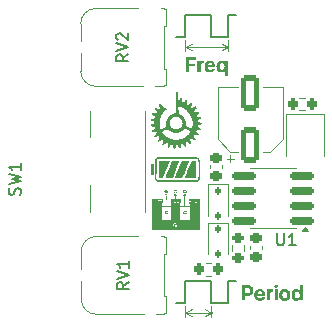
<source format=gto>
G04 #@! TF.GenerationSoftware,KiCad,Pcbnew,8.0.1*
G04 #@! TF.CreationDate,2024-07-14T02:03:22+08:00*
G04 #@! TF.ProjectId,555Sandbox,35353553-616e-4646-926f-782e6b696361,1.0.0*
G04 #@! TF.SameCoordinates,Original*
G04 #@! TF.FileFunction,Legend,Top*
G04 #@! TF.FilePolarity,Positive*
%FSLAX46Y46*%
G04 Gerber Fmt 4.6, Leading zero omitted, Abs format (unit mm)*
G04 Created by KiCad (PCBNEW 8.0.1) date 2024-07-14 02:03:22*
%MOMM*%
%LPD*%
G01*
G04 APERTURE LIST*
G04 Aperture macros list*
%AMRoundRect*
0 Rectangle with rounded corners*
0 $1 Rounding radius*
0 $2 $3 $4 $5 $6 $7 $8 $9 X,Y pos of 4 corners*
0 Add a 4 corners polygon primitive as box body*
4,1,4,$2,$3,$4,$5,$6,$7,$8,$9,$2,$3,0*
0 Add four circle primitives for the rounded corners*
1,1,$1+$1,$2,$3*
1,1,$1+$1,$4,$5*
1,1,$1+$1,$6,$7*
1,1,$1+$1,$8,$9*
0 Add four rect primitives between the rounded corners*
20,1,$1+$1,$2,$3,$4,$5,0*
20,1,$1+$1,$4,$5,$6,$7,0*
20,1,$1+$1,$6,$7,$8,$9,0*
20,1,$1+$1,$8,$9,$2,$3,0*%
G04 Aperture macros list end*
%ADD10C,0.200000*%
%ADD11C,0.260000*%
%ADD12C,0.003175*%
%ADD13C,0.100000*%
%ADD14C,0.006350*%
%ADD15C,0.150000*%
%ADD16C,0.120000*%
%ADD17C,0.000000*%
%ADD18C,6.000000*%
%ADD19RoundRect,0.200000X0.200000X0.275000X-0.200000X0.275000X-0.200000X-0.275000X0.200000X-0.275000X0*%
%ADD20O,3.500000X2.200000*%
%ADD21R,2.500000X1.500000*%
%ADD22O,2.500000X1.500000*%
%ADD23RoundRect,0.150000X0.825000X0.150000X-0.825000X0.150000X-0.825000X-0.150000X0.825000X-0.150000X0*%
%ADD24R,2.200000X2.200000*%
%ADD25R,2.200000X1.250000*%
%ADD26RoundRect,0.250000X0.550000X-1.250000X0.550000X1.250000X-0.550000X1.250000X-0.550000X-1.250000X0*%
%ADD27RoundRect,0.200000X0.275000X-0.200000X0.275000X0.200000X-0.275000X0.200000X-0.275000X-0.200000X0*%
%ADD28RoundRect,0.225000X0.250000X-0.225000X0.250000X0.225000X-0.250000X0.225000X-0.250000X-0.225000X0*%
%ADD29RoundRect,0.225000X-0.250000X0.225000X-0.250000X-0.225000X0.250000X-0.225000X0.250000X0.225000X0*%
%ADD30RoundRect,0.112500X-0.112500X0.187500X-0.112500X-0.187500X0.112500X-0.187500X0.112500X0.187500X0*%
%ADD31C,1.560000*%
%ADD32R,1.560000X1.560000*%
G04 APERTURE END LIST*
D10*
X83600000Y-69950000D02*
X84400000Y-69950000D01*
X84400000Y-90550000D02*
X86600000Y-90550000D01*
X86600000Y-68050000D02*
X86600000Y-69950000D01*
X84400000Y-92450000D02*
X84400000Y-90550000D01*
X86600000Y-90550000D02*
X86600000Y-92450000D01*
X86600000Y-92450000D02*
X88000000Y-92450000D01*
X88000000Y-68050000D02*
X88700000Y-68050000D01*
X84400000Y-68050000D02*
X86600000Y-68050000D01*
X86600000Y-69950000D02*
X88000000Y-69950000D01*
X88000000Y-69950000D02*
X88000000Y-68050000D01*
X88000000Y-92450000D02*
X88000000Y-90550000D01*
X88000000Y-90550000D02*
X88700000Y-90550000D01*
X84400000Y-69950000D02*
X84400000Y-68050000D01*
X83600000Y-92450000D02*
X84400000Y-92450000D01*
D11*
G36*
X84456367Y-72889500D02*
G01*
X84724986Y-72889500D01*
X84724986Y-72384967D01*
X85246664Y-72384967D01*
X85246664Y-72172549D01*
X84724986Y-72172549D01*
X84724986Y-71828680D01*
X85296196Y-71828680D01*
X85296196Y-71607371D01*
X84456367Y-71607371D01*
X84456367Y-72889500D01*
G37*
G36*
X85431140Y-72889500D02*
G01*
X85690868Y-72889500D01*
X85690868Y-72356391D01*
X85698598Y-72285146D01*
X85726386Y-72219305D01*
X85773115Y-72172945D01*
X85837451Y-72146981D01*
X85893443Y-72141433D01*
X85958137Y-72147293D01*
X85987428Y-72155721D01*
X85987428Y-71927109D01*
X85923428Y-71917785D01*
X85912812Y-71917584D01*
X85845040Y-71927184D01*
X85787817Y-71955188D01*
X85742120Y-72000399D01*
X85708926Y-72061619D01*
X85695949Y-72103331D01*
X85690868Y-72103331D01*
X85690868Y-71936952D01*
X85431140Y-71936952D01*
X85431140Y-72889500D01*
G37*
G36*
X86535381Y-71919779D02*
G01*
X86607163Y-71931099D01*
X86672895Y-71951652D01*
X86732222Y-71980992D01*
X86784791Y-72018671D01*
X86830245Y-72064241D01*
X86868230Y-72117256D01*
X86898392Y-72177268D01*
X86920375Y-72243829D01*
X86933825Y-72316492D01*
X86938387Y-72394810D01*
X86938387Y-72474506D01*
X86282400Y-72474506D01*
X86282901Y-72488579D01*
X86292216Y-72553223D01*
X86317663Y-72617595D01*
X86365531Y-72673207D01*
X86431193Y-72706294D01*
X86500216Y-72715501D01*
X86538250Y-72712873D01*
X86602337Y-72694102D01*
X86654936Y-72657736D01*
X86690408Y-72603418D01*
X86692313Y-72598020D01*
X86930450Y-72598020D01*
X86927592Y-72607863D01*
X86906264Y-72674467D01*
X86869081Y-72739938D01*
X86827327Y-72788704D01*
X86774412Y-72831956D01*
X86709886Y-72867566D01*
X86633299Y-72893404D01*
X86567672Y-72905091D01*
X86494818Y-72909185D01*
X86441524Y-72906986D01*
X86366820Y-72895606D01*
X86298673Y-72874854D01*
X86237391Y-72845094D01*
X86183282Y-72806689D01*
X86136653Y-72760005D01*
X86097812Y-72705405D01*
X86067067Y-72643253D01*
X86044725Y-72573914D01*
X86031094Y-72497752D01*
X86026482Y-72415131D01*
X86026482Y-72414178D01*
X86028558Y-72358683D01*
X86035098Y-72310986D01*
X86285258Y-72310986D01*
X86689455Y-72310986D01*
X86683392Y-72275685D01*
X86657494Y-72206417D01*
X86616760Y-72155745D01*
X86554597Y-72121015D01*
X86488785Y-72111269D01*
X86440869Y-72116426D01*
X86381942Y-72140554D01*
X86334603Y-72183632D01*
X86301147Y-72244803D01*
X86285258Y-72310986D01*
X86035098Y-72310986D01*
X86039276Y-72280512D01*
X86058775Y-72208795D01*
X86086666Y-72143953D01*
X86122563Y-72086401D01*
X86166077Y-72036558D01*
X86216821Y-71994841D01*
X86274407Y-71961667D01*
X86338448Y-71937455D01*
X86408554Y-71922621D01*
X86484340Y-71917584D01*
X86535381Y-71919779D01*
G37*
G36*
X87451230Y-71919056D02*
G01*
X87521083Y-71931247D01*
X87583352Y-71957001D01*
X87637169Y-71995086D01*
X87681669Y-72044273D01*
X87715983Y-72103331D01*
X87721381Y-72103331D01*
X87721381Y-71936952D01*
X87980792Y-71936952D01*
X87980792Y-73200665D01*
X87721381Y-73200665D01*
X87721381Y-72729789D01*
X87715983Y-72729789D01*
X87706033Y-72749950D01*
X87668525Y-72804152D01*
X87620334Y-72848124D01*
X87562491Y-72880823D01*
X87496024Y-72901207D01*
X87421964Y-72908233D01*
X87337016Y-72899620D01*
X87261222Y-72874279D01*
X87195250Y-72832952D01*
X87139772Y-72776385D01*
X87095456Y-72705321D01*
X87069948Y-72642957D01*
X87051378Y-72573171D01*
X87040028Y-72496278D01*
X87036182Y-72412591D01*
X87300038Y-72412591D01*
X87302170Y-72459501D01*
X87314867Y-72529452D01*
X87344232Y-72598619D01*
X87387742Y-72650092D01*
X87444053Y-72682201D01*
X87511821Y-72693275D01*
X87557331Y-72688287D01*
X87616924Y-72662920D01*
X87664705Y-72617666D01*
X87699090Y-72554295D01*
X87716370Y-72488924D01*
X87722334Y-72413226D01*
X87722334Y-72412591D01*
X87720142Y-72366014D01*
X87707167Y-72296514D01*
X87677425Y-72227736D01*
X87633823Y-72176510D01*
X87578057Y-72144531D01*
X87511821Y-72133495D01*
X87465709Y-72138414D01*
X87405579Y-72163471D01*
X87357588Y-72208270D01*
X87323193Y-72271152D01*
X87305967Y-72336171D01*
X87300038Y-72411638D01*
X87300038Y-72412591D01*
X87036182Y-72412591D01*
X87036182Y-72411638D01*
X87036618Y-72383097D01*
X87043065Y-72301919D01*
X87057004Y-72227645D01*
X87078149Y-72160582D01*
X87106217Y-72101036D01*
X87153918Y-72033864D01*
X87212747Y-71981325D01*
X87282031Y-71944145D01*
X87361096Y-71923049D01*
X87426409Y-71918219D01*
X87451230Y-71919056D01*
G37*
G36*
X89771601Y-90948890D02*
G01*
X89841745Y-90959295D01*
X89906405Y-90978186D01*
X89965133Y-91005147D01*
X90033437Y-91052934D01*
X90089341Y-91113349D01*
X90131783Y-91185410D01*
X90154143Y-91246509D01*
X90167887Y-91313191D01*
X90172568Y-91385043D01*
X90172568Y-91386630D01*
X90170476Y-91435033D01*
X90159704Y-91503431D01*
X90140166Y-91566409D01*
X90101255Y-91641223D01*
X90048617Y-91704662D01*
X89983314Y-91755733D01*
X89926662Y-91785322D01*
X89863930Y-91806976D01*
X89795564Y-91820276D01*
X89722013Y-91824802D01*
X89474986Y-91824802D01*
X89474986Y-92229000D01*
X89206367Y-92229000D01*
X89206367Y-91159289D01*
X89474986Y-91159289D01*
X89474986Y-91615242D01*
X89656287Y-91615242D01*
X89697820Y-91613097D01*
X89770351Y-91596205D01*
X89827933Y-91563106D01*
X89869487Y-91514518D01*
X89893933Y-91451155D01*
X89900457Y-91387583D01*
X89900457Y-91385678D01*
X89898093Y-91346418D01*
X89879590Y-91278502D01*
X89843619Y-91225240D01*
X89791259Y-91187247D01*
X89723591Y-91165137D01*
X89656287Y-91159289D01*
X89474986Y-91159289D01*
X89206367Y-91159289D01*
X89206367Y-90946871D01*
X89722013Y-90946871D01*
X89771601Y-90948890D01*
G37*
G36*
X90750684Y-91259279D02*
G01*
X90822466Y-91270599D01*
X90888198Y-91291152D01*
X90947526Y-91320492D01*
X91000094Y-91358171D01*
X91045548Y-91403741D01*
X91083534Y-91456756D01*
X91113695Y-91516768D01*
X91135679Y-91583329D01*
X91149129Y-91655992D01*
X91153691Y-91734310D01*
X91153691Y-91814006D01*
X90497704Y-91814006D01*
X90498204Y-91828079D01*
X90507520Y-91892723D01*
X90532966Y-91957095D01*
X90580835Y-92012707D01*
X90646496Y-92045794D01*
X90715519Y-92055001D01*
X90753554Y-92052373D01*
X90817641Y-92033602D01*
X90870239Y-91997236D01*
X90905711Y-91942918D01*
X90907616Y-91937520D01*
X91145753Y-91937520D01*
X91142896Y-91947363D01*
X91121568Y-92013967D01*
X91084384Y-92079438D01*
X91042630Y-92128204D01*
X90989715Y-92171456D01*
X90925189Y-92207066D01*
X90848602Y-92232904D01*
X90782976Y-92244591D01*
X90710122Y-92248685D01*
X90656828Y-92246486D01*
X90582123Y-92235106D01*
X90513976Y-92214354D01*
X90452694Y-92184594D01*
X90398585Y-92146189D01*
X90351956Y-92099505D01*
X90313115Y-92044905D01*
X90282370Y-91982753D01*
X90260029Y-91913414D01*
X90246398Y-91837252D01*
X90241786Y-91754631D01*
X90241786Y-91753678D01*
X90243862Y-91698183D01*
X90250402Y-91650486D01*
X90500561Y-91650486D01*
X90904759Y-91650486D01*
X90898696Y-91615185D01*
X90872798Y-91545917D01*
X90832064Y-91495245D01*
X90769901Y-91460515D01*
X90704089Y-91450769D01*
X90656173Y-91455926D01*
X90597245Y-91480054D01*
X90549907Y-91523132D01*
X90516451Y-91584303D01*
X90500561Y-91650486D01*
X90250402Y-91650486D01*
X90254580Y-91620012D01*
X90274078Y-91548295D01*
X90301970Y-91483453D01*
X90337867Y-91425901D01*
X90381381Y-91376058D01*
X90432125Y-91334341D01*
X90489711Y-91301167D01*
X90553751Y-91276955D01*
X90623858Y-91262121D01*
X90699644Y-91257084D01*
X90750684Y-91259279D01*
G37*
G36*
X91286095Y-92229000D02*
G01*
X91545823Y-92229000D01*
X91545823Y-91695891D01*
X91553552Y-91624646D01*
X91581340Y-91558805D01*
X91628070Y-91512445D01*
X91692405Y-91486481D01*
X91748398Y-91480933D01*
X91813092Y-91486793D01*
X91842383Y-91495221D01*
X91842383Y-91266609D01*
X91778383Y-91257285D01*
X91767766Y-91257084D01*
X91699994Y-91266684D01*
X91642771Y-91294688D01*
X91597074Y-91339899D01*
X91563881Y-91401119D01*
X91550903Y-91442831D01*
X91545823Y-91442831D01*
X91545823Y-91276452D01*
X91286095Y-91276452D01*
X91286095Y-92229000D01*
G37*
G36*
X92083060Y-91153891D02*
G01*
X92149779Y-91137421D01*
X92198289Y-91093939D01*
X92220800Y-91032340D01*
X92221496Y-91018630D01*
X92205121Y-90954690D01*
X92161187Y-90906960D01*
X92097486Y-90884392D01*
X92083060Y-90883685D01*
X92016266Y-90900147D01*
X91967613Y-90943561D01*
X91945005Y-91004975D01*
X91944305Y-91018630D01*
X91960755Y-91082784D01*
X92004832Y-91130600D01*
X92068629Y-91153185D01*
X92083060Y-91153891D01*
G37*
G36*
X91953196Y-92229000D02*
G01*
X92212606Y-92229000D01*
X92212606Y-91276452D01*
X91953196Y-91276452D01*
X91953196Y-92229000D01*
G37*
G36*
X92874851Y-91259245D02*
G01*
X92948724Y-91270447D01*
X93016714Y-91290924D01*
X93078375Y-91320363D01*
X93133261Y-91358452D01*
X93180926Y-91404878D01*
X93220924Y-91459330D01*
X93252810Y-91521494D01*
X93276137Y-91591058D01*
X93290461Y-91667710D01*
X93295334Y-91751138D01*
X93295334Y-91752726D01*
X93293196Y-91809574D01*
X93282153Y-91889106D01*
X93262060Y-91961493D01*
X93233314Y-92026445D01*
X93196314Y-92083673D01*
X93151455Y-92132890D01*
X93099135Y-92173806D01*
X93039751Y-92206133D01*
X92973701Y-92229581D01*
X92901381Y-92243861D01*
X92823189Y-92248685D01*
X92770169Y-92246524D01*
X92695597Y-92235315D01*
X92627301Y-92214815D01*
X92565653Y-92185329D01*
X92511023Y-92147158D01*
X92463780Y-92100605D01*
X92424297Y-92045975D01*
X92392943Y-91983568D01*
X92370088Y-91913689D01*
X92356104Y-91836641D01*
X92351360Y-91752726D01*
X92615216Y-91752726D01*
X92618945Y-91818894D01*
X92633674Y-91890489D01*
X92658863Y-91949202D01*
X92701804Y-92001858D01*
X92757344Y-92034170D01*
X92824141Y-92045158D01*
X92890172Y-92034088D01*
X92945178Y-92001607D01*
X92987776Y-91948807D01*
X93012800Y-91890074D01*
X93027449Y-91818621D01*
X93031161Y-91752726D01*
X93031161Y-91751138D01*
X93027368Y-91685781D01*
X93012440Y-91614850D01*
X92987028Y-91556492D01*
X92943953Y-91503978D01*
X92888614Y-91471642D01*
X92822554Y-91460612D01*
X92756847Y-91471642D01*
X92701835Y-91503978D01*
X92659038Y-91556492D01*
X92633801Y-91614850D01*
X92618981Y-91685781D01*
X92615216Y-91751138D01*
X92615216Y-91752726D01*
X92351360Y-91752726D01*
X92351360Y-91751138D01*
X92353526Y-91695044D01*
X92364695Y-91616367D01*
X92384977Y-91544545D01*
X92413933Y-91479915D01*
X92451122Y-91422812D01*
X92496105Y-91373572D01*
X92548443Y-91332532D01*
X92607697Y-91300028D01*
X92673426Y-91276394D01*
X92745191Y-91261967D01*
X92822554Y-91257084D01*
X92874851Y-91259245D01*
G37*
G36*
X94338374Y-92229000D02*
G01*
X94078963Y-92229000D01*
X94078963Y-92066431D01*
X94073565Y-92066431D01*
X94063465Y-92087106D01*
X94025809Y-92142596D01*
X93977805Y-92187503D01*
X93920333Y-92220823D01*
X93854271Y-92241553D01*
X93780498Y-92248685D01*
X93758267Y-92248140D01*
X93694922Y-92240059D01*
X93618655Y-92214682D01*
X93552345Y-92173304D01*
X93496639Y-92116678D01*
X93452186Y-92045556D01*
X93426619Y-91983153D01*
X93408020Y-91913336D01*
X93396659Y-91836421D01*
X93392812Y-91752726D01*
X93656667Y-91752726D01*
X93658776Y-91799717D01*
X93671347Y-91869770D01*
X93700474Y-91939015D01*
X93743721Y-91990528D01*
X93799818Y-92022651D01*
X93867498Y-92033727D01*
X93912816Y-92028725D01*
X93972621Y-92003280D01*
X94020977Y-91957881D01*
X94056038Y-91894298D01*
X94073768Y-91828698D01*
X94079916Y-91752726D01*
X94079916Y-91752091D01*
X94077654Y-91705490D01*
X94064318Y-91635865D01*
X94033925Y-91566849D01*
X93989684Y-91515359D01*
X93933556Y-91483166D01*
X93867498Y-91472042D01*
X93821427Y-91476926D01*
X93761477Y-91501885D01*
X93713741Y-91546698D01*
X93679601Y-91609896D01*
X93662534Y-91675545D01*
X93656667Y-91752091D01*
X93656667Y-91752726D01*
X93392812Y-91752726D01*
X93392812Y-91752091D01*
X93393243Y-91723378D01*
X93399625Y-91641756D01*
X93413429Y-91567140D01*
X93434381Y-91499822D01*
X93462209Y-91440097D01*
X93509536Y-91372781D01*
X93567953Y-91320180D01*
X93636813Y-91282990D01*
X93715468Y-91261908D01*
X93780498Y-91257084D01*
X93805463Y-91257890D01*
X93875986Y-91269705D01*
X93939126Y-91294916D01*
X93993814Y-91332618D01*
X94038983Y-91381907D01*
X94073565Y-91441878D01*
X94078963Y-91441878D01*
X94078963Y-90946871D01*
X94338374Y-90946871D01*
X94338374Y-92229000D01*
G37*
D12*
X84381856Y-70761584D02*
X84381856Y-70744651D01*
X84381856Y-70747070D02*
X84383066Y-70745860D01*
X84383066Y-70745860D02*
X84385485Y-70744651D01*
X84385485Y-70744651D02*
X84389113Y-70744651D01*
X84389113Y-70744651D02*
X84391532Y-70745860D01*
X84391532Y-70745860D02*
X84392742Y-70748279D01*
X84392742Y-70748279D02*
X84392742Y-70761584D01*
X84392742Y-70748279D02*
X84393951Y-70745860D01*
X84393951Y-70745860D02*
X84396370Y-70744651D01*
X84396370Y-70744651D02*
X84399999Y-70744651D01*
X84399999Y-70744651D02*
X84402418Y-70745860D01*
X84402418Y-70745860D02*
X84403628Y-70748279D01*
X84403628Y-70748279D02*
X84403628Y-70761584D01*
X84415723Y-70761584D02*
X84415723Y-70744651D01*
X84415723Y-70747070D02*
X84416933Y-70745860D01*
X84416933Y-70745860D02*
X84419352Y-70744651D01*
X84419352Y-70744651D02*
X84422980Y-70744651D01*
X84422980Y-70744651D02*
X84425399Y-70745860D01*
X84425399Y-70745860D02*
X84426609Y-70748279D01*
X84426609Y-70748279D02*
X84426609Y-70761584D01*
X84426609Y-70748279D02*
X84427818Y-70745860D01*
X84427818Y-70745860D02*
X84430237Y-70744651D01*
X84430237Y-70744651D02*
X84433866Y-70744651D01*
X84433866Y-70744651D02*
X84436285Y-70745860D01*
X84436285Y-70745860D02*
X84437495Y-70748279D01*
X84437495Y-70748279D02*
X84437495Y-70761584D01*
D13*
X84400000Y-70200000D02*
X84400000Y-71100000D01*
X88000000Y-70200000D02*
X88000000Y-71100000D01*
X84458466Y-70750000D02*
X88000000Y-70750000D01*
X84400000Y-70750000D02*
X84932206Y-70472951D01*
X84400000Y-70750000D02*
X84932206Y-71027049D01*
X88000000Y-70750000D02*
X87467794Y-71027049D01*
X88000000Y-70750000D02*
X87467794Y-70472951D01*
D14*
X86598185Y-93261419D02*
X86598185Y-93244486D01*
X86598185Y-93236019D02*
X86596976Y-93237229D01*
X86596976Y-93237229D02*
X86598185Y-93238438D01*
X86598185Y-93238438D02*
X86599395Y-93237229D01*
X86599395Y-93237229D02*
X86598185Y-93236019D01*
X86598185Y-93236019D02*
X86598185Y-93238438D01*
X86610280Y-93244486D02*
X86610280Y-93261419D01*
X86610280Y-93246905D02*
X86611490Y-93245695D01*
X86611490Y-93245695D02*
X86613909Y-93244486D01*
X86613909Y-93244486D02*
X86617537Y-93244486D01*
X86617537Y-93244486D02*
X86619956Y-93245695D01*
X86619956Y-93245695D02*
X86621166Y-93248114D01*
X86621166Y-93248114D02*
X86621166Y-93261419D01*
D13*
X84400000Y-92700000D02*
X84400000Y-93600000D01*
X86600000Y-92700000D02*
X86600000Y-93600000D01*
X84400000Y-93250000D02*
X86553101Y-93250000D01*
X84400000Y-93250000D02*
X84932206Y-92972951D01*
X84400000Y-93250000D02*
X84932206Y-93527049D01*
X86600000Y-93250000D02*
X86067794Y-93527049D01*
X86600000Y-93250000D02*
X86067794Y-92972951D01*
D15*
X70407200Y-83283332D02*
X70454819Y-83140475D01*
X70454819Y-83140475D02*
X70454819Y-82902380D01*
X70454819Y-82902380D02*
X70407200Y-82807142D01*
X70407200Y-82807142D02*
X70359580Y-82759523D01*
X70359580Y-82759523D02*
X70264342Y-82711904D01*
X70264342Y-82711904D02*
X70169104Y-82711904D01*
X70169104Y-82711904D02*
X70073866Y-82759523D01*
X70073866Y-82759523D02*
X70026247Y-82807142D01*
X70026247Y-82807142D02*
X69978628Y-82902380D01*
X69978628Y-82902380D02*
X69931009Y-83092856D01*
X69931009Y-83092856D02*
X69883390Y-83188094D01*
X69883390Y-83188094D02*
X69835771Y-83235713D01*
X69835771Y-83235713D02*
X69740533Y-83283332D01*
X69740533Y-83283332D02*
X69645295Y-83283332D01*
X69645295Y-83283332D02*
X69550057Y-83235713D01*
X69550057Y-83235713D02*
X69502438Y-83188094D01*
X69502438Y-83188094D02*
X69454819Y-83092856D01*
X69454819Y-83092856D02*
X69454819Y-82854761D01*
X69454819Y-82854761D02*
X69502438Y-82711904D01*
X69454819Y-82378570D02*
X70454819Y-82140475D01*
X70454819Y-82140475D02*
X69740533Y-81949999D01*
X69740533Y-81949999D02*
X70454819Y-81759523D01*
X70454819Y-81759523D02*
X69454819Y-81521428D01*
X70454819Y-80616666D02*
X70454819Y-81188094D01*
X70454819Y-80902380D02*
X69454819Y-80902380D01*
X69454819Y-80902380D02*
X69597676Y-80997618D01*
X69597676Y-80997618D02*
X69692914Y-81092856D01*
X69692914Y-81092856D02*
X69740533Y-81188094D01*
X92188095Y-86554819D02*
X92188095Y-87364342D01*
X92188095Y-87364342D02*
X92235714Y-87459580D01*
X92235714Y-87459580D02*
X92283333Y-87507200D01*
X92283333Y-87507200D02*
X92378571Y-87554819D01*
X92378571Y-87554819D02*
X92569047Y-87554819D01*
X92569047Y-87554819D02*
X92664285Y-87507200D01*
X92664285Y-87507200D02*
X92711904Y-87459580D01*
X92711904Y-87459580D02*
X92759523Y-87364342D01*
X92759523Y-87364342D02*
X92759523Y-86554819D01*
X93759523Y-87554819D02*
X93188095Y-87554819D01*
X93473809Y-87554819D02*
X93473809Y-86554819D01*
X93473809Y-86554819D02*
X93378571Y-86697676D01*
X93378571Y-86697676D02*
X93283333Y-86792914D01*
X93283333Y-86792914D02*
X93188095Y-86840533D01*
X79564819Y-71395238D02*
X79088628Y-71728571D01*
X79564819Y-71966666D02*
X78564819Y-71966666D01*
X78564819Y-71966666D02*
X78564819Y-71585714D01*
X78564819Y-71585714D02*
X78612438Y-71490476D01*
X78612438Y-71490476D02*
X78660057Y-71442857D01*
X78660057Y-71442857D02*
X78755295Y-71395238D01*
X78755295Y-71395238D02*
X78898152Y-71395238D01*
X78898152Y-71395238D02*
X78993390Y-71442857D01*
X78993390Y-71442857D02*
X79041009Y-71490476D01*
X79041009Y-71490476D02*
X79088628Y-71585714D01*
X79088628Y-71585714D02*
X79088628Y-71966666D01*
X78564819Y-71109523D02*
X79564819Y-70776190D01*
X79564819Y-70776190D02*
X78564819Y-70442857D01*
X78660057Y-70157142D02*
X78612438Y-70109523D01*
X78612438Y-70109523D02*
X78564819Y-70014285D01*
X78564819Y-70014285D02*
X78564819Y-69776190D01*
X78564819Y-69776190D02*
X78612438Y-69680952D01*
X78612438Y-69680952D02*
X78660057Y-69633333D01*
X78660057Y-69633333D02*
X78755295Y-69585714D01*
X78755295Y-69585714D02*
X78850533Y-69585714D01*
X78850533Y-69585714D02*
X78993390Y-69633333D01*
X78993390Y-69633333D02*
X79564819Y-70204761D01*
X79564819Y-70204761D02*
X79564819Y-69585714D01*
X79604819Y-90695238D02*
X79128628Y-91028571D01*
X79604819Y-91266666D02*
X78604819Y-91266666D01*
X78604819Y-91266666D02*
X78604819Y-90885714D01*
X78604819Y-90885714D02*
X78652438Y-90790476D01*
X78652438Y-90790476D02*
X78700057Y-90742857D01*
X78700057Y-90742857D02*
X78795295Y-90695238D01*
X78795295Y-90695238D02*
X78938152Y-90695238D01*
X78938152Y-90695238D02*
X79033390Y-90742857D01*
X79033390Y-90742857D02*
X79081009Y-90790476D01*
X79081009Y-90790476D02*
X79128628Y-90885714D01*
X79128628Y-90885714D02*
X79128628Y-91266666D01*
X78604819Y-90409523D02*
X79604819Y-90076190D01*
X79604819Y-90076190D02*
X78604819Y-89742857D01*
X79604819Y-88885714D02*
X79604819Y-89457142D01*
X79604819Y-89171428D02*
X78604819Y-89171428D01*
X78604819Y-89171428D02*
X78747676Y-89266666D01*
X78747676Y-89266666D02*
X78842914Y-89361904D01*
X78842914Y-89361904D02*
X78890533Y-89457142D01*
D16*
X94537258Y-76122500D02*
X94062742Y-76122500D01*
X94537258Y-75077500D02*
X94062742Y-75077500D01*
X80950000Y-76150000D02*
X80950000Y-84750000D01*
X76350000Y-76150000D02*
X76350000Y-78350000D01*
X76350000Y-82450000D02*
X76350000Y-84750000D01*
X91825000Y-81005000D02*
X89875000Y-81005000D01*
X91825000Y-81005000D02*
X93775000Y-81005000D01*
X91825000Y-86125000D02*
X89875000Y-86125000D01*
X91825000Y-86125000D02*
X93775000Y-86125000D01*
X94765000Y-86360000D02*
X94285000Y-86360000D01*
X94525000Y-86030000D01*
X94765000Y-86360000D01*
G36*
X94765000Y-86360000D02*
G01*
X94285000Y-86360000D01*
X94525000Y-86030000D01*
X94765000Y-86360000D01*
G37*
X92900000Y-80000000D02*
X92900000Y-76400000D01*
X96100000Y-76400000D02*
X92900000Y-76400000D01*
X96100000Y-80000000D02*
X96100000Y-76400000D01*
X88215000Y-80525000D02*
X88215000Y-79900000D01*
X87902500Y-80212500D02*
X88527500Y-80212500D01*
X88204437Y-79660000D02*
X88840000Y-79660000D01*
X88204437Y-79660000D02*
X87140000Y-78595563D01*
X91595563Y-79660000D02*
X90960000Y-79660000D01*
X91595563Y-79660000D02*
X92660000Y-78595563D01*
X87140000Y-78595563D02*
X87140000Y-74140000D01*
X92660000Y-78595563D02*
X92660000Y-74140000D01*
X87140000Y-74140000D02*
X88840000Y-74140000D01*
X92660000Y-74140000D02*
X90960000Y-74140000D01*
X86587258Y-89077500D02*
X86112742Y-89077500D01*
X86587258Y-90122500D02*
X86112742Y-90122500D01*
X88352500Y-88012258D02*
X88352500Y-87537742D01*
X89397500Y-88012258D02*
X89397500Y-87537742D01*
X86490000Y-81040580D02*
X86490000Y-80759420D01*
X87510000Y-81040580D02*
X87510000Y-80759420D01*
X89840000Y-87609420D02*
X89840000Y-87890580D01*
X90860000Y-87609420D02*
X90860000Y-87890580D01*
X86300000Y-82390000D02*
X86300000Y-85050000D01*
X88000000Y-82390000D02*
X86300000Y-82390000D01*
X88000000Y-82390000D02*
X88000000Y-85050000D01*
X86300000Y-85640000D02*
X86300000Y-88300000D01*
X88000000Y-85640000D02*
X86300000Y-85640000D01*
X88000000Y-85640000D02*
X88000000Y-88300000D01*
X76850000Y-74110000D02*
G75*
G02*
X75540000Y-72800000I0J1310000D01*
G01*
X75540000Y-68800000D02*
G75*
G02*
X76850000Y-67490000I1310000J0D01*
G01*
X82760000Y-74010000D02*
X82560000Y-74010000D01*
X82760000Y-72590000D02*
X82760000Y-74010000D01*
X82760000Y-67590000D02*
X82760000Y-69010000D01*
X82760000Y-67590000D02*
X82560000Y-67590000D01*
X82560000Y-74110000D02*
X81870000Y-74110000D01*
X82560000Y-74010000D02*
X82560000Y-74110000D01*
X82560000Y-72590000D02*
X82760000Y-72590000D01*
X82560000Y-69010000D02*
X82760000Y-69010000D01*
X82560000Y-69010000D02*
X82560000Y-72590000D01*
X82560000Y-67590000D02*
X82560000Y-67490000D01*
X82560000Y-67490000D02*
X82310000Y-67490000D01*
X80830000Y-74110000D02*
X76850000Y-74110000D01*
X76850000Y-67490000D02*
X80390000Y-67490000D01*
X75540000Y-72800000D02*
X75540000Y-71310000D01*
X75540000Y-70290000D02*
X75540000Y-68800000D01*
X76890000Y-93410000D02*
G75*
G02*
X75580000Y-92100000I0J1310000D01*
G01*
X75580000Y-88100000D02*
G75*
G02*
X76890000Y-86790000I1310000J0D01*
G01*
X82800000Y-93310000D02*
X82600000Y-93310000D01*
X82800000Y-91890000D02*
X82800000Y-93310000D01*
X82800000Y-86890000D02*
X82800000Y-88310000D01*
X82800000Y-86890000D02*
X82600000Y-86890000D01*
X82600000Y-93410000D02*
X81910000Y-93410000D01*
X82600000Y-93310000D02*
X82600000Y-93410000D01*
X82600000Y-91890000D02*
X82800000Y-91890000D01*
X82600000Y-88310000D02*
X82800000Y-88310000D01*
X82600000Y-88310000D02*
X82600000Y-91890000D01*
X82600000Y-86890000D02*
X82600000Y-86790000D01*
X82600000Y-86790000D02*
X82350000Y-86790000D01*
X80870000Y-93410000D02*
X76890000Y-93410000D01*
X76890000Y-86790000D02*
X80430000Y-86790000D01*
X75580000Y-92100000D02*
X75580000Y-90610000D01*
X75580000Y-89590000D02*
X75580000Y-88100000D01*
D17*
G36*
X81652965Y-80691240D02*
G01*
X81769940Y-80697961D01*
X81775959Y-81133829D01*
X81777191Y-81304277D01*
X81775849Y-81446159D01*
X81774309Y-81501761D01*
X81772242Y-81544670D01*
X81769687Y-81573035D01*
X81768238Y-81581186D01*
X81766682Y-81585007D01*
X81766682Y-81585041D01*
X81765758Y-81585827D01*
X81764567Y-81586603D01*
X81761414Y-81588120D01*
X81757287Y-81589585D01*
X81752248Y-81590990D01*
X81746361Y-81592327D01*
X81739689Y-81593588D01*
X81732295Y-81594766D01*
X81724243Y-81595852D01*
X81715594Y-81596840D01*
X81706413Y-81597721D01*
X81696763Y-81598488D01*
X81686707Y-81599133D01*
X81676308Y-81599648D01*
X81665629Y-81600026D01*
X81654733Y-81600258D01*
X81643683Y-81600337D01*
X81535991Y-81600337D01*
X81535991Y-80684519D01*
X81652965Y-80691240D01*
G37*
G36*
X83757945Y-80446242D02*
G01*
X83804523Y-80447467D01*
X83842923Y-80449295D01*
X83871855Y-80451673D01*
X83890031Y-80454547D01*
X83894683Y-80456153D01*
X83895829Y-80456995D01*
X83896162Y-80457862D01*
X83890063Y-80475209D01*
X83873078Y-80518206D01*
X83811188Y-80669713D01*
X83719961Y-80889514D01*
X83608866Y-81154740D01*
X83608871Y-81154588D01*
X83323118Y-81834145D01*
X83017798Y-81845274D01*
X82898549Y-81848459D01*
X82845879Y-81849018D01*
X82799562Y-81848910D01*
X82760889Y-81848150D01*
X82731148Y-81846755D01*
X82711628Y-81844741D01*
X82706103Y-81843507D01*
X82703617Y-81842123D01*
X82704198Y-81837086D01*
X82707672Y-81825192D01*
X82722730Y-81782276D01*
X82747655Y-81716254D01*
X82781311Y-81630003D01*
X82870276Y-81408332D01*
X82980542Y-81140289D01*
X83266321Y-80452893D01*
X83582019Y-80446732D01*
X83645404Y-80445821D01*
X83704475Y-80445675D01*
X83757945Y-80446242D01*
G37*
G36*
X84474461Y-80441965D02*
G01*
X84532470Y-80442944D01*
X84585000Y-80444490D01*
X84630784Y-80446537D01*
X84668554Y-80449015D01*
X84697044Y-80451856D01*
X84714987Y-80454992D01*
X84719607Y-80456649D01*
X84721116Y-80458353D01*
X84715172Y-80475356D01*
X84698629Y-80517589D01*
X84638320Y-80666506D01*
X84549339Y-80882626D01*
X84440837Y-81143475D01*
X84440848Y-81143458D01*
X84331064Y-81404375D01*
X84238625Y-81620679D01*
X84173247Y-81769863D01*
X84153743Y-81812251D01*
X84144649Y-81829418D01*
X84143437Y-81830316D01*
X84141553Y-81831205D01*
X84135843Y-81832949D01*
X84127661Y-81834641D01*
X84117154Y-81836272D01*
X84104466Y-81837832D01*
X84089742Y-81839312D01*
X84054763Y-81841992D01*
X84013376Y-81844235D01*
X83966738Y-81845966D01*
X83916009Y-81847108D01*
X83862346Y-81847584D01*
X83656402Y-81847654D01*
X83594564Y-81846764D01*
X83554462Y-81844736D01*
X83541230Y-81843173D01*
X83531832Y-81841180D01*
X83525737Y-81838708D01*
X83522410Y-81835707D01*
X83521319Y-81832130D01*
X83521931Y-81827927D01*
X83526130Y-81817450D01*
X84035076Y-80603166D01*
X84102394Y-80441624D01*
X84412238Y-80441624D01*
X84474461Y-80441965D01*
G37*
G36*
X82466515Y-80444811D02*
G01*
X82519089Y-80445177D01*
X82644102Y-80446700D01*
X83068047Y-80452756D01*
X82780794Y-81141848D01*
X82574971Y-81631477D01*
X82510052Y-81782730D01*
X82483468Y-81841021D01*
X82482834Y-81841549D01*
X82481960Y-81842085D01*
X82479518Y-81843174D01*
X82476198Y-81844279D01*
X82472054Y-81845392D01*
X82467140Y-81846507D01*
X82461511Y-81847614D01*
X82455221Y-81848705D01*
X82448325Y-81849774D01*
X82432933Y-81851812D01*
X82415771Y-81853665D01*
X82397274Y-81855269D01*
X82377879Y-81856562D01*
X82358723Y-81857292D01*
X82339882Y-81857295D01*
X82321437Y-81856591D01*
X82303471Y-81855206D01*
X82286066Y-81853162D01*
X82269304Y-81850481D01*
X82253266Y-81847187D01*
X82238035Y-81843303D01*
X82223693Y-81838852D01*
X82210321Y-81833857D01*
X82198002Y-81828341D01*
X82186818Y-81822328D01*
X82176850Y-81815839D01*
X82168180Y-81808898D01*
X82160891Y-81801529D01*
X82155065Y-81793754D01*
X82153352Y-81787810D01*
X82151683Y-81775660D01*
X82148513Y-81734084D01*
X82145625Y-81671701D01*
X82143092Y-81591186D01*
X82140984Y-81495216D01*
X82139371Y-81386466D01*
X82138325Y-81267611D01*
X82137916Y-81141328D01*
X82138795Y-80797287D01*
X82140612Y-80685100D01*
X82143860Y-80604651D01*
X82148924Y-80549828D01*
X82152258Y-80530117D01*
X82156189Y-80514519D01*
X82160768Y-80502272D01*
X82166041Y-80492611D01*
X82172056Y-80484772D01*
X82178863Y-80477991D01*
X82182323Y-80475010D01*
X82185966Y-80472194D01*
X82189844Y-80469539D01*
X82194012Y-80467042D01*
X82198521Y-80464700D01*
X82203425Y-80462508D01*
X82208778Y-80460464D01*
X82214633Y-80458563D01*
X82221043Y-80456801D01*
X82228061Y-80455177D01*
X82235740Y-80453685D01*
X82244135Y-80452322D01*
X82253297Y-80451085D01*
X82263280Y-80449970D01*
X82274138Y-80448974D01*
X82285924Y-80448092D01*
X82312491Y-80446660D01*
X82343408Y-80445644D01*
X82379100Y-80445016D01*
X82419994Y-80444748D01*
X82466515Y-80444811D01*
G37*
G36*
X82305907Y-83718039D02*
G01*
X82307250Y-83718208D01*
X82310304Y-83718870D01*
X82313812Y-83719948D01*
X82317737Y-83721418D01*
X82322036Y-83723259D01*
X82326671Y-83725447D01*
X82331601Y-83727961D01*
X82336787Y-83730778D01*
X82342188Y-83733877D01*
X82347764Y-83737234D01*
X82353476Y-83740828D01*
X82359283Y-83744635D01*
X82365145Y-83748635D01*
X82371023Y-83752804D01*
X82376876Y-83757120D01*
X82382664Y-83761561D01*
X82388221Y-83766001D01*
X82393395Y-83770316D01*
X82398170Y-83774484D01*
X82402529Y-83778483D01*
X82406454Y-83782289D01*
X82409928Y-83785882D01*
X82412935Y-83789238D01*
X82415455Y-83792336D01*
X82417474Y-83795152D01*
X82418973Y-83797665D01*
X82419935Y-83799853D01*
X82420209Y-83800818D01*
X82420343Y-83801693D01*
X82420334Y-83802476D01*
X82420180Y-83803163D01*
X82419879Y-83803752D01*
X82419428Y-83804241D01*
X82418826Y-83804625D01*
X82418071Y-83804904D01*
X82417160Y-83805073D01*
X82416091Y-83805130D01*
X82416096Y-83805127D01*
X82414882Y-83805070D01*
X82413538Y-83804901D01*
X82410485Y-83804238D01*
X82406976Y-83803160D01*
X82403052Y-83801689D01*
X82398752Y-83799848D01*
X82394117Y-83797659D01*
X82389187Y-83795145D01*
X82384001Y-83792327D01*
X82378600Y-83789229D01*
X82373023Y-83785872D01*
X82367311Y-83782278D01*
X82361503Y-83778471D01*
X82355640Y-83774473D01*
X82349762Y-83770306D01*
X82343908Y-83765992D01*
X82338119Y-83761553D01*
X82332562Y-83757113D01*
X82327388Y-83752798D01*
X82322613Y-83748630D01*
X82318255Y-83744631D01*
X82314330Y-83740824D01*
X82310856Y-83737232D01*
X82307850Y-83733875D01*
X82305329Y-83730777D01*
X82303311Y-83727961D01*
X82301812Y-83725447D01*
X82300850Y-83723259D01*
X82300576Y-83722294D01*
X82300442Y-83721419D01*
X82300451Y-83720636D01*
X82300605Y-83719949D01*
X82300906Y-83719359D01*
X82301356Y-83718871D01*
X82301958Y-83718486D01*
X82302713Y-83718208D01*
X82303623Y-83718039D01*
X82304692Y-83717982D01*
X82305907Y-83718039D01*
G37*
G36*
X85187228Y-80442099D02*
G01*
X85202705Y-80443204D01*
X85216969Y-80444994D01*
X85230069Y-80447619D01*
X85242055Y-80451228D01*
X85252976Y-80455970D01*
X85262882Y-80461994D01*
X85271821Y-80469450D01*
X85279843Y-80478487D01*
X85286998Y-80489254D01*
X85293335Y-80501901D01*
X85298903Y-80516577D01*
X85303751Y-80533431D01*
X85307929Y-80552613D01*
X85311485Y-80574273D01*
X85314471Y-80598558D01*
X85316934Y-80625619D01*
X85318924Y-80655605D01*
X85320491Y-80688665D01*
X85321683Y-80724949D01*
X85323142Y-80807784D01*
X85323696Y-80905306D01*
X85323666Y-81149186D01*
X85322440Y-81475823D01*
X85320547Y-81587472D01*
X85317479Y-81670716D01*
X85312997Y-81730088D01*
X85306858Y-81770118D01*
X85303093Y-81784296D01*
X85298824Y-81795338D01*
X85294021Y-81803811D01*
X85288653Y-81810280D01*
X85288659Y-81810283D01*
X85285809Y-81812931D01*
X85282669Y-81815450D01*
X85279202Y-81817844D01*
X85275370Y-81820115D01*
X85271138Y-81822267D01*
X85266468Y-81824302D01*
X85261324Y-81826226D01*
X85255668Y-81828039D01*
X85249465Y-81829747D01*
X85242676Y-81831351D01*
X85235266Y-81832856D01*
X85227198Y-81834264D01*
X85208939Y-81836803D01*
X85187604Y-81838996D01*
X85162900Y-81840867D01*
X85134532Y-81842443D01*
X85102206Y-81843749D01*
X85065627Y-81844812D01*
X85024501Y-81845658D01*
X84978534Y-81846312D01*
X84870897Y-81847149D01*
X84718390Y-81848317D01*
X84586083Y-81850088D01*
X84488157Y-81852228D01*
X84438791Y-81854500D01*
X84433666Y-81855015D01*
X84428483Y-81855379D01*
X84423280Y-81855597D01*
X84418092Y-81855674D01*
X84412954Y-81855614D01*
X84407901Y-81855420D01*
X84402970Y-81855098D01*
X84398194Y-81854650D01*
X84393611Y-81854082D01*
X84389255Y-81853397D01*
X84385162Y-81852600D01*
X84381368Y-81851695D01*
X84377907Y-81850687D01*
X84374815Y-81849578D01*
X84372129Y-81848374D01*
X84369882Y-81847079D01*
X84369260Y-81845507D01*
X84369395Y-81842151D01*
X84371872Y-81830273D01*
X84377174Y-81811809D01*
X84385162Y-81787122D01*
X84408644Y-81720536D01*
X84441209Y-81633423D01*
X84481749Y-81528693D01*
X84529156Y-81409253D01*
X84582321Y-81278014D01*
X84640137Y-81137883D01*
X84929938Y-80441621D01*
X85089925Y-80441624D01*
X85170489Y-80441530D01*
X85187228Y-80442099D01*
G37*
G36*
X83511864Y-85773023D02*
G01*
X83517143Y-85773381D01*
X83522490Y-85773984D01*
X83527897Y-85774836D01*
X83533354Y-85775941D01*
X83538851Y-85777304D01*
X83544378Y-85778929D01*
X83549147Y-85780654D01*
X83553617Y-85782696D01*
X83557790Y-85785032D01*
X83561663Y-85787641D01*
X83565238Y-85790500D01*
X83568514Y-85793588D01*
X83571489Y-85796883D01*
X83574163Y-85800363D01*
X83576536Y-85804005D01*
X83578608Y-85807789D01*
X83580378Y-85811691D01*
X83581845Y-85815691D01*
X83583008Y-85819766D01*
X83583868Y-85823894D01*
X83584424Y-85828053D01*
X83584675Y-85832222D01*
X83584621Y-85836379D01*
X83584261Y-85840501D01*
X83583595Y-85844566D01*
X83582622Y-85848554D01*
X83581341Y-85852441D01*
X83579753Y-85856206D01*
X83577857Y-85859827D01*
X83575652Y-85863282D01*
X83573137Y-85866550D01*
X83570313Y-85869607D01*
X83567178Y-85872433D01*
X83563732Y-85875005D01*
X83559975Y-85877301D01*
X83555906Y-85879300D01*
X83551524Y-85880979D01*
X83546830Y-85882317D01*
X83546814Y-85882315D01*
X83534675Y-85884831D01*
X83522928Y-85886509D01*
X83511626Y-85887371D01*
X83500824Y-85887440D01*
X83490576Y-85886737D01*
X83480935Y-85885284D01*
X83471956Y-85883104D01*
X83463693Y-85880218D01*
X83459847Y-85878518D01*
X83456200Y-85876649D01*
X83452759Y-85874615D01*
X83449530Y-85872418D01*
X83446521Y-85870062D01*
X83443739Y-85867548D01*
X83441189Y-85864880D01*
X83438879Y-85862061D01*
X83436815Y-85859093D01*
X83435005Y-85855978D01*
X83433455Y-85852721D01*
X83432171Y-85849323D01*
X83431161Y-85845787D01*
X83430431Y-85842116D01*
X83429988Y-85838313D01*
X83429839Y-85834380D01*
X83430000Y-85830000D01*
X83430475Y-85825744D01*
X83431257Y-85821618D01*
X83432335Y-85817626D01*
X83433701Y-85813773D01*
X83435344Y-85810063D01*
X83437254Y-85806501D01*
X83439424Y-85803092D01*
X83441842Y-85799840D01*
X83444500Y-85796749D01*
X83447388Y-85793824D01*
X83450496Y-85791071D01*
X83453816Y-85788493D01*
X83457337Y-85786094D01*
X83461051Y-85783881D01*
X83464947Y-85781856D01*
X83469016Y-85780025D01*
X83473249Y-85778393D01*
X83477636Y-85776963D01*
X83482167Y-85775741D01*
X83486834Y-85774731D01*
X83491627Y-85773938D01*
X83496535Y-85773366D01*
X83501551Y-85773019D01*
X83506664Y-85772904D01*
X83511864Y-85773023D01*
G37*
G36*
X84373725Y-82870347D02*
G01*
X84384690Y-82871496D01*
X84395448Y-82873419D01*
X84405969Y-82876101D01*
X84416223Y-82879524D01*
X84426181Y-82883672D01*
X84435813Y-82888529D01*
X84445091Y-82894079D01*
X84453984Y-82900306D01*
X84462463Y-82907193D01*
X84470498Y-82914724D01*
X84478060Y-82922883D01*
X84485119Y-82931654D01*
X84491646Y-82941020D01*
X84497612Y-82950966D01*
X84502986Y-82961474D01*
X84507739Y-82972529D01*
X84511843Y-82984114D01*
X84515266Y-82996213D01*
X84517980Y-83008810D01*
X84519955Y-83021889D01*
X84521162Y-83035434D01*
X84521570Y-83049427D01*
X84521570Y-83137683D01*
X84365620Y-83137691D01*
X84365610Y-83137691D01*
X84209659Y-83137691D01*
X84209659Y-83038690D01*
X84209792Y-83024789D01*
X84210026Y-83017525D01*
X84254210Y-83017525D01*
X84254332Y-83026219D01*
X84254509Y-83030190D01*
X84254784Y-83033920D01*
X84255172Y-83037417D01*
X84255690Y-83040687D01*
X84256353Y-83043739D01*
X84257177Y-83046580D01*
X84258176Y-83049218D01*
X84259367Y-83051659D01*
X84260766Y-83053912D01*
X84262387Y-83055983D01*
X84264247Y-83057881D01*
X84266360Y-83059613D01*
X84268743Y-83061185D01*
X84271412Y-83062607D01*
X84274381Y-83063884D01*
X84277667Y-83065025D01*
X84281284Y-83066037D01*
X84285249Y-83066927D01*
X84289577Y-83067703D01*
X84294284Y-83068373D01*
X84299385Y-83068944D01*
X84304896Y-83069422D01*
X84317210Y-83070135D01*
X84331350Y-83070569D01*
X84347442Y-83070787D01*
X84365610Y-83070846D01*
X84385983Y-83070664D01*
X84404063Y-83070073D01*
X84419916Y-83069004D01*
X84433610Y-83067388D01*
X84445211Y-83065156D01*
X84450248Y-83063787D01*
X84454787Y-83062239D01*
X84458836Y-83060503D01*
X84462405Y-83058569D01*
X84465500Y-83056430D01*
X84468132Y-83054076D01*
X84470308Y-83051500D01*
X84472036Y-83048692D01*
X84473325Y-83045644D01*
X84474183Y-83042347D01*
X84474619Y-83038793D01*
X84474641Y-83034974D01*
X84474258Y-83030880D01*
X84473478Y-83026502D01*
X84472309Y-83021833D01*
X84470759Y-83016864D01*
X84466553Y-83005990D01*
X84460927Y-82993811D01*
X84453948Y-82980259D01*
X84453948Y-82980254D01*
X84449665Y-82973183D01*
X84444756Y-82966737D01*
X84439271Y-82960906D01*
X84433260Y-82955681D01*
X84426772Y-82951053D01*
X84419858Y-82947012D01*
X84412568Y-82943549D01*
X84404951Y-82940655D01*
X84397058Y-82938319D01*
X84388939Y-82936534D01*
X84380643Y-82935290D01*
X84372221Y-82934577D01*
X84363722Y-82934385D01*
X84355197Y-82934707D01*
X84346696Y-82935532D01*
X84338268Y-82936850D01*
X84329963Y-82938654D01*
X84321833Y-82940933D01*
X84313925Y-82943677D01*
X84306291Y-82946879D01*
X84298981Y-82950528D01*
X84292044Y-82954615D01*
X84285530Y-82959131D01*
X84279490Y-82964066D01*
X84273973Y-82969411D01*
X84269030Y-82975157D01*
X84264710Y-82981294D01*
X84261064Y-82987813D01*
X84258140Y-82994706D01*
X84255990Y-83001961D01*
X84254664Y-83009571D01*
X84254210Y-83017525D01*
X84210026Y-83017525D01*
X84210207Y-83011932D01*
X84210928Y-83000056D01*
X84211978Y-82989094D01*
X84213384Y-82978981D01*
X84215168Y-82969650D01*
X84217355Y-82961038D01*
X84219969Y-82953077D01*
X84223034Y-82945703D01*
X84226575Y-82938850D01*
X84230615Y-82932452D01*
X84235180Y-82926444D01*
X84240292Y-82920761D01*
X84245977Y-82915336D01*
X84252259Y-82910104D01*
X84259161Y-82904999D01*
X84270577Y-82897515D01*
X84282080Y-82890967D01*
X84293642Y-82885339D01*
X84305232Y-82880615D01*
X84316822Y-82876779D01*
X84328381Y-82873814D01*
X84339881Y-82871705D01*
X84351291Y-82870435D01*
X84362583Y-82869987D01*
X84373725Y-82870347D01*
G37*
G36*
X82875655Y-84653434D02*
G01*
X82888943Y-84653908D01*
X82900937Y-84654612D01*
X82911687Y-84655561D01*
X82921241Y-84656768D01*
X82929650Y-84658249D01*
X82936963Y-84660017D01*
X82943230Y-84662087D01*
X82948500Y-84664472D01*
X82952823Y-84667187D01*
X82956249Y-84670246D01*
X82958828Y-84673663D01*
X82960608Y-84677452D01*
X82961640Y-84681628D01*
X82961973Y-84686204D01*
X82961896Y-84688458D01*
X82961668Y-84690620D01*
X82961282Y-84692694D01*
X82960737Y-84694680D01*
X82960029Y-84696580D01*
X82959154Y-84698394D01*
X82958108Y-84700124D01*
X82956888Y-84701771D01*
X82955491Y-84703336D01*
X82953912Y-84704821D01*
X82952149Y-84706227D01*
X82950197Y-84707555D01*
X82948054Y-84708806D01*
X82945715Y-84709981D01*
X82943177Y-84711082D01*
X82940437Y-84712111D01*
X82937491Y-84713067D01*
X82934336Y-84713953D01*
X82930967Y-84714769D01*
X82927381Y-84715517D01*
X82923576Y-84716198D01*
X82919546Y-84716814D01*
X82915290Y-84717365D01*
X82910802Y-84717853D01*
X82906080Y-84718279D01*
X82901120Y-84718644D01*
X82895918Y-84718949D01*
X82890472Y-84719196D01*
X82878829Y-84719520D01*
X82866163Y-84719626D01*
X82847600Y-84719983D01*
X82830266Y-84721042D01*
X82814189Y-84722788D01*
X82799397Y-84725203D01*
X82785917Y-84728270D01*
X82773776Y-84731974D01*
X82763003Y-84736297D01*
X82753625Y-84741222D01*
X82749468Y-84743906D01*
X82745670Y-84746734D01*
X82742235Y-84749704D01*
X82739166Y-84752815D01*
X82736466Y-84756064D01*
X82734140Y-84759448D01*
X82732190Y-84762967D01*
X82730620Y-84766618D01*
X82729433Y-84770398D01*
X82728633Y-84774307D01*
X82728223Y-84778340D01*
X82728208Y-84782498D01*
X82728589Y-84786777D01*
X82729371Y-84791175D01*
X82730558Y-84795691D01*
X82732152Y-84800322D01*
X82732977Y-84802196D01*
X82733997Y-84804012D01*
X82735211Y-84805769D01*
X82736617Y-84807469D01*
X82738217Y-84809110D01*
X82740009Y-84810692D01*
X82741994Y-84812216D01*
X82744170Y-84813682D01*
X82746538Y-84815089D01*
X82749097Y-84816437D01*
X82751847Y-84817726D01*
X82754786Y-84818956D01*
X82757916Y-84820127D01*
X82761235Y-84821239D01*
X82764744Y-84822292D01*
X82768441Y-84823285D01*
X82772326Y-84824219D01*
X82776400Y-84825093D01*
X82785109Y-84826663D01*
X82794566Y-84827993D01*
X82804768Y-84829083D01*
X82815710Y-84829932D01*
X82827391Y-84830540D01*
X82839807Y-84830905D01*
X82852955Y-84831028D01*
X82867374Y-84831129D01*
X82880627Y-84831440D01*
X82892748Y-84831970D01*
X82903767Y-84832728D01*
X82913719Y-84833725D01*
X82922634Y-84834969D01*
X82930547Y-84836470D01*
X82937489Y-84838239D01*
X82943492Y-84840283D01*
X82948590Y-84842614D01*
X82952814Y-84845240D01*
X82956198Y-84848171D01*
X82958773Y-84851417D01*
X82960572Y-84854987D01*
X82961628Y-84858891D01*
X82961973Y-84863138D01*
X82961886Y-84866452D01*
X82961631Y-84869759D01*
X82961218Y-84873036D01*
X82960654Y-84876263D01*
X82959948Y-84879420D01*
X82959108Y-84882486D01*
X82958144Y-84885439D01*
X82957064Y-84888260D01*
X82955876Y-84890928D01*
X82954590Y-84893422D01*
X82953213Y-84895722D01*
X82951755Y-84897806D01*
X82950224Y-84899653D01*
X82948628Y-84901245D01*
X82946977Y-84902558D01*
X82945278Y-84903574D01*
X82945262Y-84903558D01*
X82942921Y-84904385D01*
X82939399Y-84905147D01*
X82934767Y-84905842D01*
X82929097Y-84906467D01*
X82914926Y-84907499D01*
X82897456Y-84908228D01*
X82877260Y-84908634D01*
X82854906Y-84908702D01*
X82830967Y-84908413D01*
X82806012Y-84907750D01*
X82683467Y-84903614D01*
X82677480Y-84796479D01*
X82676447Y-84773729D01*
X82676153Y-84753498D01*
X82676767Y-84735641D01*
X82677468Y-84727557D01*
X82678460Y-84720012D01*
X82679764Y-84712987D01*
X82681402Y-84706465D01*
X82683395Y-84700426D01*
X82685764Y-84694853D01*
X82688531Y-84689728D01*
X82691717Y-84685033D01*
X82695344Y-84680748D01*
X82699431Y-84676856D01*
X82704002Y-84673338D01*
X82709077Y-84670177D01*
X82714677Y-84667354D01*
X82720824Y-84664851D01*
X82727539Y-84662650D01*
X82734844Y-84660732D01*
X82742759Y-84659078D01*
X82751307Y-84657672D01*
X82770383Y-84655528D01*
X82792243Y-84654152D01*
X82817058Y-84653399D01*
X82844998Y-84653122D01*
X82875655Y-84653434D01*
G37*
G36*
X84425473Y-84652202D02*
G01*
X84447247Y-84653908D01*
X84467366Y-84656617D01*
X84485213Y-84660322D01*
X84500169Y-84665020D01*
X84506370Y-84667739D01*
X84511617Y-84670704D01*
X84515832Y-84673914D01*
X84518939Y-84677369D01*
X84520860Y-84681068D01*
X84521517Y-84685011D01*
X84521424Y-84687098D01*
X84521145Y-84689122D01*
X84520676Y-84691083D01*
X84520017Y-84692982D01*
X84519164Y-84694819D01*
X84518117Y-84696596D01*
X84516872Y-84698313D01*
X84515429Y-84699971D01*
X84513784Y-84701570D01*
X84511935Y-84703112D01*
X84509882Y-84704597D01*
X84507621Y-84706026D01*
X84505151Y-84707400D01*
X84502469Y-84708719D01*
X84499573Y-84709984D01*
X84496462Y-84711196D01*
X84493134Y-84712356D01*
X84489585Y-84713465D01*
X84485815Y-84714522D01*
X84481821Y-84715530D01*
X84477601Y-84716489D01*
X84473154Y-84717399D01*
X84468476Y-84718261D01*
X84463566Y-84719076D01*
X84458422Y-84719845D01*
X84453042Y-84720569D01*
X84447424Y-84721248D01*
X84441566Y-84721883D01*
X84429120Y-84723025D01*
X84415688Y-84724000D01*
X84399880Y-84725105D01*
X84385671Y-84726310D01*
X84372979Y-84727653D01*
X84361727Y-84729174D01*
X84351833Y-84730911D01*
X84343218Y-84732902D01*
X84335803Y-84735188D01*
X84329507Y-84737805D01*
X84324250Y-84740794D01*
X84321987Y-84742439D01*
X84319953Y-84744192D01*
X84318140Y-84746057D01*
X84316536Y-84748039D01*
X84315133Y-84750142D01*
X84313920Y-84752372D01*
X84312024Y-84757232D01*
X84310768Y-84762657D01*
X84310073Y-84768685D01*
X84309859Y-84775355D01*
X84309910Y-84778772D01*
X84310071Y-84782023D01*
X84310353Y-84785115D01*
X84310765Y-84788050D01*
X84311317Y-84790835D01*
X84312020Y-84793474D01*
X84312884Y-84795972D01*
X84313918Y-84798334D01*
X84315132Y-84800564D01*
X84316536Y-84802667D01*
X84318140Y-84804649D01*
X84319955Y-84806514D01*
X84321989Y-84808267D01*
X84324254Y-84809912D01*
X84326758Y-84811455D01*
X84329513Y-84812901D01*
X84332527Y-84814254D01*
X84335811Y-84815519D01*
X84339375Y-84816701D01*
X84343228Y-84817804D01*
X84347381Y-84818835D01*
X84351844Y-84819796D01*
X84356626Y-84820694D01*
X84361738Y-84821533D01*
X84367189Y-84822318D01*
X84372990Y-84823054D01*
X84385679Y-84824398D01*
X84399885Y-84825602D01*
X84415688Y-84826707D01*
X84429121Y-84827684D01*
X84441569Y-84828827D01*
X84453046Y-84830142D01*
X84463571Y-84831636D01*
X84473158Y-84833314D01*
X84481826Y-84835183D01*
X84489590Y-84837249D01*
X84496466Y-84839518D01*
X84502472Y-84841995D01*
X84507624Y-84844688D01*
X84511938Y-84847601D01*
X84515430Y-84850742D01*
X84518118Y-84854116D01*
X84520017Y-84857729D01*
X84521145Y-84861588D01*
X84521517Y-84865699D01*
X84521427Y-84867917D01*
X84521152Y-84870042D01*
X84520687Y-84872076D01*
X84520026Y-84874020D01*
X84519163Y-84875875D01*
X84518094Y-84877643D01*
X84516811Y-84879326D01*
X84515310Y-84880924D01*
X84513585Y-84882440D01*
X84511630Y-84883875D01*
X84509439Y-84885230D01*
X84507007Y-84886507D01*
X84504329Y-84887707D01*
X84501397Y-84888831D01*
X84498208Y-84889883D01*
X84494754Y-84890861D01*
X84491031Y-84891769D01*
X84487033Y-84892608D01*
X84482753Y-84893379D01*
X84478187Y-84894083D01*
X84473329Y-84894723D01*
X84468173Y-84895299D01*
X84462713Y-84895813D01*
X84456944Y-84896267D01*
X84450860Y-84896662D01*
X84444456Y-84897000D01*
X84437725Y-84897281D01*
X84430662Y-84897508D01*
X84415518Y-84897804D01*
X84398977Y-84897900D01*
X84399031Y-84897889D01*
X84350162Y-84897452D01*
X84307690Y-84896262D01*
X84290276Y-84895440D01*
X84276170Y-84894497D01*
X84265942Y-84893454D01*
X84260160Y-84892335D01*
X84257680Y-84891006D01*
X84255345Y-84888801D01*
X84253157Y-84885773D01*
X84251117Y-84881976D01*
X84249224Y-84877464D01*
X84247481Y-84872292D01*
X84244444Y-84860181D01*
X84242012Y-84846076D01*
X84240192Y-84830407D01*
X84238989Y-84813608D01*
X84238411Y-84796110D01*
X84238463Y-84778344D01*
X84239152Y-84760744D01*
X84240484Y-84743741D01*
X84242465Y-84727768D01*
X84245102Y-84713255D01*
X84248401Y-84700636D01*
X84250300Y-84695171D01*
X84252368Y-84690342D01*
X84254604Y-84686202D01*
X84257009Y-84682805D01*
X84260912Y-84678900D01*
X84265868Y-84675257D01*
X84271801Y-84671877D01*
X84278634Y-84668758D01*
X84294688Y-84663303D01*
X84313414Y-84658886D01*
X84334191Y-84655503D01*
X84356404Y-84653149D01*
X84379434Y-84651817D01*
X84402663Y-84651503D01*
X84425473Y-84652202D01*
G37*
G36*
X85079507Y-80091384D02*
G01*
X85291720Y-80100564D01*
X85366007Y-80107862D01*
X85423231Y-80117279D01*
X85466504Y-80129048D01*
X85498938Y-80143405D01*
X85523645Y-80160583D01*
X85543738Y-80180818D01*
X85582529Y-80231395D01*
X85646739Y-80315538D01*
X85653073Y-81108267D01*
X85655861Y-81566033D01*
X85655055Y-81710638D01*
X85652097Y-81812737D01*
X85646476Y-81882590D01*
X85642507Y-81908629D01*
X85637680Y-81930454D01*
X85625196Y-81966590D01*
X85608511Y-82001256D01*
X85608500Y-82001251D01*
X85601461Y-82014654D01*
X85594307Y-82027321D01*
X85586994Y-82039296D01*
X85579478Y-82050624D01*
X85571714Y-82061348D01*
X85563658Y-82071513D01*
X85555267Y-82081164D01*
X85546496Y-82090343D01*
X85537300Y-82099096D01*
X85527637Y-82107466D01*
X85517461Y-82115499D01*
X85506728Y-82123237D01*
X85495394Y-82130726D01*
X85483415Y-82138009D01*
X85470747Y-82145131D01*
X85457346Y-82152136D01*
X85357088Y-82202754D01*
X83737601Y-82196819D01*
X83704387Y-82196698D01*
X82757544Y-82192421D01*
X82258890Y-82185448D01*
X82129511Y-82179489D01*
X82054431Y-82171102D01*
X82014400Y-82159702D01*
X81990169Y-82144704D01*
X81983663Y-82139705D01*
X81976872Y-82134220D01*
X81969851Y-82128303D01*
X81962655Y-82122011D01*
X81947960Y-82108520D01*
X81933227Y-82094186D01*
X81918895Y-82079449D01*
X81905406Y-82064752D01*
X81899115Y-82057556D01*
X81893200Y-82050534D01*
X81887716Y-82043742D01*
X81882717Y-82037236D01*
X81878672Y-82031718D01*
X81874872Y-82026234D01*
X81871308Y-82020637D01*
X81867973Y-82014778D01*
X81864861Y-82008510D01*
X81861962Y-82001684D01*
X81859269Y-81994153D01*
X81856775Y-81985768D01*
X81854473Y-81976381D01*
X81852354Y-81965845D01*
X81850411Y-81954010D01*
X81848636Y-81940730D01*
X81847022Y-81925856D01*
X81845594Y-81909612D01*
X81957715Y-81909612D01*
X82023537Y-81983280D01*
X82089360Y-82056948D01*
X83737601Y-82056948D01*
X84678165Y-82056153D01*
X85174597Y-82051116D01*
X85303163Y-82045762D01*
X85376975Y-82037855D01*
X85414792Y-82026896D01*
X85435375Y-82012389D01*
X85440514Y-82007620D01*
X85445694Y-82002530D01*
X85450882Y-81997166D01*
X85456042Y-81991574D01*
X85461139Y-81985798D01*
X85466140Y-81979885D01*
X85471009Y-81973880D01*
X85475711Y-81967829D01*
X85480212Y-81961779D01*
X85484476Y-81955774D01*
X85488470Y-81949861D01*
X85492158Y-81944085D01*
X85495506Y-81938492D01*
X85498478Y-81933128D01*
X85501040Y-81928038D01*
X85503158Y-81923268D01*
X85508219Y-81894553D01*
X85512527Y-81837703D01*
X85518927Y-81655717D01*
X85522434Y-81409552D01*
X85523126Y-81131450D01*
X85521082Y-80853651D01*
X85516379Y-80608398D01*
X85509094Y-80427933D01*
X85504509Y-80372072D01*
X85499307Y-80344498D01*
X85499291Y-80344506D01*
X85496388Y-80338747D01*
X85492857Y-80332777D01*
X85488747Y-80326642D01*
X85484105Y-80320389D01*
X85478980Y-80314065D01*
X85473421Y-80307717D01*
X85467475Y-80301391D01*
X85461193Y-80295135D01*
X85454621Y-80288994D01*
X85447809Y-80283016D01*
X85440805Y-80277248D01*
X85433657Y-80271736D01*
X85426413Y-80266528D01*
X85419123Y-80261669D01*
X85411835Y-80257208D01*
X85404597Y-80253190D01*
X85398348Y-80250161D01*
X85391315Y-80247307D01*
X85383275Y-80244624D01*
X85374003Y-80242107D01*
X85363276Y-80239753D01*
X85350867Y-80237557D01*
X85320112Y-80233627D01*
X85279943Y-80230284D01*
X85228564Y-80227496D01*
X85164182Y-80225233D01*
X85085000Y-80223462D01*
X84989224Y-80222153D01*
X84875059Y-80221272D01*
X84584381Y-80220672D01*
X84198608Y-80221409D01*
X83703378Y-80223229D01*
X82071944Y-80229950D01*
X82021203Y-80280675D01*
X82016602Y-80285302D01*
X82012287Y-80289796D01*
X82008246Y-80294310D01*
X82004471Y-80298995D01*
X82002679Y-80301450D01*
X82000949Y-80304006D01*
X81999281Y-80306681D01*
X81997672Y-80309495D01*
X81996122Y-80312466D01*
X81994629Y-80315614D01*
X81993191Y-80318958D01*
X81991808Y-80322516D01*
X81990479Y-80326309D01*
X81989201Y-80330355D01*
X81987974Y-80334674D01*
X81986796Y-80339283D01*
X81985666Y-80344203D01*
X81984583Y-80349453D01*
X81983545Y-80355051D01*
X81982552Y-80361017D01*
X81980692Y-80374129D01*
X81978993Y-80388942D01*
X81977444Y-80405607D01*
X81976036Y-80424278D01*
X81974758Y-80445108D01*
X81973598Y-80468249D01*
X81972548Y-80493855D01*
X81971597Y-80522078D01*
X81970733Y-80553070D01*
X81969948Y-80586986D01*
X81969229Y-80623977D01*
X81968568Y-80664196D01*
X81967376Y-80754930D01*
X81966286Y-80860412D01*
X81964086Y-81120505D01*
X81957715Y-81909612D01*
X81845594Y-81909612D01*
X81845561Y-81909239D01*
X81844246Y-81890733D01*
X81843069Y-81870188D01*
X81842021Y-81847457D01*
X81841097Y-81822391D01*
X81840288Y-81794844D01*
X81839586Y-81764665D01*
X81838474Y-81695825D01*
X81837701Y-81614687D01*
X81837206Y-81520066D01*
X81836927Y-81410777D01*
X81836777Y-81143458D01*
X81837692Y-80672230D01*
X81839569Y-80522252D01*
X81843044Y-80416729D01*
X81848608Y-80346187D01*
X81856748Y-80301149D01*
X81861938Y-80285233D01*
X81867955Y-80272139D01*
X81882717Y-80249681D01*
X81887717Y-80243174D01*
X81893202Y-80236382D01*
X81899119Y-80229361D01*
X81905411Y-80222164D01*
X81918902Y-80207467D01*
X81933235Y-80192732D01*
X81947970Y-80178399D01*
X81962665Y-80164909D01*
X81969860Y-80158617D01*
X81976880Y-80152701D01*
X81983670Y-80147217D01*
X81990175Y-80142218D01*
X81995805Y-80138100D01*
X82001520Y-80134233D01*
X82007622Y-80130610D01*
X82014414Y-80127221D01*
X82022197Y-80124056D01*
X82031272Y-80121107D01*
X82041942Y-80118365D01*
X82054508Y-80115820D01*
X82069272Y-80113464D01*
X82086536Y-80111287D01*
X82106602Y-80109280D01*
X82129772Y-80107434D01*
X82156346Y-80105740D01*
X82186628Y-80104188D01*
X82220919Y-80102771D01*
X82259521Y-80101477D01*
X82302735Y-80100300D01*
X82350863Y-80099228D01*
X82404208Y-80098254D01*
X82463070Y-80097368D01*
X82598557Y-80095824D01*
X82759737Y-80094522D01*
X82949024Y-80093391D01*
X83168835Y-80092357D01*
X83709680Y-80090289D01*
X84761695Y-80087862D01*
X85079507Y-80091384D01*
G37*
G36*
X82845307Y-82893080D02*
G01*
X82853300Y-82894467D01*
X82861037Y-82896718D01*
X82868504Y-82899785D01*
X82875684Y-82903616D01*
X82882562Y-82908164D01*
X82889124Y-82913379D01*
X82895354Y-82919210D01*
X82901237Y-82925610D01*
X82906757Y-82932528D01*
X82911900Y-82939914D01*
X82916650Y-82947721D01*
X82920992Y-82955898D01*
X82924911Y-82964395D01*
X82928391Y-82973164D01*
X82931419Y-82982154D01*
X82933977Y-82991317D01*
X82936051Y-83000603D01*
X82937626Y-83009963D01*
X82938687Y-83019347D01*
X82939218Y-83028706D01*
X82939204Y-83037991D01*
X82938630Y-83047151D01*
X82937481Y-83056138D01*
X82935742Y-83064902D01*
X82933397Y-83073394D01*
X82930431Y-83081564D01*
X82926830Y-83089364D01*
X82922576Y-83096742D01*
X82917657Y-83103651D01*
X82912056Y-83110041D01*
X82905758Y-83115861D01*
X82905704Y-83115851D01*
X82901475Y-83119244D01*
X82897411Y-83122280D01*
X82893516Y-83124962D01*
X82889795Y-83127298D01*
X82886253Y-83129293D01*
X82882893Y-83130953D01*
X82879722Y-83132285D01*
X82876742Y-83133293D01*
X82873959Y-83133984D01*
X82871378Y-83134364D01*
X82869003Y-83134439D01*
X82866838Y-83134214D01*
X82864888Y-83133696D01*
X82863158Y-83132891D01*
X82861652Y-83131803D01*
X82860375Y-83130441D01*
X82859331Y-83128808D01*
X82858526Y-83126911D01*
X82857963Y-83124757D01*
X82857647Y-83122350D01*
X82857582Y-83119697D01*
X82857775Y-83116805D01*
X82858227Y-83113677D01*
X82858946Y-83110322D01*
X82859934Y-83106744D01*
X82861197Y-83102949D01*
X82862740Y-83098944D01*
X82864566Y-83094734D01*
X82866680Y-83090325D01*
X82869087Y-83085723D01*
X82871792Y-83080934D01*
X82874798Y-83075965D01*
X82877511Y-83071311D01*
X82879942Y-83066519D01*
X82882096Y-83061610D01*
X82883979Y-83056606D01*
X82885596Y-83051527D01*
X82886952Y-83046396D01*
X82888903Y-83036058D01*
X82889872Y-83025765D01*
X82889900Y-83015685D01*
X82889030Y-83005990D01*
X82887302Y-82996849D01*
X82884758Y-82988434D01*
X82883193Y-82984551D01*
X82881439Y-82980914D01*
X82879502Y-82977543D01*
X82877386Y-82974460D01*
X82875098Y-82971686D01*
X82872641Y-82969243D01*
X82870022Y-82967151D01*
X82867246Y-82965433D01*
X82864317Y-82964108D01*
X82861241Y-82963199D01*
X82858022Y-82962728D01*
X82854667Y-82962714D01*
X82851180Y-82963180D01*
X82847567Y-82964146D01*
X82846239Y-82964677D01*
X82844864Y-82965400D01*
X82843445Y-82966310D01*
X82841985Y-82967400D01*
X82840487Y-82968666D01*
X82838954Y-82970103D01*
X82837390Y-82971703D01*
X82835798Y-82973464D01*
X82832542Y-82977440D01*
X82829211Y-82981988D01*
X82825831Y-82987063D01*
X82822429Y-82992623D01*
X82819029Y-82998623D01*
X82815657Y-83005019D01*
X82812338Y-83011769D01*
X82809100Y-83018828D01*
X82805966Y-83026152D01*
X82802963Y-83033699D01*
X82800116Y-83041424D01*
X82797451Y-83049283D01*
X82794865Y-83056820D01*
X82792104Y-83064034D01*
X82789176Y-83070919D01*
X82786086Y-83077475D01*
X82782841Y-83083697D01*
X82779447Y-83089583D01*
X82775912Y-83095129D01*
X82772240Y-83100333D01*
X82768439Y-83105191D01*
X82764515Y-83109700D01*
X82760475Y-83113858D01*
X82756325Y-83117661D01*
X82752071Y-83121106D01*
X82747719Y-83124190D01*
X82743277Y-83126910D01*
X82738751Y-83129264D01*
X82734146Y-83131247D01*
X82729470Y-83132857D01*
X82724729Y-83134091D01*
X82719929Y-83134946D01*
X82715077Y-83135419D01*
X82710179Y-83135506D01*
X82705242Y-83135205D01*
X82700271Y-83134512D01*
X82695274Y-83133426D01*
X82690257Y-83131941D01*
X82685226Y-83130056D01*
X82680188Y-83127767D01*
X82675149Y-83125072D01*
X82670116Y-83121967D01*
X82665094Y-83118449D01*
X82660091Y-83114516D01*
X82655135Y-83109913D01*
X82650613Y-83104725D01*
X82646518Y-83099001D01*
X82642844Y-83092787D01*
X82639585Y-83086132D01*
X82636734Y-83079084D01*
X82634287Y-83071690D01*
X82632235Y-83063999D01*
X82630574Y-83056059D01*
X82629296Y-83047917D01*
X82627869Y-83031221D01*
X82627904Y-83014295D01*
X82629351Y-82997521D01*
X82632161Y-82981285D01*
X82636285Y-82965969D01*
X82638824Y-82958775D01*
X82641673Y-82951956D01*
X82644826Y-82945559D01*
X82648276Y-82939632D01*
X82652018Y-82934222D01*
X82656045Y-82929378D01*
X82660351Y-82925148D01*
X82664929Y-82921579D01*
X82669775Y-82918720D01*
X82674880Y-82916618D01*
X82680241Y-82915322D01*
X82685849Y-82914880D01*
X82689125Y-82914982D01*
X82692222Y-82915283D01*
X82695138Y-82915773D01*
X82697873Y-82916444D01*
X82700424Y-82917285D01*
X82702790Y-82918287D01*
X82704969Y-82919442D01*
X82706961Y-82920740D01*
X82708764Y-82922171D01*
X82710376Y-82923726D01*
X82711796Y-82925397D01*
X82713022Y-82927173D01*
X82714053Y-82929045D01*
X82714887Y-82931005D01*
X82715523Y-82933042D01*
X82715960Y-82935148D01*
X82716196Y-82937314D01*
X82716230Y-82939529D01*
X82716060Y-82941785D01*
X82715684Y-82944072D01*
X82715102Y-82946381D01*
X82714311Y-82948703D01*
X82713311Y-82951029D01*
X82712100Y-82953348D01*
X82710676Y-82955653D01*
X82709038Y-82957933D01*
X82707185Y-82960180D01*
X82705114Y-82962383D01*
X82702826Y-82964534D01*
X82700317Y-82966624D01*
X82697587Y-82968643D01*
X82694634Y-82970582D01*
X82692009Y-82972421D01*
X82689554Y-82974579D01*
X82687268Y-82977034D01*
X82685153Y-82979764D01*
X82683207Y-82982749D01*
X82681432Y-82985967D01*
X82679826Y-82989397D01*
X82678390Y-82993018D01*
X82677124Y-82996809D01*
X82676027Y-83000748D01*
X82675100Y-83004815D01*
X82674343Y-83008988D01*
X82673338Y-83017567D01*
X82673011Y-83026317D01*
X82673363Y-83035067D01*
X82674393Y-83043649D01*
X82675162Y-83047823D01*
X82676100Y-83051892D01*
X82677208Y-83055834D01*
X82678486Y-83059627D01*
X82679932Y-83063252D01*
X82681548Y-83066685D01*
X82683334Y-83069907D01*
X82685288Y-83072896D01*
X82687412Y-83075631D01*
X82689706Y-83078090D01*
X82692168Y-83080253D01*
X82694800Y-83082098D01*
X82696008Y-83082679D01*
X82697314Y-83082990D01*
X82698713Y-83083034D01*
X82700201Y-83082819D01*
X82701774Y-83082350D01*
X82703428Y-83081633D01*
X82705158Y-83080673D01*
X82706960Y-83079476D01*
X82708831Y-83078047D01*
X82710764Y-83076392D01*
X82712758Y-83074518D01*
X82714806Y-83072428D01*
X82716906Y-83070130D01*
X82719052Y-83067629D01*
X82721241Y-83064930D01*
X82723469Y-83062039D01*
X82728021Y-83055704D01*
X82732676Y-83048669D01*
X82737399Y-83040980D01*
X82742157Y-83032681D01*
X82746915Y-83023817D01*
X82751641Y-83014434D01*
X82756299Y-83004577D01*
X82760857Y-82994291D01*
X82765468Y-82983932D01*
X82770283Y-82973865D01*
X82775263Y-82964141D01*
X82780368Y-82954813D01*
X82785560Y-82945932D01*
X82790799Y-82937550D01*
X82796044Y-82929720D01*
X82801258Y-82922493D01*
X82806400Y-82915920D01*
X82811431Y-82910054D01*
X82816311Y-82904947D01*
X82821001Y-82900650D01*
X82825462Y-82897216D01*
X82829654Y-82894696D01*
X82833537Y-82893142D01*
X82835351Y-82892744D01*
X82837073Y-82892607D01*
X82845307Y-82893080D01*
G37*
G36*
X83650521Y-82870422D02*
G01*
X83660118Y-82870762D01*
X83668816Y-82871349D01*
X83676647Y-82872201D01*
X83683644Y-82873335D01*
X83689841Y-82874768D01*
X83695270Y-82876517D01*
X83699963Y-82878599D01*
X83702045Y-82879771D01*
X83703955Y-82881032D01*
X83705698Y-82882385D01*
X83707277Y-82883832D01*
X83708698Y-82885375D01*
X83709963Y-82887016D01*
X83711078Y-82888758D01*
X83712046Y-82890602D01*
X83712871Y-82892551D01*
X83713558Y-82894607D01*
X83714532Y-82899048D01*
X83715002Y-82903942D01*
X83714999Y-82909307D01*
X83714872Y-82913454D01*
X83714880Y-82917824D01*
X83715018Y-82922381D01*
X83715280Y-82927088D01*
X83716147Y-82936800D01*
X83717432Y-82946665D01*
X83719084Y-82956386D01*
X83721054Y-82965666D01*
X83722142Y-82970048D01*
X83723291Y-82974209D01*
X83724494Y-82978111D01*
X83725744Y-82981717D01*
X83726940Y-82985294D01*
X83727982Y-82989110D01*
X83728870Y-82993133D01*
X83729604Y-82997328D01*
X83730184Y-83001659D01*
X83730610Y-83006094D01*
X83730883Y-83010597D01*
X83731003Y-83015135D01*
X83730969Y-83019673D01*
X83730782Y-83024176D01*
X83730441Y-83028611D01*
X83729948Y-83032943D01*
X83729301Y-83037138D01*
X83728502Y-83041161D01*
X83727549Y-83044979D01*
X83726444Y-83048557D01*
X83726289Y-83048560D01*
X83722731Y-83057276D01*
X83718456Y-83065584D01*
X83713503Y-83073478D01*
X83707912Y-83080950D01*
X83701721Y-83087994D01*
X83694971Y-83094604D01*
X83687701Y-83100774D01*
X83679950Y-83106497D01*
X83671758Y-83111766D01*
X83663164Y-83116576D01*
X83654207Y-83120919D01*
X83644926Y-83124790D01*
X83635362Y-83128182D01*
X83625554Y-83131089D01*
X83615540Y-83133504D01*
X83605361Y-83135421D01*
X83595056Y-83136833D01*
X83584663Y-83137735D01*
X83574224Y-83138119D01*
X83563776Y-83137979D01*
X83553359Y-83137309D01*
X83543013Y-83136103D01*
X83532777Y-83134354D01*
X83522691Y-83132055D01*
X83512794Y-83129201D01*
X83503124Y-83125784D01*
X83493723Y-83121799D01*
X83484629Y-83117239D01*
X83475881Y-83112098D01*
X83467518Y-83106368D01*
X83459582Y-83100045D01*
X83452109Y-83093121D01*
X83447022Y-83087866D01*
X83442260Y-83082598D01*
X83437822Y-83077317D01*
X83433708Y-83072020D01*
X83429919Y-83066706D01*
X83426454Y-83061374D01*
X83423313Y-83056022D01*
X83420496Y-83050650D01*
X83418004Y-83045255D01*
X83415835Y-83039836D01*
X83413990Y-83034392D01*
X83412470Y-83028922D01*
X83411273Y-83023424D01*
X83410400Y-83017896D01*
X83409851Y-83012337D01*
X83409626Y-83006747D01*
X83409724Y-83001123D01*
X83410146Y-82995463D01*
X83410892Y-82989768D01*
X83411961Y-82984034D01*
X83413354Y-82978262D01*
X83415070Y-82972449D01*
X83417109Y-82966593D01*
X83419472Y-82960695D01*
X83422159Y-82954752D01*
X83425168Y-82948762D01*
X83428501Y-82942725D01*
X83432157Y-82936639D01*
X83436136Y-82930502D01*
X83440438Y-82924314D01*
X83450010Y-82911777D01*
X83455234Y-82905516D01*
X83460272Y-82899833D01*
X83465116Y-82894718D01*
X83469757Y-82890161D01*
X83474187Y-82886152D01*
X83478398Y-82882681D01*
X83482379Y-82879739D01*
X83486124Y-82877315D01*
X83489623Y-82875400D01*
X83492869Y-82873984D01*
X83495852Y-82873058D01*
X83498563Y-82872611D01*
X83500995Y-82872633D01*
X83503139Y-82873116D01*
X83504986Y-82874048D01*
X83506528Y-82875420D01*
X83507756Y-82877223D01*
X83508661Y-82879447D01*
X83509236Y-82882081D01*
X83509471Y-82885116D01*
X83509358Y-82888543D01*
X83508888Y-82892350D01*
X83508054Y-82896530D01*
X83506845Y-82901071D01*
X83505255Y-82905963D01*
X83503273Y-82911198D01*
X83500893Y-82916766D01*
X83498104Y-82922656D01*
X83494899Y-82928858D01*
X83491269Y-82935363D01*
X83487206Y-82942162D01*
X83482700Y-82949243D01*
X83475886Y-82959695D01*
X83470002Y-82968951D01*
X83465064Y-82977151D01*
X83461088Y-82984436D01*
X83459467Y-82987779D01*
X83458092Y-82990945D01*
X83456966Y-82993952D01*
X83456092Y-82996818D01*
X83455470Y-82999561D01*
X83455104Y-83002197D01*
X83454995Y-83004744D01*
X83455145Y-83007220D01*
X83455557Y-83009642D01*
X83456233Y-83012028D01*
X83457174Y-83014395D01*
X83458383Y-83016761D01*
X83459862Y-83019143D01*
X83461612Y-83021560D01*
X83463637Y-83024027D01*
X83465937Y-83026563D01*
X83471375Y-83031913D01*
X83477942Y-83037748D01*
X83485654Y-83044209D01*
X83494530Y-83051435D01*
X83499912Y-83055681D01*
X83505416Y-83059808D01*
X83511000Y-83063795D01*
X83516625Y-83067620D01*
X83522250Y-83071262D01*
X83527835Y-83074699D01*
X83533341Y-83077911D01*
X83538727Y-83080875D01*
X83543954Y-83083571D01*
X83548980Y-83085976D01*
X83553767Y-83088070D01*
X83558274Y-83089832D01*
X83562460Y-83091239D01*
X83566287Y-83092270D01*
X83569713Y-83092905D01*
X83572700Y-83093121D01*
X83577786Y-83092952D01*
X83582847Y-83092453D01*
X83587873Y-83091635D01*
X83592854Y-83090510D01*
X83597778Y-83089090D01*
X83602636Y-83087386D01*
X83607417Y-83085411D01*
X83612110Y-83083177D01*
X83616706Y-83080694D01*
X83621193Y-83077975D01*
X83625561Y-83075032D01*
X83629800Y-83071876D01*
X83633899Y-83068519D01*
X83637848Y-83064973D01*
X83641636Y-83061249D01*
X83645253Y-83057360D01*
X83648688Y-83053317D01*
X83651931Y-83049132D01*
X83654971Y-83044817D01*
X83657799Y-83040383D01*
X83660403Y-83035842D01*
X83662773Y-83031206D01*
X83664898Y-83026488D01*
X83666769Y-83021697D01*
X83668374Y-83016847D01*
X83669704Y-83011949D01*
X83670747Y-83007015D01*
X83671494Y-83002056D01*
X83671933Y-82997085D01*
X83672054Y-82992113D01*
X83671848Y-82987152D01*
X83671303Y-82982214D01*
X83670357Y-82976729D01*
X83669161Y-82971421D01*
X83667731Y-82966302D01*
X83666087Y-82961381D01*
X83664247Y-82956669D01*
X83662230Y-82952176D01*
X83660053Y-82947913D01*
X83657736Y-82943890D01*
X83655297Y-82940117D01*
X83652754Y-82936606D01*
X83650126Y-82933365D01*
X83647431Y-82930407D01*
X83644688Y-82927741D01*
X83641914Y-82925377D01*
X83639130Y-82923326D01*
X83636352Y-82921599D01*
X83633600Y-82920206D01*
X83630891Y-82919156D01*
X83628245Y-82918462D01*
X83625680Y-82918133D01*
X83623213Y-82918179D01*
X83620865Y-82918611D01*
X83618652Y-82919439D01*
X83616595Y-82920675D01*
X83614710Y-82922327D01*
X83613016Y-82924407D01*
X83611533Y-82926925D01*
X83610278Y-82929892D01*
X83609270Y-82933317D01*
X83608527Y-82937212D01*
X83608067Y-82941586D01*
X83607910Y-82946450D01*
X83607796Y-82950047D01*
X83607459Y-82953543D01*
X83606910Y-82956919D01*
X83606159Y-82960157D01*
X83605220Y-82963239D01*
X83604102Y-82966148D01*
X83602818Y-82968864D01*
X83601378Y-82971371D01*
X83599795Y-82973651D01*
X83598080Y-82975684D01*
X83596244Y-82977454D01*
X83595284Y-82978235D01*
X83594299Y-82978942D01*
X83593288Y-82979575D01*
X83592255Y-82980131D01*
X83591200Y-82980607D01*
X83590125Y-82981001D01*
X83589031Y-82981312D01*
X83587920Y-82981536D01*
X83586792Y-82981672D01*
X83585650Y-82981717D01*
X83584509Y-82981645D01*
X83583382Y-82981429D01*
X83582270Y-82981074D01*
X83581177Y-82980582D01*
X83580102Y-82979958D01*
X83579047Y-82979205D01*
X83578014Y-82978326D01*
X83577004Y-82977326D01*
X83576018Y-82976207D01*
X83575059Y-82974973D01*
X83574127Y-82973628D01*
X83573224Y-82972175D01*
X83572350Y-82970618D01*
X83571509Y-82968961D01*
X83570700Y-82967207D01*
X83569926Y-82965359D01*
X83569188Y-82963422D01*
X83568488Y-82961398D01*
X83567826Y-82959292D01*
X83567204Y-82957107D01*
X83566623Y-82954846D01*
X83566086Y-82952513D01*
X83565593Y-82950112D01*
X83565146Y-82947646D01*
X83564746Y-82945119D01*
X83564395Y-82942534D01*
X83564094Y-82939895D01*
X83563845Y-82937206D01*
X83563648Y-82934470D01*
X83563506Y-82931690D01*
X83563420Y-82928870D01*
X83563391Y-82926015D01*
X83563518Y-82917378D01*
X83563942Y-82909664D01*
X83564288Y-82906138D01*
X83564734Y-82902823D01*
X83565290Y-82899713D01*
X83565963Y-82896803D01*
X83566763Y-82894086D01*
X83567697Y-82891555D01*
X83568776Y-82889204D01*
X83570007Y-82887028D01*
X83571399Y-82885019D01*
X83572961Y-82883171D01*
X83574701Y-82881479D01*
X83576629Y-82879935D01*
X83578752Y-82878533D01*
X83581080Y-82877268D01*
X83583621Y-82876132D01*
X83586384Y-82875120D01*
X83589377Y-82874225D01*
X83592609Y-82873441D01*
X83596089Y-82872762D01*
X83599826Y-82872181D01*
X83603828Y-82871692D01*
X83608103Y-82871288D01*
X83617510Y-82870713D01*
X83628116Y-82870404D01*
X83639991Y-82870312D01*
X83650521Y-82870422D01*
G37*
G36*
X83669765Y-74561895D02*
G01*
X83713205Y-74575992D01*
X83775214Y-74596641D01*
X83781340Y-74973024D01*
X83783017Y-75049039D01*
X83785356Y-75120746D01*
X83788254Y-75186518D01*
X83791608Y-75244729D01*
X83795314Y-75293753D01*
X83799270Y-75331965D01*
X83803373Y-75357737D01*
X83805447Y-75365450D01*
X83807519Y-75369444D01*
X83808716Y-75370357D01*
X83810078Y-75370874D01*
X83811601Y-75371002D01*
X83813281Y-75370746D01*
X83815114Y-75370112D01*
X83817096Y-75369105D01*
X83819223Y-75367731D01*
X83821491Y-75365996D01*
X83823896Y-75363906D01*
X83826432Y-75361465D01*
X83829098Y-75358681D01*
X83831887Y-75355557D01*
X83834797Y-75352101D01*
X83837824Y-75348318D01*
X83844208Y-75339793D01*
X83851007Y-75330027D01*
X83858190Y-75319066D01*
X83865722Y-75306955D01*
X83873571Y-75293739D01*
X83881705Y-75279464D01*
X83890090Y-75264175D01*
X83898694Y-75247918D01*
X83907484Y-75230738D01*
X83918818Y-75208851D01*
X83929961Y-75188557D01*
X83940902Y-75169852D01*
X83951630Y-75152733D01*
X83962134Y-75137195D01*
X83972402Y-75123236D01*
X83982425Y-75110851D01*
X83992190Y-75100038D01*
X84001687Y-75090791D01*
X84010904Y-75083107D01*
X84019831Y-75076983D01*
X84028456Y-75072416D01*
X84036768Y-75069400D01*
X84044756Y-75067933D01*
X84052410Y-75068010D01*
X84059717Y-75069629D01*
X84066668Y-75072785D01*
X84073250Y-75077475D01*
X84079454Y-75083695D01*
X84085267Y-75091441D01*
X84090678Y-75100710D01*
X84095677Y-75111498D01*
X84100253Y-75123800D01*
X84104394Y-75137614D01*
X84108089Y-75152936D01*
X84111328Y-75169762D01*
X84114098Y-75188088D01*
X84116390Y-75207911D01*
X84118192Y-75229227D01*
X84119493Y-75252031D01*
X84120281Y-75276322D01*
X84120547Y-75302094D01*
X84120948Y-75340205D01*
X84121474Y-75356826D01*
X84122239Y-75371917D01*
X84123257Y-75385551D01*
X84124545Y-75397796D01*
X84126120Y-75408725D01*
X84127996Y-75418409D01*
X84130190Y-75426917D01*
X84132718Y-75434321D01*
X84135596Y-75440692D01*
X84138839Y-75446100D01*
X84142464Y-75450616D01*
X84146487Y-75454312D01*
X84150923Y-75457257D01*
X84155789Y-75459523D01*
X84169224Y-75464237D01*
X84175675Y-75466139D01*
X84181972Y-75467725D01*
X84188129Y-75468987D01*
X84194165Y-75469917D01*
X84200095Y-75470504D01*
X84205935Y-75470740D01*
X84211703Y-75470617D01*
X84217415Y-75470124D01*
X84223086Y-75469254D01*
X84228734Y-75467998D01*
X84234375Y-75466346D01*
X84240026Y-75464290D01*
X84245703Y-75461820D01*
X84251422Y-75458929D01*
X84257200Y-75455606D01*
X84263054Y-75451844D01*
X84268999Y-75447632D01*
X84275053Y-75442963D01*
X84281231Y-75437827D01*
X84287551Y-75432215D01*
X84294029Y-75426119D01*
X84300681Y-75419530D01*
X84314573Y-75404835D01*
X84329360Y-75388060D01*
X84345173Y-75369133D01*
X84362144Y-75347983D01*
X84375221Y-75331625D01*
X84387536Y-75316665D01*
X84399137Y-75303063D01*
X84410072Y-75290781D01*
X84420390Y-75279780D01*
X84430139Y-75270021D01*
X84439368Y-75261466D01*
X84448124Y-75254076D01*
X84456456Y-75247812D01*
X84464413Y-75242636D01*
X84472041Y-75238509D01*
X84479391Y-75235392D01*
X84486510Y-75233247D01*
X84493446Y-75232035D01*
X84500248Y-75231717D01*
X84506964Y-75232255D01*
X84510722Y-75232833D01*
X84514283Y-75233478D01*
X84517654Y-75234201D01*
X84520838Y-75235014D01*
X84523842Y-75235927D01*
X84526669Y-75236952D01*
X84529325Y-75238100D01*
X84531815Y-75239382D01*
X84534144Y-75240809D01*
X84536317Y-75242393D01*
X84538338Y-75244144D01*
X84540213Y-75246074D01*
X84541947Y-75248193D01*
X84543544Y-75250514D01*
X84545010Y-75253047D01*
X84546350Y-75255803D01*
X84547568Y-75258793D01*
X84548670Y-75262029D01*
X84549660Y-75265522D01*
X84550544Y-75269282D01*
X84551326Y-75273322D01*
X84552012Y-75277652D01*
X84552606Y-75282283D01*
X84553113Y-75287227D01*
X84553539Y-75292494D01*
X84553888Y-75298097D01*
X84554376Y-75310350D01*
X84554617Y-75324077D01*
X84554650Y-75339366D01*
X84554233Y-75361188D01*
X84553165Y-75384802D01*
X84551516Y-75409458D01*
X84549360Y-75434407D01*
X84546770Y-75458898D01*
X84543817Y-75482182D01*
X84540575Y-75503509D01*
X84537117Y-75522128D01*
X84534493Y-75535188D01*
X84532370Y-75546959D01*
X84530784Y-75557559D01*
X84529776Y-75567104D01*
X84529382Y-75575710D01*
X84529427Y-75579697D01*
X84529641Y-75583493D01*
X84530028Y-75587113D01*
X84530592Y-75590571D01*
X84531338Y-75593882D01*
X84532272Y-75597060D01*
X84533398Y-75600120D01*
X84534721Y-75603076D01*
X84536245Y-75605943D01*
X84537975Y-75608736D01*
X84539917Y-75611468D01*
X84542075Y-75614156D01*
X84544453Y-75616812D01*
X84547057Y-75619453D01*
X84552960Y-75624743D01*
X84559822Y-75630143D01*
X84567682Y-75635769D01*
X84576578Y-75641738D01*
X84586437Y-75648117D01*
X84595320Y-75653521D01*
X84599476Y-75655828D01*
X84603482Y-75657858D01*
X84607372Y-75659597D01*
X84611177Y-75661035D01*
X84614928Y-75662160D01*
X84618657Y-75662960D01*
X84622396Y-75663424D01*
X84626177Y-75663541D01*
X84630031Y-75663298D01*
X84633990Y-75662684D01*
X84638085Y-75661688D01*
X84642349Y-75660297D01*
X84646813Y-75658501D01*
X84651508Y-75656288D01*
X84656467Y-75653646D01*
X84661720Y-75650564D01*
X84667301Y-75647030D01*
X84673240Y-75643033D01*
X84679569Y-75638560D01*
X84686320Y-75633601D01*
X84701214Y-75622176D01*
X84718176Y-75608667D01*
X84737459Y-75592979D01*
X84759317Y-75575021D01*
X84785323Y-75554297D01*
X84810882Y-75535219D01*
X84835344Y-75518188D01*
X84858055Y-75503602D01*
X84868550Y-75497351D01*
X84878363Y-75491861D01*
X84887412Y-75487181D01*
X84895616Y-75483363D01*
X84902893Y-75480455D01*
X84909162Y-75478508D01*
X84914341Y-75477571D01*
X84918349Y-75477695D01*
X84925046Y-75479184D01*
X84931335Y-75480934D01*
X84937218Y-75482957D01*
X84942694Y-75485261D01*
X84947764Y-75487857D01*
X84952429Y-75490755D01*
X84956690Y-75493964D01*
X84960548Y-75497495D01*
X84964002Y-75501358D01*
X84967054Y-75505563D01*
X84969704Y-75510120D01*
X84971953Y-75515038D01*
X84973802Y-75520329D01*
X84975252Y-75526001D01*
X84976302Y-75532065D01*
X84976955Y-75538531D01*
X84977209Y-75545410D01*
X84977067Y-75552710D01*
X84976529Y-75560442D01*
X84975595Y-75568616D01*
X84974266Y-75577242D01*
X84972543Y-75586330D01*
X84970427Y-75595891D01*
X84967917Y-75605933D01*
X84965016Y-75616467D01*
X84961723Y-75627504D01*
X84958039Y-75639053D01*
X84953965Y-75651124D01*
X84949502Y-75663727D01*
X84944650Y-75676872D01*
X84939410Y-75690570D01*
X84933783Y-75704829D01*
X84873034Y-75856707D01*
X84919988Y-75903659D01*
X84966948Y-75950616D01*
X85115336Y-75877442D01*
X85263724Y-75804268D01*
X85308584Y-75849126D01*
X85353440Y-75893982D01*
X85288408Y-75987060D01*
X85241814Y-76054021D01*
X85207069Y-76105239D01*
X85193761Y-76125822D01*
X85182960Y-76143524D01*
X85174515Y-76158695D01*
X85168274Y-76171687D01*
X85164086Y-76182851D01*
X85161800Y-76192539D01*
X85161263Y-76201102D01*
X85162324Y-76208891D01*
X85164831Y-76216257D01*
X85168634Y-76223553D01*
X85173581Y-76231128D01*
X85179519Y-76239336D01*
X85182207Y-76242918D01*
X85184833Y-76246276D01*
X85187425Y-76249414D01*
X85190012Y-76252333D01*
X85192626Y-76255036D01*
X85195295Y-76257524D01*
X85198050Y-76259799D01*
X85200919Y-76261864D01*
X85203934Y-76263721D01*
X85207122Y-76265373D01*
X85210515Y-76266820D01*
X85214141Y-76268066D01*
X85218031Y-76269112D01*
X85222214Y-76269961D01*
X85226721Y-76270614D01*
X85231579Y-76271075D01*
X85236820Y-76271344D01*
X85242474Y-76271425D01*
X85248568Y-76271319D01*
X85255135Y-76271028D01*
X85262202Y-76270556D01*
X85269801Y-76269902D01*
X85277960Y-76269071D01*
X85286709Y-76268064D01*
X85296079Y-76266883D01*
X85306098Y-76265531D01*
X85328204Y-76262320D01*
X85353266Y-76258447D01*
X85381521Y-76253931D01*
X85429604Y-76246465D01*
X85468587Y-76241187D01*
X85485001Y-76239371D01*
X85499542Y-76238107D01*
X85512342Y-76237395D01*
X85523537Y-76237236D01*
X85533260Y-76237631D01*
X85541645Y-76238582D01*
X85548825Y-76240091D01*
X85554935Y-76242157D01*
X85560109Y-76244783D01*
X85564479Y-76247970D01*
X85568180Y-76251718D01*
X85571346Y-76256030D01*
X85576358Y-76264706D01*
X85580571Y-76273601D01*
X85583992Y-76282641D01*
X85586627Y-76291752D01*
X85588483Y-76300860D01*
X85589569Y-76309890D01*
X85589890Y-76318768D01*
X85589454Y-76327420D01*
X85588268Y-76335770D01*
X85586338Y-76343746D01*
X85585097Y-76347570D01*
X85583673Y-76351273D01*
X85582066Y-76354844D01*
X85580278Y-76358275D01*
X85578309Y-76361557D01*
X85576161Y-76364680D01*
X85573834Y-76367635D01*
X85571329Y-76370412D01*
X85568648Y-76373003D01*
X85565790Y-76375398D01*
X85562756Y-76377588D01*
X85559549Y-76379563D01*
X85555888Y-76381803D01*
X85551431Y-76384814D01*
X85540372Y-76392942D01*
X85526862Y-76403541D01*
X85511394Y-76416200D01*
X85494460Y-76430511D01*
X85476551Y-76446065D01*
X85458159Y-76462453D01*
X85439776Y-76479266D01*
X85427258Y-76491042D01*
X85415968Y-76502046D01*
X85405860Y-76512354D01*
X85396893Y-76522045D01*
X85389024Y-76531197D01*
X85382208Y-76539888D01*
X85376403Y-76548196D01*
X85371566Y-76556199D01*
X85367655Y-76563974D01*
X85366032Y-76567801D01*
X85364624Y-76571600D01*
X85363426Y-76575381D01*
X85362433Y-76579154D01*
X85361638Y-76582929D01*
X85361037Y-76586715D01*
X85360393Y-76594361D01*
X85360459Y-76602169D01*
X85361191Y-76610217D01*
X85362546Y-76618583D01*
X85364499Y-76628221D01*
X85365511Y-76632607D01*
X85366579Y-76636717D01*
X85367726Y-76640559D01*
X85368977Y-76644142D01*
X85370356Y-76647476D01*
X85371887Y-76650570D01*
X85373595Y-76653432D01*
X85375504Y-76656071D01*
X85377637Y-76658496D01*
X85380019Y-76660717D01*
X85382675Y-76662742D01*
X85385628Y-76664580D01*
X85388902Y-76666241D01*
X85392522Y-76667732D01*
X85396512Y-76669064D01*
X85400897Y-76670245D01*
X85405699Y-76671283D01*
X85410944Y-76672189D01*
X85416656Y-76672971D01*
X85422859Y-76673638D01*
X85429576Y-76674199D01*
X85436833Y-76674662D01*
X85453062Y-76675334D01*
X85471737Y-76675725D01*
X85493053Y-76675907D01*
X85517203Y-76675952D01*
X85547359Y-76676264D01*
X85575120Y-76677220D01*
X85600550Y-76678844D01*
X85623710Y-76681163D01*
X85644662Y-76684201D01*
X85663468Y-76687986D01*
X85680190Y-76692543D01*
X85694888Y-76697897D01*
X85707626Y-76704076D01*
X85718465Y-76711103D01*
X85723192Y-76714944D01*
X85727467Y-76719006D01*
X85731299Y-76723294D01*
X85734694Y-76727810D01*
X85737661Y-76732558D01*
X85740207Y-76737541D01*
X85742340Y-76742763D01*
X85744068Y-76748225D01*
X85746340Y-76759888D01*
X85747083Y-76772555D01*
X85747007Y-76776100D01*
X85746775Y-76779570D01*
X85746382Y-76782969D01*
X85745823Y-76786304D01*
X85745092Y-76789580D01*
X85744185Y-76792800D01*
X85743096Y-76795970D01*
X85741819Y-76799096D01*
X85740350Y-76802182D01*
X85738684Y-76805234D01*
X85736814Y-76808256D01*
X85734735Y-76811253D01*
X85732443Y-76814231D01*
X85729932Y-76817195D01*
X85727196Y-76820149D01*
X85724231Y-76823099D01*
X85721032Y-76826050D01*
X85717592Y-76829006D01*
X85713906Y-76831973D01*
X85709970Y-76834957D01*
X85705778Y-76837961D01*
X85701324Y-76840991D01*
X85691612Y-76847149D01*
X85680791Y-76853472D01*
X85668820Y-76860000D01*
X85655655Y-76866774D01*
X85641254Y-76873833D01*
X85578607Y-76904378D01*
X85552796Y-76917495D01*
X85530395Y-76929424D01*
X85511203Y-76940349D01*
X85495022Y-76950458D01*
X85481652Y-76959934D01*
X85470894Y-76968964D01*
X85462549Y-76977734D01*
X85459218Y-76982079D01*
X85456417Y-76986429D01*
X85454118Y-76990807D01*
X85452299Y-76995236D01*
X85450933Y-76999739D01*
X85449995Y-77004339D01*
X85449307Y-77013925D01*
X85450036Y-77024179D01*
X85451981Y-77035287D01*
X85454943Y-77047434D01*
X85457362Y-77055690D01*
X85460075Y-77063367D01*
X85461552Y-77066997D01*
X85463115Y-77070493D01*
X85464769Y-77073859D01*
X85466517Y-77077098D01*
X85468363Y-77080214D01*
X85470313Y-77083210D01*
X85472370Y-77086090D01*
X85474539Y-77088858D01*
X85476823Y-77091517D01*
X85479228Y-77094072D01*
X85481757Y-77096524D01*
X85484414Y-77098879D01*
X85487204Y-77101139D01*
X85490132Y-77103309D01*
X85493200Y-77105392D01*
X85496414Y-77107391D01*
X85499778Y-77109310D01*
X85503296Y-77111153D01*
X85506972Y-77112923D01*
X85510810Y-77114624D01*
X85518992Y-77117834D01*
X85527875Y-77120811D01*
X85537493Y-77123584D01*
X85547880Y-77126181D01*
X85621928Y-77143834D01*
X85679383Y-77158644D01*
X85702535Y-77165294D01*
X85722316Y-77171607D01*
X85738985Y-77177709D01*
X85752800Y-77183723D01*
X85764019Y-77189776D01*
X85772903Y-77195990D01*
X85779710Y-77202492D01*
X85784699Y-77209406D01*
X85788129Y-77216857D01*
X85790258Y-77224970D01*
X85791345Y-77233869D01*
X85791650Y-77243679D01*
X85791520Y-77249212D01*
X85791136Y-77254749D01*
X85790509Y-77260255D01*
X85789654Y-77265695D01*
X85788583Y-77271032D01*
X85787309Y-77276232D01*
X85785845Y-77281259D01*
X85784205Y-77286078D01*
X85782400Y-77290653D01*
X85780445Y-77294949D01*
X85778353Y-77298930D01*
X85776135Y-77302561D01*
X85773806Y-77305806D01*
X85771377Y-77308630D01*
X85768864Y-77310998D01*
X85766277Y-77312874D01*
X85766154Y-77313147D01*
X85762804Y-77314940D01*
X85758047Y-77317061D01*
X85751975Y-77319482D01*
X85744673Y-77322177D01*
X85726740Y-77328278D01*
X85704957Y-77335149D01*
X85680031Y-77342574D01*
X85652671Y-77350337D01*
X85623585Y-77358221D01*
X85593483Y-77366010D01*
X85547064Y-77377993D01*
X85528040Y-77383249D01*
X85511562Y-77388185D01*
X85497450Y-77392928D01*
X85485520Y-77397603D01*
X85475592Y-77402339D01*
X85467481Y-77407261D01*
X85464051Y-77409833D01*
X85461007Y-77412498D01*
X85458327Y-77415274D01*
X85455987Y-77418175D01*
X85453966Y-77421219D01*
X85452240Y-77424420D01*
X85450786Y-77427795D01*
X85449582Y-77431359D01*
X85447831Y-77439120D01*
X85446807Y-77447829D01*
X85446326Y-77457614D01*
X85446206Y-77468600D01*
X85446425Y-77478944D01*
X85446723Y-77483798D01*
X85447169Y-77488460D01*
X85447780Y-77492949D01*
X85448572Y-77497281D01*
X85449561Y-77501471D01*
X85450764Y-77505536D01*
X85452198Y-77509493D01*
X85453879Y-77513357D01*
X85455823Y-77517147D01*
X85458048Y-77520877D01*
X85460568Y-77524564D01*
X85463402Y-77528225D01*
X85466565Y-77531877D01*
X85470075Y-77535534D01*
X85473947Y-77539215D01*
X85478198Y-77542935D01*
X85482844Y-77546711D01*
X85487903Y-77550559D01*
X85493390Y-77554496D01*
X85499322Y-77558538D01*
X85512587Y-77567003D01*
X85527831Y-77576084D01*
X85545186Y-77585915D01*
X85564782Y-77596625D01*
X85586754Y-77608347D01*
X85628449Y-77630816D01*
X85645787Y-77640600D01*
X85660956Y-77649590D01*
X85674084Y-77657911D01*
X85685299Y-77665694D01*
X85694730Y-77673065D01*
X85702504Y-77680153D01*
X85708750Y-77687085D01*
X85713595Y-77693991D01*
X85715532Y-77697473D01*
X85717168Y-77700997D01*
X85719597Y-77708233D01*
X85721010Y-77715825D01*
X85721535Y-77723903D01*
X85721300Y-77732594D01*
X85720434Y-77742027D01*
X85719168Y-77752299D01*
X85718482Y-77756962D01*
X85717717Y-77761325D01*
X85716841Y-77765399D01*
X85715820Y-77769196D01*
X85714623Y-77772726D01*
X85713217Y-77776002D01*
X85711569Y-77779035D01*
X85709646Y-77781836D01*
X85707416Y-77784416D01*
X85704847Y-77786787D01*
X85701905Y-77788960D01*
X85698559Y-77790947D01*
X85694775Y-77792759D01*
X85690521Y-77794408D01*
X85685765Y-77795904D01*
X85680473Y-77797260D01*
X85674614Y-77798486D01*
X85668155Y-77799594D01*
X85661062Y-77800595D01*
X85653304Y-77801501D01*
X85644848Y-77802324D01*
X85635662Y-77803073D01*
X85614966Y-77804401D01*
X85590957Y-77805575D01*
X85531954Y-77807828D01*
X85473808Y-77810092D01*
X85429376Y-77812666D01*
X85411659Y-77814281D01*
X85396601Y-77816228D01*
X85383943Y-77818593D01*
X85373429Y-77821461D01*
X85364802Y-77824915D01*
X85357805Y-77829042D01*
X85352182Y-77833927D01*
X85347674Y-77839653D01*
X85344027Y-77846307D01*
X85340982Y-77853974D01*
X85338282Y-77862738D01*
X85335672Y-77872684D01*
X85333666Y-77881794D01*
X85332943Y-77886193D01*
X85332421Y-77890515D01*
X85332112Y-77894776D01*
X85332027Y-77898998D01*
X85332177Y-77903198D01*
X85332573Y-77907395D01*
X85333227Y-77911609D01*
X85334149Y-77915857D01*
X85335352Y-77920161D01*
X85336845Y-77924537D01*
X85338641Y-77929005D01*
X85340751Y-77933584D01*
X85343186Y-77938293D01*
X85345956Y-77943151D01*
X85349074Y-77948177D01*
X85352551Y-77953389D01*
X85356397Y-77958807D01*
X85360625Y-77964449D01*
X85370267Y-77976483D01*
X85381568Y-77989642D01*
X85394617Y-78004078D01*
X85409505Y-78019942D01*
X85426320Y-78037386D01*
X85445154Y-78056560D01*
X85482404Y-78094638D01*
X85497668Y-78110717D01*
X85510819Y-78125053D01*
X85521955Y-78137815D01*
X85531171Y-78149177D01*
X85538565Y-78159309D01*
X85544232Y-78168383D01*
X85546448Y-78172577D01*
X85548269Y-78176571D01*
X85549707Y-78180385D01*
X85550773Y-78184043D01*
X85551480Y-78187565D01*
X85551839Y-78190972D01*
X85551864Y-78194286D01*
X85551565Y-78197529D01*
X85550956Y-78200722D01*
X85550047Y-78203886D01*
X85547382Y-78210214D01*
X85543665Y-78216684D01*
X85538993Y-78223469D01*
X85536725Y-78226490D01*
X85534453Y-78229351D01*
X85532166Y-78232056D01*
X85529857Y-78234605D01*
X85527517Y-78237002D01*
X85525137Y-78239247D01*
X85522710Y-78241343D01*
X85520227Y-78243292D01*
X85517679Y-78245097D01*
X85515058Y-78246758D01*
X85512355Y-78248277D01*
X85509562Y-78249658D01*
X85506670Y-78250902D01*
X85503672Y-78252010D01*
X85500558Y-78252986D01*
X85497320Y-78253830D01*
X85493949Y-78254545D01*
X85490438Y-78255133D01*
X85486777Y-78255595D01*
X85482958Y-78255935D01*
X85478973Y-78256153D01*
X85474814Y-78256252D01*
X85470471Y-78256233D01*
X85465936Y-78256100D01*
X85461201Y-78255853D01*
X85456258Y-78255495D01*
X85445711Y-78254452D01*
X85434228Y-78252989D01*
X85421741Y-78251120D01*
X85331667Y-78236868D01*
X85264455Y-78226748D01*
X85216294Y-78220841D01*
X85198167Y-78219492D01*
X85183375Y-78219226D01*
X85171441Y-78220053D01*
X85161889Y-78221982D01*
X85154243Y-78225025D01*
X85148027Y-78229191D01*
X85142764Y-78234489D01*
X85137978Y-78240930D01*
X85127934Y-78257280D01*
X85123539Y-78264919D01*
X85121644Y-78268593D01*
X85119961Y-78272200D01*
X85118497Y-78275761D01*
X85117261Y-78279297D01*
X85116258Y-78282829D01*
X85115498Y-78286380D01*
X85114986Y-78289970D01*
X85114732Y-78293620D01*
X85114741Y-78297353D01*
X85115023Y-78301190D01*
X85115583Y-78305152D01*
X85116430Y-78309260D01*
X85117571Y-78313537D01*
X85119014Y-78318002D01*
X85120766Y-78322679D01*
X85122834Y-78327588D01*
X85125226Y-78332750D01*
X85127949Y-78338188D01*
X85131012Y-78343922D01*
X85134421Y-78349975D01*
X85138183Y-78356366D01*
X85142307Y-78363119D01*
X85151669Y-78377792D01*
X85162565Y-78394165D01*
X85175056Y-78412411D01*
X85189201Y-78432700D01*
X85206731Y-78458107D01*
X85222229Y-78481502D01*
X85235719Y-78502990D01*
X85247225Y-78522676D01*
X85256769Y-78540666D01*
X85264375Y-78557065D01*
X85270068Y-78571979D01*
X85273869Y-78585512D01*
X85275068Y-78591795D01*
X85275803Y-78597772D01*
X85276078Y-78603457D01*
X85275894Y-78608863D01*
X85275254Y-78614003D01*
X85274163Y-78618890D01*
X85272623Y-78623538D01*
X85270636Y-78627959D01*
X85268205Y-78632168D01*
X85265334Y-78636177D01*
X85262026Y-78639998D01*
X85258283Y-78643647D01*
X85249505Y-78650476D01*
X85239023Y-78656769D01*
X85236183Y-78658189D01*
X85233261Y-78659448D01*
X85230252Y-78660544D01*
X85227146Y-78661477D01*
X85223937Y-78662242D01*
X85220618Y-78662840D01*
X85217181Y-78663267D01*
X85213619Y-78663522D01*
X85209925Y-78663603D01*
X85206091Y-78663507D01*
X85202110Y-78663234D01*
X85197974Y-78662781D01*
X85193677Y-78662147D01*
X85189211Y-78661328D01*
X85179743Y-78659133D01*
X85169511Y-78656179D01*
X85158457Y-78652452D01*
X85146521Y-78647937D01*
X85133647Y-78642618D01*
X85119774Y-78636480D01*
X85104844Y-78629506D01*
X85088799Y-78621683D01*
X85071580Y-78612995D01*
X85045853Y-78600070D01*
X85022071Y-78588666D01*
X85000128Y-78578768D01*
X84979919Y-78570361D01*
X84961336Y-78563433D01*
X84944275Y-78557967D01*
X84928629Y-78553949D01*
X84922984Y-78552932D01*
X84914292Y-78551365D01*
X84901159Y-78550201D01*
X84889122Y-78550442D01*
X84878077Y-78552074D01*
X84867916Y-78555082D01*
X84858535Y-78559451D01*
X84849826Y-78565168D01*
X84841685Y-78572218D01*
X84834005Y-78580585D01*
X84832035Y-78583093D01*
X84830234Y-78585676D01*
X84828607Y-78588350D01*
X84827154Y-78591128D01*
X84825879Y-78594026D01*
X84824784Y-78597056D01*
X84823872Y-78600234D01*
X84823145Y-78603574D01*
X84822606Y-78607089D01*
X84822258Y-78610795D01*
X84822102Y-78614705D01*
X84822143Y-78618834D01*
X84822381Y-78623196D01*
X84822820Y-78627805D01*
X84823462Y-78632676D01*
X84824310Y-78637822D01*
X84825366Y-78643259D01*
X84826633Y-78649000D01*
X84828114Y-78655060D01*
X84829811Y-78661453D01*
X84833862Y-78675294D01*
X84838809Y-78690637D01*
X84844671Y-78707598D01*
X84851469Y-78726290D01*
X84859224Y-78746827D01*
X84867955Y-78769324D01*
X84884788Y-78813203D01*
X84897623Y-78849237D01*
X84902599Y-78864639D01*
X84906644Y-78878472D01*
X84909779Y-78890868D01*
X84912029Y-78901957D01*
X84913416Y-78911870D01*
X84913962Y-78920738D01*
X84913690Y-78928692D01*
X84912622Y-78935862D01*
X84910782Y-78942380D01*
X84908192Y-78948377D01*
X84904875Y-78953982D01*
X84900853Y-78959328D01*
X84896799Y-78964067D01*
X84892797Y-78968431D01*
X84888827Y-78972413D01*
X84884866Y-78976007D01*
X84880893Y-78979203D01*
X84876886Y-78981997D01*
X84872825Y-78984380D01*
X84868687Y-78986346D01*
X84864451Y-78987887D01*
X84860095Y-78988996D01*
X84855598Y-78989667D01*
X84850939Y-78989892D01*
X84846095Y-78989663D01*
X84841046Y-78988974D01*
X84835769Y-78987818D01*
X84830244Y-78986188D01*
X84824448Y-78984076D01*
X84818361Y-78981476D01*
X84811960Y-78978380D01*
X84805224Y-78974781D01*
X84798132Y-78970672D01*
X84790662Y-78966045D01*
X84782793Y-78960895D01*
X84774503Y-78955214D01*
X84765770Y-78948994D01*
X84756574Y-78942228D01*
X84736702Y-78927032D01*
X84714717Y-78909569D01*
X84690445Y-78889781D01*
X84650923Y-78857590D01*
X84634365Y-78844526D01*
X84619655Y-78833366D01*
X84606575Y-78824023D01*
X84594911Y-78816409D01*
X84584446Y-78810436D01*
X84574963Y-78806018D01*
X84570524Y-78804365D01*
X84566248Y-78803067D01*
X84562111Y-78802114D01*
X84558085Y-78801495D01*
X84554142Y-78801199D01*
X84550256Y-78801215D01*
X84546399Y-78801533D01*
X84542546Y-78802140D01*
X84534739Y-78804181D01*
X84526619Y-78807252D01*
X84517971Y-78811264D01*
X84508577Y-78816132D01*
X84499306Y-78821214D01*
X84491155Y-78826045D01*
X84487484Y-78828424D01*
X84484073Y-78830808D01*
X84480918Y-78833221D01*
X84478012Y-78835686D01*
X84475347Y-78838225D01*
X84472919Y-78840862D01*
X84470721Y-78843619D01*
X84468747Y-78846519D01*
X84466990Y-78849585D01*
X84465444Y-78852841D01*
X84464103Y-78856308D01*
X84462961Y-78860010D01*
X84462011Y-78863970D01*
X84461247Y-78868211D01*
X84460663Y-78872755D01*
X84460253Y-78877626D01*
X84460010Y-78882846D01*
X84459929Y-78888439D01*
X84460002Y-78894426D01*
X84460224Y-78900832D01*
X84461089Y-78914990D01*
X84462473Y-78931094D01*
X84464327Y-78949330D01*
X84466600Y-78969879D01*
X84472847Y-79020833D01*
X84479469Y-79068064D01*
X84485685Y-79106308D01*
X84488396Y-79120415D01*
X84490713Y-79130302D01*
X84491467Y-79133814D01*
X84491862Y-79137513D01*
X84491914Y-79141381D01*
X84491636Y-79145398D01*
X84491044Y-79149543D01*
X84490152Y-79153798D01*
X84488974Y-79158142D01*
X84487527Y-79162556D01*
X84483879Y-79171516D01*
X84479325Y-79180521D01*
X84473983Y-79189413D01*
X84467970Y-79198036D01*
X84461404Y-79206232D01*
X84454402Y-79213845D01*
X84447082Y-79220718D01*
X84439561Y-79226694D01*
X84435762Y-79229296D01*
X84431956Y-79231615D01*
X84428160Y-79233631D01*
X84424386Y-79235325D01*
X84420651Y-79236677D01*
X84416968Y-79237667D01*
X84413352Y-79238275D01*
X84409819Y-79238483D01*
X84408019Y-79238265D01*
X84405936Y-79237610D01*
X84403568Y-79236520D01*
X84400916Y-79234993D01*
X84397981Y-79233030D01*
X84394762Y-79230632D01*
X84387475Y-79224529D01*
X84379057Y-79216687D01*
X84369508Y-79207108D01*
X84358832Y-79195792D01*
X84347028Y-79182742D01*
X84334100Y-79167959D01*
X84320048Y-79151446D01*
X84304873Y-79133205D01*
X84288579Y-79113236D01*
X84271166Y-79091542D01*
X84252635Y-79068125D01*
X84232989Y-79042986D01*
X84212228Y-79016128D01*
X84205552Y-79007622D01*
X84199324Y-79000113D01*
X84193450Y-78993571D01*
X84190616Y-78990654D01*
X84187835Y-78987967D01*
X84185095Y-78985508D01*
X84182384Y-78983272D01*
X84179690Y-78981255D01*
X84177002Y-78979455D01*
X84174308Y-78977867D01*
X84171595Y-78976487D01*
X84168852Y-78975313D01*
X84166067Y-78974339D01*
X84163228Y-78973564D01*
X84160324Y-78972982D01*
X84157342Y-78972590D01*
X84154271Y-78972385D01*
X84151098Y-78972362D01*
X84147812Y-78972519D01*
X84144402Y-78972851D01*
X84140854Y-78973355D01*
X84137158Y-78974026D01*
X84133302Y-78974862D01*
X84129273Y-78975859D01*
X84125059Y-78977013D01*
X84116033Y-78979776D01*
X84106127Y-78983123D01*
X84095530Y-78986963D01*
X84086145Y-78990763D01*
X84081879Y-78992714D01*
X84077882Y-78994734D01*
X84074142Y-78996851D01*
X84070650Y-78999090D01*
X84067392Y-79001479D01*
X84064358Y-79004043D01*
X84061537Y-79006809D01*
X84058917Y-79009805D01*
X84056488Y-79013055D01*
X84054237Y-79016588D01*
X84052153Y-79020428D01*
X84050225Y-79024604D01*
X84048442Y-79029142D01*
X84046793Y-79034067D01*
X84045266Y-79039407D01*
X84043849Y-79045188D01*
X84042532Y-79051437D01*
X84041304Y-79058180D01*
X84040152Y-79065444D01*
X84039066Y-79073255D01*
X84037046Y-79090625D01*
X84035153Y-79110503D01*
X84033296Y-79133100D01*
X84031386Y-79158631D01*
X84029564Y-79179928D01*
X84027294Y-79200032D01*
X84024591Y-79218939D01*
X84021471Y-79236644D01*
X84017951Y-79253141D01*
X84014046Y-79268425D01*
X84009775Y-79282490D01*
X84005151Y-79295332D01*
X84000193Y-79306945D01*
X83994916Y-79317324D01*
X83989336Y-79326464D01*
X83983471Y-79334359D01*
X83977335Y-79341005D01*
X83970946Y-79346395D01*
X83964319Y-79350526D01*
X83957472Y-79353391D01*
X83950420Y-79354986D01*
X83943180Y-79355304D01*
X83935767Y-79354342D01*
X83928199Y-79352093D01*
X83920491Y-79348553D01*
X83912661Y-79343716D01*
X83904723Y-79337577D01*
X83896695Y-79330131D01*
X83888593Y-79321372D01*
X83880432Y-79311295D01*
X83872230Y-79299896D01*
X83864003Y-79287169D01*
X83855767Y-79273108D01*
X83847538Y-79257708D01*
X83839333Y-79240965D01*
X83831167Y-79222872D01*
X83807089Y-79168009D01*
X83796858Y-79145535D01*
X83787589Y-79126076D01*
X83779102Y-79109418D01*
X83771215Y-79095342D01*
X83763747Y-79083635D01*
X83756516Y-79074077D01*
X83749341Y-79066455D01*
X83742041Y-79060550D01*
X83738288Y-79058175D01*
X83734435Y-79056148D01*
X83726340Y-79053030D01*
X83717575Y-79050982D01*
X83707959Y-79049787D01*
X83697311Y-79049229D01*
X83685450Y-79049090D01*
X83675179Y-79049261D01*
X83670433Y-79049507D01*
X83665926Y-79049889D01*
X83661642Y-79050430D01*
X83657564Y-79051151D01*
X83653676Y-79052074D01*
X83649963Y-79053221D01*
X83646409Y-79054615D01*
X83642997Y-79056276D01*
X83639711Y-79058227D01*
X83636536Y-79060491D01*
X83633455Y-79063088D01*
X83630453Y-79066041D01*
X83627513Y-79069371D01*
X83624620Y-79073102D01*
X83621757Y-79077254D01*
X83618908Y-79081849D01*
X83616058Y-79086910D01*
X83613190Y-79092459D01*
X83610289Y-79098517D01*
X83607338Y-79105106D01*
X83604321Y-79112249D01*
X83601222Y-79119967D01*
X83594716Y-79137217D01*
X83593028Y-79141977D01*
X83587691Y-79157031D01*
X83580020Y-79179584D01*
X83571573Y-79205054D01*
X83535146Y-79316840D01*
X83523910Y-79352120D01*
X83519604Y-79366590D01*
X83519512Y-79366883D01*
X83519274Y-79367172D01*
X83518892Y-79367455D01*
X83518372Y-79367734D01*
X83516928Y-79368274D01*
X83514973Y-79368789D01*
X83512537Y-79369277D01*
X83509648Y-79369736D01*
X83506339Y-79370162D01*
X83502637Y-79370554D01*
X83498574Y-79370909D01*
X83494180Y-79371225D01*
X83489485Y-79371499D01*
X83484518Y-79371729D01*
X83479310Y-79371911D01*
X83473891Y-79372045D01*
X83468291Y-79372127D01*
X83462539Y-79372155D01*
X83456648Y-79372090D01*
X83451057Y-79371877D01*
X83445754Y-79371489D01*
X83440723Y-79370899D01*
X83435950Y-79370079D01*
X83431423Y-79369004D01*
X83427126Y-79367645D01*
X83423045Y-79365976D01*
X83419167Y-79363969D01*
X83415477Y-79361598D01*
X83411962Y-79358836D01*
X83408607Y-79355655D01*
X83405398Y-79352029D01*
X83402321Y-79347930D01*
X83399362Y-79343332D01*
X83396507Y-79338207D01*
X83393742Y-79332528D01*
X83391053Y-79326268D01*
X83388426Y-79319401D01*
X83385846Y-79311899D01*
X83383300Y-79303735D01*
X83380774Y-79294882D01*
X83378253Y-79285314D01*
X83375723Y-79275002D01*
X83370582Y-79252042D01*
X83365238Y-79225785D01*
X83359578Y-79196015D01*
X83353490Y-79162516D01*
X83345348Y-79117935D01*
X83341745Y-79099875D01*
X83338260Y-79084374D01*
X83334748Y-79071236D01*
X83331065Y-79060267D01*
X83329113Y-79055534D01*
X83327065Y-79051270D01*
X83324900Y-79047451D01*
X83322602Y-79044051D01*
X83320153Y-79041047D01*
X83317533Y-79038413D01*
X83314725Y-79036126D01*
X83311711Y-79034161D01*
X83308473Y-79032494D01*
X83304992Y-79031100D01*
X83301251Y-79029955D01*
X83297231Y-79029034D01*
X83288282Y-79027767D01*
X83278000Y-79027105D01*
X83252858Y-79026809D01*
X83240468Y-79026968D01*
X83229222Y-79027536D01*
X83223978Y-79028016D01*
X83218959Y-79028650D01*
X83214145Y-79029454D01*
X83209517Y-79030445D01*
X83205054Y-79031642D01*
X83200736Y-79033060D01*
X83196543Y-79034717D01*
X83192455Y-79036629D01*
X83188451Y-79038815D01*
X83184511Y-79041291D01*
X83180616Y-79044074D01*
X83176745Y-79047182D01*
X83172877Y-79050630D01*
X83168994Y-79054437D01*
X83165074Y-79058619D01*
X83161098Y-79063194D01*
X83157045Y-79068179D01*
X83152895Y-79073590D01*
X83144225Y-79085760D01*
X83134926Y-79099843D01*
X83124837Y-79115973D01*
X83113797Y-79134288D01*
X83101645Y-79154924D01*
X83087469Y-79178417D01*
X83073812Y-79199488D01*
X83060639Y-79218155D01*
X83047915Y-79234435D01*
X83035607Y-79248348D01*
X83029598Y-79254421D01*
X83023680Y-79259909D01*
X83017848Y-79264814D01*
X83012099Y-79269138D01*
X83006428Y-79272882D01*
X83000830Y-79276051D01*
X82995302Y-79278644D01*
X82989839Y-79280666D01*
X82984436Y-79282117D01*
X82979091Y-79283001D01*
X82973797Y-79283319D01*
X82968551Y-79283073D01*
X82963349Y-79282267D01*
X82958186Y-79280901D01*
X82953058Y-79278979D01*
X82947961Y-79276502D01*
X82942890Y-79273472D01*
X82937841Y-79269893D01*
X82932809Y-79265765D01*
X82927792Y-79261092D01*
X82922783Y-79255875D01*
X82917779Y-79250117D01*
X82916005Y-79247836D01*
X82914325Y-79245365D01*
X82912739Y-79242701D01*
X82911245Y-79239839D01*
X82909845Y-79236774D01*
X82908537Y-79233503D01*
X82906199Y-79226322D01*
X82904228Y-79218260D01*
X82902622Y-79209282D01*
X82901378Y-79199352D01*
X82900495Y-79188435D01*
X82899970Y-79176494D01*
X82899801Y-79163494D01*
X82899985Y-79149399D01*
X82900520Y-79134175D01*
X82901404Y-79117784D01*
X82902635Y-79100192D01*
X82904210Y-79081363D01*
X82906126Y-79061261D01*
X82911067Y-79010466D01*
X82912821Y-78989716D01*
X82914018Y-78971726D01*
X82914597Y-78956242D01*
X82914498Y-78943008D01*
X82913662Y-78931772D01*
X82912028Y-78922278D01*
X82910892Y-78918105D01*
X82909535Y-78914272D01*
X82907949Y-78910748D01*
X82906125Y-78907501D01*
X82904057Y-78904498D01*
X82901737Y-78901709D01*
X82896310Y-78896643D01*
X82889786Y-78892048D01*
X82882103Y-78887671D01*
X82863022Y-78878550D01*
X82853178Y-78874221D01*
X82848578Y-78872359D01*
X82844157Y-78870716D01*
X82839890Y-78869306D01*
X82835751Y-78868141D01*
X82831714Y-78867235D01*
X82827752Y-78866600D01*
X82823839Y-78866251D01*
X82819949Y-78866199D01*
X82816057Y-78866459D01*
X82812136Y-78867044D01*
X82808159Y-78867966D01*
X82804102Y-78869238D01*
X82799937Y-78870875D01*
X82795639Y-78872889D01*
X82791182Y-78875293D01*
X82786539Y-78878101D01*
X82781684Y-78881325D01*
X82776591Y-78884979D01*
X82771235Y-78889076D01*
X82765589Y-78893630D01*
X82759627Y-78898652D01*
X82753323Y-78904157D01*
X82739583Y-78916667D01*
X82724162Y-78931264D01*
X82706851Y-78948055D01*
X82687440Y-78967144D01*
X82665837Y-78988130D01*
X82645778Y-79006856D01*
X82627170Y-79023361D01*
X82609920Y-79037681D01*
X82593934Y-79049855D01*
X82579119Y-79059920D01*
X82565382Y-79067913D01*
X82558889Y-79071144D01*
X82552630Y-79073872D01*
X82546594Y-79076100D01*
X82540769Y-79077835D01*
X82535144Y-79079079D01*
X82529707Y-79079839D01*
X82524446Y-79080118D01*
X82519349Y-79079922D01*
X82514405Y-79079254D01*
X82509603Y-79078121D01*
X82504930Y-79076526D01*
X82500375Y-79074474D01*
X82495926Y-79071970D01*
X82491572Y-79069019D01*
X82487301Y-79065625D01*
X82483102Y-79061793D01*
X82474869Y-79052834D01*
X82473226Y-79050686D01*
X82471723Y-79048365D01*
X82470360Y-79045863D01*
X82469138Y-79043171D01*
X82468059Y-79040282D01*
X82467123Y-79037187D01*
X82466331Y-79033879D01*
X82465685Y-79030349D01*
X82465184Y-79026590D01*
X82464830Y-79022593D01*
X82464623Y-79018350D01*
X82464565Y-79013853D01*
X82464898Y-79004066D01*
X82465835Y-78993167D01*
X82467384Y-78981091D01*
X82469551Y-78967775D01*
X82472344Y-78953153D01*
X82475770Y-78937162D01*
X82479835Y-78919736D01*
X82484547Y-78900812D01*
X82489912Y-78880325D01*
X82495938Y-78858210D01*
X82541648Y-78693261D01*
X82493930Y-78654622D01*
X82485702Y-78648084D01*
X82481861Y-78645179D01*
X82478159Y-78642528D01*
X82474566Y-78640140D01*
X82471051Y-78638024D01*
X82467581Y-78636186D01*
X82464125Y-78634636D01*
X82460653Y-78633383D01*
X82457133Y-78632435D01*
X82453533Y-78631800D01*
X82449822Y-78631486D01*
X82445969Y-78631503D01*
X82441943Y-78631858D01*
X82437711Y-78632560D01*
X82433244Y-78633617D01*
X82428508Y-78635039D01*
X82423474Y-78636832D01*
X82418110Y-78639007D01*
X82412384Y-78641571D01*
X82406265Y-78644532D01*
X82399721Y-78647899D01*
X82392722Y-78651681D01*
X82385236Y-78655886D01*
X82368678Y-78665598D01*
X82349796Y-78677103D01*
X82328339Y-78690469D01*
X82304056Y-78705763D01*
X82263422Y-78730964D01*
X82245854Y-78741424D01*
X82229931Y-78750521D01*
X82215514Y-78758304D01*
X82202463Y-78764822D01*
X82190637Y-78770124D01*
X82179899Y-78774258D01*
X82170106Y-78777273D01*
X82161120Y-78779218D01*
X82152800Y-78780142D01*
X82145007Y-78780092D01*
X82137601Y-78779119D01*
X82130441Y-78777270D01*
X82123389Y-78774594D01*
X82116303Y-78771140D01*
X82110752Y-78768105D01*
X82105581Y-78765122D01*
X82100794Y-78762162D01*
X82096395Y-78759195D01*
X82092390Y-78756192D01*
X82088781Y-78753124D01*
X82085575Y-78749962D01*
X82082775Y-78746675D01*
X82080385Y-78743234D01*
X82078410Y-78739611D01*
X82076855Y-78735775D01*
X82075723Y-78731698D01*
X82075020Y-78727349D01*
X82074749Y-78722700D01*
X82074915Y-78717720D01*
X82075523Y-78712381D01*
X82076577Y-78706654D01*
X82078081Y-78700508D01*
X82080039Y-78693915D01*
X82082457Y-78686844D01*
X82085338Y-78679268D01*
X82088688Y-78671155D01*
X82092509Y-78662477D01*
X82096807Y-78653204D01*
X82101587Y-78643308D01*
X82106852Y-78632758D01*
X82118856Y-78609580D01*
X82132856Y-78583435D01*
X82148886Y-78554088D01*
X82169956Y-78514854D01*
X82178761Y-78497663D01*
X82186455Y-78481944D01*
X82193069Y-78467588D01*
X82198638Y-78454485D01*
X82203191Y-78442528D01*
X82206762Y-78431606D01*
X82209382Y-78421611D01*
X82211084Y-78412433D01*
X82211899Y-78403964D01*
X82211860Y-78396094D01*
X82210999Y-78388714D01*
X82209348Y-78381715D01*
X82206938Y-78374987D01*
X82203803Y-78368423D01*
X82200948Y-78363432D01*
X82197889Y-78358764D01*
X82194615Y-78354418D01*
X82191116Y-78350395D01*
X82187381Y-78346694D01*
X82183399Y-78343315D01*
X82179159Y-78340259D01*
X82174652Y-78337525D01*
X82169866Y-78335114D01*
X82164791Y-78333025D01*
X82159416Y-78331258D01*
X82153730Y-78329815D01*
X82147724Y-78328693D01*
X82141385Y-78327894D01*
X82134705Y-78327417D01*
X82127671Y-78327263D01*
X82120274Y-78327431D01*
X82112502Y-78327922D01*
X82104346Y-78328735D01*
X82095794Y-78329870D01*
X82086836Y-78331328D01*
X82077462Y-78333108D01*
X82067660Y-78335211D01*
X82057420Y-78337636D01*
X82046731Y-78340384D01*
X82035583Y-78343454D01*
X82011867Y-78350561D01*
X81986187Y-78358958D01*
X81958457Y-78368645D01*
X81836772Y-78412371D01*
X81797909Y-78366335D01*
X81791398Y-78358540D01*
X81785764Y-78351526D01*
X81781012Y-78345163D01*
X81778968Y-78342183D01*
X81777145Y-78339316D01*
X81775546Y-78336546D01*
X81774169Y-78333855D01*
X81773016Y-78331227D01*
X81772088Y-78328646D01*
X81771384Y-78326095D01*
X81770905Y-78323557D01*
X81770653Y-78321016D01*
X81770627Y-78318456D01*
X81770828Y-78315860D01*
X81771257Y-78313211D01*
X81771914Y-78310493D01*
X81772799Y-78307689D01*
X81773915Y-78304783D01*
X81775259Y-78301759D01*
X81776835Y-78298599D01*
X81778641Y-78295287D01*
X81780679Y-78291806D01*
X81782949Y-78288141D01*
X81788188Y-78280189D01*
X81794362Y-78271300D01*
X81801476Y-78261339D01*
X81811397Y-78248155D01*
X81823371Y-78233276D01*
X81836942Y-78217211D01*
X81851652Y-78200470D01*
X81867045Y-78183563D01*
X81882663Y-78166998D01*
X81898049Y-78151286D01*
X81912747Y-78136936D01*
X81924968Y-78124939D01*
X81936035Y-78113277D01*
X81945954Y-78101955D01*
X81954733Y-78090982D01*
X81962376Y-78080365D01*
X81968890Y-78070112D01*
X81974282Y-78060229D01*
X81978557Y-78050725D01*
X81981722Y-78041606D01*
X81983783Y-78032880D01*
X81984745Y-78024555D01*
X81984616Y-78016638D01*
X81983401Y-78009137D01*
X81981106Y-78002058D01*
X81977738Y-77995410D01*
X81973302Y-77989199D01*
X81967806Y-77983434D01*
X81961255Y-77978121D01*
X81953654Y-77973268D01*
X81945011Y-77968883D01*
X81935332Y-77964973D01*
X81933202Y-77964291D01*
X82428298Y-77964291D01*
X82428856Y-77967648D01*
X82430204Y-77971767D01*
X82432314Y-77976614D01*
X82435155Y-77982153D01*
X82442919Y-77995165D01*
X82453262Y-78010518D01*
X82465951Y-78027929D01*
X82480752Y-78047115D01*
X82497431Y-78067791D01*
X82515756Y-78089673D01*
X82535493Y-78112478D01*
X82556408Y-78135922D01*
X82578268Y-78159722D01*
X82600839Y-78183592D01*
X82623889Y-78207250D01*
X82647184Y-78230412D01*
X82670489Y-78252794D01*
X82698749Y-78278136D01*
X82729723Y-78303529D01*
X82763139Y-78328829D01*
X82798727Y-78353893D01*
X82836214Y-78378577D01*
X82875328Y-78402737D01*
X82915797Y-78426229D01*
X82957349Y-78448909D01*
X82999713Y-78470634D01*
X83042616Y-78491259D01*
X83085788Y-78510641D01*
X83128955Y-78528635D01*
X83171846Y-78545098D01*
X83214189Y-78559886D01*
X83255712Y-78572855D01*
X83296143Y-78583862D01*
X83338446Y-78593103D01*
X83384342Y-78600625D01*
X83433289Y-78606457D01*
X83484747Y-78610627D01*
X83538174Y-78613164D01*
X83593028Y-78614096D01*
X83648769Y-78613451D01*
X83704855Y-78611258D01*
X83760744Y-78607546D01*
X83815895Y-78602344D01*
X83869767Y-78595678D01*
X83921818Y-78587579D01*
X83971507Y-78578075D01*
X84018293Y-78567194D01*
X84061634Y-78554964D01*
X84100989Y-78541415D01*
X84149724Y-78521924D01*
X84197242Y-78501136D01*
X84243543Y-78479051D01*
X84288622Y-78455671D01*
X84332479Y-78430998D01*
X84375111Y-78405034D01*
X84416516Y-78377780D01*
X84456691Y-78349238D01*
X84495635Y-78319409D01*
X84533345Y-78288296D01*
X84569819Y-78255899D01*
X84605054Y-78222222D01*
X84639049Y-78187264D01*
X84671802Y-78151028D01*
X84703309Y-78113516D01*
X84733570Y-78074729D01*
X84753633Y-78047726D01*
X84772340Y-78021964D01*
X84789283Y-77998047D01*
X84804053Y-77976579D01*
X84816240Y-77958165D01*
X84825437Y-77943409D01*
X84831233Y-77932917D01*
X84832728Y-77929458D01*
X84833220Y-77927291D01*
X84832882Y-77926378D01*
X84831914Y-77925140D01*
X84828146Y-77921727D01*
X84822042Y-77917127D01*
X84813727Y-77911413D01*
X84803328Y-77904660D01*
X84790971Y-77896942D01*
X84760885Y-77878906D01*
X84724475Y-77857896D01*
X84682749Y-77834506D01*
X84636714Y-77809327D01*
X84587377Y-77782952D01*
X84587393Y-77782946D01*
X84341823Y-77653104D01*
X84236736Y-77763189D01*
X84200365Y-77799541D01*
X84163199Y-77833208D01*
X84125201Y-77864202D01*
X84086338Y-77892536D01*
X84046574Y-77918225D01*
X84005873Y-77941282D01*
X83964200Y-77961720D01*
X83921521Y-77979553D01*
X83877799Y-77994794D01*
X83833000Y-78007457D01*
X83787089Y-78017556D01*
X83740030Y-78025102D01*
X83691789Y-78030112D01*
X83642329Y-78032596D01*
X83625337Y-78032588D01*
X83591616Y-78032570D01*
X83539615Y-78030047D01*
X83503554Y-78026624D01*
X83467838Y-78021551D01*
X83432508Y-78014849D01*
X83397604Y-78006535D01*
X83363166Y-77996629D01*
X83329235Y-77985149D01*
X83295851Y-77972116D01*
X83263055Y-77957548D01*
X83230887Y-77941463D01*
X83199387Y-77923882D01*
X83168597Y-77904823D01*
X83138555Y-77884305D01*
X83109303Y-77862347D01*
X83080881Y-77838968D01*
X83053330Y-77814188D01*
X83026690Y-77788025D01*
X82924343Y-77683029D01*
X82681347Y-77817876D01*
X82507180Y-77915258D01*
X82452214Y-77946543D01*
X82429672Y-77960008D01*
X82428561Y-77961733D01*
X82428298Y-77964291D01*
X81933202Y-77964291D01*
X81924623Y-77961544D01*
X81912889Y-77958606D01*
X81900137Y-77956165D01*
X81886374Y-77954228D01*
X81871605Y-77952804D01*
X81855836Y-77951899D01*
X81839075Y-77951521D01*
X81821326Y-77951677D01*
X81802596Y-77952375D01*
X81782891Y-77953622D01*
X81762218Y-77955426D01*
X81719246Y-77959309D01*
X81684098Y-77961560D01*
X81669136Y-77962037D01*
X81655744Y-77962062D01*
X81643793Y-77961619D01*
X81633155Y-77960693D01*
X81623700Y-77959271D01*
X81615300Y-77957337D01*
X81607828Y-77954875D01*
X81601153Y-77951873D01*
X81595147Y-77948313D01*
X81589682Y-77944182D01*
X81584628Y-77939465D01*
X81579858Y-77934146D01*
X81576218Y-77929527D01*
X81572999Y-77924937D01*
X81570209Y-77920364D01*
X81567856Y-77915798D01*
X81565947Y-77911228D01*
X81564491Y-77906642D01*
X81563495Y-77902030D01*
X81562966Y-77897380D01*
X81562913Y-77892681D01*
X81563342Y-77887923D01*
X81564263Y-77883093D01*
X81565681Y-77878182D01*
X81567606Y-77873177D01*
X81570044Y-77868068D01*
X81573004Y-77862843D01*
X81576493Y-77857492D01*
X81580519Y-77852004D01*
X81585089Y-77846367D01*
X81590211Y-77840570D01*
X81595893Y-77834603D01*
X81602143Y-77828453D01*
X81608967Y-77822111D01*
X81616375Y-77815564D01*
X81624373Y-77808802D01*
X81632970Y-77801814D01*
X81642172Y-77794589D01*
X81662426Y-77779381D01*
X81685195Y-77763091D01*
X81710542Y-77745629D01*
X81728227Y-77733516D01*
X81744021Y-77722404D01*
X81758017Y-77712167D01*
X81770313Y-77702679D01*
X81781004Y-77693813D01*
X81790186Y-77685443D01*
X81797954Y-77677445D01*
X81804403Y-77669690D01*
X81807164Y-77665864D01*
X81809631Y-77662053D01*
X81811816Y-77658239D01*
X81813732Y-77654408D01*
X81815389Y-77650543D01*
X81816801Y-77646629D01*
X81817980Y-77642649D01*
X81818936Y-77638589D01*
X81820231Y-77630163D01*
X81820782Y-77621224D01*
X81820684Y-77611646D01*
X81820035Y-77601303D01*
X81819021Y-77590624D01*
X81817781Y-77581086D01*
X81817042Y-77576718D01*
X81816205Y-77572603D01*
X81815255Y-77568730D01*
X81814179Y-77565087D01*
X81812963Y-77561665D01*
X81811593Y-77558451D01*
X81810056Y-77555436D01*
X81808336Y-77552607D01*
X81806420Y-77549955D01*
X81804295Y-77547469D01*
X81801945Y-77545137D01*
X81799359Y-77542949D01*
X81796520Y-77540893D01*
X81793416Y-77538959D01*
X81790032Y-77537137D01*
X81786355Y-77535414D01*
X81782370Y-77533780D01*
X81778064Y-77532224D01*
X81773423Y-77530736D01*
X81768432Y-77529304D01*
X81757347Y-77526566D01*
X81744698Y-77523922D01*
X81730372Y-77521285D01*
X81714259Y-77518569D01*
X81630976Y-77504924D01*
X81569064Y-77494138D01*
X81545133Y-77489392D01*
X81525358Y-77484853D01*
X81509344Y-77480349D01*
X81496694Y-77475712D01*
X81487014Y-77470771D01*
X81479908Y-77465357D01*
X81474980Y-77459301D01*
X81471836Y-77452432D01*
X81470078Y-77444581D01*
X81469313Y-77435579D01*
X81469175Y-77413440D01*
X81469351Y-77403652D01*
X81469940Y-77394752D01*
X81470420Y-77390607D01*
X81471038Y-77386650D01*
X81471808Y-77382870D01*
X81472741Y-77379256D01*
X81473848Y-77375795D01*
X81475142Y-77372477D01*
X81476635Y-77369291D01*
X81478339Y-77366225D01*
X81480265Y-77363268D01*
X81482426Y-77360408D01*
X81484833Y-77357634D01*
X81487499Y-77354935D01*
X81490435Y-77352299D01*
X81493653Y-77349715D01*
X81497165Y-77347172D01*
X81500983Y-77344659D01*
X81505119Y-77342163D01*
X81509585Y-77339674D01*
X81514392Y-77337181D01*
X81519554Y-77334671D01*
X81530985Y-77329559D01*
X81543975Y-77324246D01*
X81558618Y-77318643D01*
X81575009Y-77312658D01*
X81644844Y-77287485D01*
X81697031Y-77267804D01*
X81717272Y-77259456D01*
X81734022Y-77251801D01*
X81747586Y-77244612D01*
X81758272Y-77237664D01*
X81766385Y-77230730D01*
X81769573Y-77227197D01*
X81772233Y-77223582D01*
X81774404Y-77219858D01*
X81776123Y-77215995D01*
X81778362Y-77207743D01*
X81779255Y-77198598D01*
X81779109Y-77188334D01*
X81776931Y-77163544D01*
X81775649Y-77152523D01*
X81774054Y-77142545D01*
X81773100Y-77137913D01*
X81772020Y-77133498D01*
X81770798Y-77129289D01*
X81769418Y-77125270D01*
X81767864Y-77121427D01*
X81766120Y-77117746D01*
X81764171Y-77114214D01*
X81762000Y-77110816D01*
X81759591Y-77107538D01*
X81756928Y-77104366D01*
X81753996Y-77101286D01*
X81750778Y-77098283D01*
X81747258Y-77095345D01*
X81743421Y-77092457D01*
X81739251Y-77089604D01*
X81734731Y-77086773D01*
X81729845Y-77083949D01*
X81724578Y-77081119D01*
X81718914Y-77078269D01*
X81712836Y-77075383D01*
X81699376Y-77069453D01*
X81684072Y-77063215D01*
X81666794Y-77056557D01*
X81647417Y-77049367D01*
X81597128Y-77030376D01*
X81575832Y-77021780D01*
X81556927Y-77013655D01*
X81540283Y-77005906D01*
X81525770Y-76998436D01*
X81513258Y-76991149D01*
X81502615Y-76983950D01*
X81493713Y-76976742D01*
X81486421Y-76969429D01*
X81480607Y-76961915D01*
X81476143Y-76954105D01*
X81472897Y-76945901D01*
X81470740Y-76937209D01*
X81469541Y-76927932D01*
X81469169Y-76917973D01*
X81469407Y-76913124D01*
X81470117Y-76908387D01*
X81471291Y-76903766D01*
X81472923Y-76899263D01*
X81475007Y-76894881D01*
X81477536Y-76890623D01*
X81480503Y-76886491D01*
X81483903Y-76882488D01*
X81487728Y-76878617D01*
X81491972Y-76874881D01*
X81496628Y-76871281D01*
X81501690Y-76867822D01*
X81507151Y-76864504D01*
X81513005Y-76861332D01*
X81519244Y-76858308D01*
X81525864Y-76855435D01*
X81532856Y-76852715D01*
X81540214Y-76850150D01*
X81547932Y-76847745D01*
X81556004Y-76845500D01*
X81564422Y-76843420D01*
X81573180Y-76841506D01*
X81582272Y-76839762D01*
X81591691Y-76838190D01*
X81601430Y-76836793D01*
X81611483Y-76835573D01*
X81621843Y-76834533D01*
X81632504Y-76833676D01*
X81643459Y-76833005D01*
X81654702Y-76832522D01*
X81666225Y-76832230D01*
X81678023Y-76832132D01*
X81695852Y-76831784D01*
X81712737Y-76830740D01*
X81728686Y-76828996D01*
X81743706Y-76826548D01*
X81757803Y-76823393D01*
X81770985Y-76819527D01*
X81783257Y-76814946D01*
X81794626Y-76809648D01*
X81805100Y-76803628D01*
X81814685Y-76796883D01*
X81823387Y-76789409D01*
X81831214Y-76781203D01*
X81838172Y-76772262D01*
X81844267Y-76762582D01*
X81849508Y-76752159D01*
X81853899Y-76740989D01*
X81855352Y-76736566D01*
X81856602Y-76732298D01*
X81857634Y-76728166D01*
X81858434Y-76724152D01*
X81858986Y-76720238D01*
X81859276Y-76716407D01*
X81859288Y-76712641D01*
X81859008Y-76708921D01*
X81858420Y-76705230D01*
X81857509Y-76701550D01*
X81856260Y-76697862D01*
X81854659Y-76694150D01*
X81852689Y-76690395D01*
X81850337Y-76686578D01*
X81847587Y-76682683D01*
X81844424Y-76678692D01*
X81840833Y-76674585D01*
X81836799Y-76670346D01*
X81832307Y-76665957D01*
X81827342Y-76661399D01*
X81821889Y-76656655D01*
X81815933Y-76651707D01*
X81809458Y-76646536D01*
X81802451Y-76641125D01*
X81786775Y-76629512D01*
X81768787Y-76616723D01*
X81748365Y-76602615D01*
X81725389Y-76587044D01*
X81681266Y-76556919D01*
X81663137Y-76544076D01*
X81647441Y-76532477D01*
X81634039Y-76521943D01*
X81622790Y-76512297D01*
X81613553Y-76503360D01*
X81606189Y-76494956D01*
X81603166Y-76490898D01*
X81600557Y-76486906D01*
X81598347Y-76482958D01*
X81596517Y-76479033D01*
X81595050Y-76475107D01*
X81593928Y-76471158D01*
X81593134Y-76467165D01*
X81592650Y-76463105D01*
X81592543Y-76454695D01*
X81593465Y-76445751D01*
X81595278Y-76436094D01*
X81597840Y-76425548D01*
X81598882Y-76421715D01*
X81599965Y-76418113D01*
X81601119Y-76414735D01*
X81602371Y-76411577D01*
X81603750Y-76408635D01*
X81605284Y-76405903D01*
X81607002Y-76403378D01*
X81608932Y-76401054D01*
X81611102Y-76398926D01*
X81613541Y-76396990D01*
X81616277Y-76395241D01*
X81619339Y-76393674D01*
X81622755Y-76392285D01*
X81626552Y-76391069D01*
X81630761Y-76390021D01*
X81635409Y-76389136D01*
X81640524Y-76388409D01*
X81646135Y-76387837D01*
X81652270Y-76387413D01*
X81658958Y-76387134D01*
X81666227Y-76386994D01*
X81674105Y-76386989D01*
X81682621Y-76387115D01*
X81691804Y-76387365D01*
X81712280Y-76388223D01*
X81735761Y-76389526D01*
X81762475Y-76391235D01*
X81792648Y-76393312D01*
X81851949Y-76397335D01*
X81897191Y-76399618D01*
X81915251Y-76399961D01*
X81930651Y-76399695D01*
X81943674Y-76398763D01*
X81954606Y-76397105D01*
X81963730Y-76394663D01*
X81971333Y-76391381D01*
X81977697Y-76387200D01*
X81983109Y-76382061D01*
X81987851Y-76375907D01*
X81992210Y-76368680D01*
X82000915Y-76350775D01*
X82011951Y-76326854D01*
X82016147Y-76317120D01*
X82017855Y-76312671D01*
X82019283Y-76308446D01*
X82020412Y-76304407D01*
X82021227Y-76300514D01*
X82021710Y-76296727D01*
X82021846Y-76293006D01*
X82021617Y-76289311D01*
X82021007Y-76285604D01*
X82019999Y-76281843D01*
X82018577Y-76277989D01*
X82016724Y-76274003D01*
X82014424Y-76269845D01*
X82011659Y-76265475D01*
X82008414Y-76260852D01*
X82004671Y-76255939D01*
X82000414Y-76250694D01*
X81990292Y-76239051D01*
X81977915Y-76225606D01*
X81963149Y-76210041D01*
X81925922Y-76171278D01*
X81907958Y-76152222D01*
X81891947Y-76134540D01*
X81877843Y-76118112D01*
X81865601Y-76102817D01*
X81855173Y-76088533D01*
X81846516Y-76075140D01*
X81839583Y-76062518D01*
X81836748Y-76056458D01*
X81834327Y-76050545D01*
X81832315Y-76044764D01*
X81830704Y-76039100D01*
X81829491Y-76033539D01*
X81828668Y-76028064D01*
X81828230Y-76022661D01*
X81828172Y-76017314D01*
X81828488Y-76012009D01*
X81829172Y-76006731D01*
X81830217Y-76001463D01*
X81831620Y-75996192D01*
X81833373Y-75990902D01*
X81835472Y-75985579D01*
X81840681Y-75974769D01*
X81847202Y-75963642D01*
X81848917Y-75961059D01*
X81850684Y-75958663D01*
X81852520Y-75956453D01*
X81854445Y-75954434D01*
X81856478Y-75952606D01*
X81858638Y-75950973D01*
X81860944Y-75949536D01*
X81863416Y-75948298D01*
X81866071Y-75947261D01*
X81868930Y-75946427D01*
X81872012Y-75945799D01*
X81875334Y-75945378D01*
X81878918Y-75945166D01*
X81882781Y-75945167D01*
X81886942Y-75945382D01*
X81891421Y-75945814D01*
X81896237Y-75946464D01*
X81901409Y-75947335D01*
X81906956Y-75948430D01*
X81912896Y-75949749D01*
X81919250Y-75951297D01*
X81926036Y-75953074D01*
X81933273Y-75955083D01*
X81940980Y-75957327D01*
X81957880Y-75962526D01*
X81976891Y-75968688D01*
X81998163Y-75975832D01*
X82021850Y-75983976D01*
X82065748Y-75998322D01*
X82105172Y-76009335D01*
X82140154Y-76016985D01*
X82155989Y-76019538D01*
X82170724Y-76021239D01*
X82184363Y-76022083D01*
X82196911Y-76022066D01*
X82208371Y-76021185D01*
X82218747Y-76019436D01*
X82228042Y-76016815D01*
X82236261Y-76013317D01*
X82243407Y-76008939D01*
X82249484Y-76003678D01*
X82254496Y-75997529D01*
X82258447Y-75990488D01*
X82261340Y-75982551D01*
X82263179Y-75973715D01*
X82263968Y-75963975D01*
X82263711Y-75953329D01*
X82262412Y-75941770D01*
X82260073Y-75929297D01*
X82256701Y-75915905D01*
X82252297Y-75901590D01*
X82246865Y-75886348D01*
X82240411Y-75870175D01*
X82224446Y-75835022D01*
X82204433Y-75796100D01*
X82193143Y-75774591D01*
X82183086Y-75754208D01*
X82174254Y-75734958D01*
X82166637Y-75716843D01*
X82160225Y-75699871D01*
X82155009Y-75684044D01*
X82150979Y-75669369D01*
X82148126Y-75655850D01*
X82146440Y-75643492D01*
X82145911Y-75632301D01*
X82146530Y-75622280D01*
X82148288Y-75613436D01*
X82151175Y-75605772D01*
X82155181Y-75599294D01*
X82160297Y-75594007D01*
X82166512Y-75589915D01*
X82173819Y-75587024D01*
X82182207Y-75585339D01*
X82191666Y-75584864D01*
X82202188Y-75585604D01*
X82213761Y-75587565D01*
X82226378Y-75590751D01*
X82240028Y-75595167D01*
X82254702Y-75600819D01*
X82270390Y-75607710D01*
X82287083Y-75615847D01*
X82304771Y-75625233D01*
X82323444Y-75635874D01*
X82343093Y-75647775D01*
X82363709Y-75660940D01*
X82407802Y-75691085D01*
X82440206Y-75714731D01*
X82475734Y-75741722D01*
X82513231Y-75771113D01*
X82551539Y-75801962D01*
X82589502Y-75833326D01*
X82625964Y-75864262D01*
X82659766Y-75893826D01*
X82689753Y-75921075D01*
X82824042Y-76046047D01*
X82734250Y-76115060D01*
X82713370Y-76131802D01*
X82691538Y-76150614D01*
X82668948Y-76171270D01*
X82645795Y-76193548D01*
X82622274Y-76217222D01*
X82598579Y-76242071D01*
X82574904Y-76267868D01*
X82551445Y-76294390D01*
X82528396Y-76321414D01*
X82505951Y-76348715D01*
X82484305Y-76376069D01*
X82463652Y-76403252D01*
X82444188Y-76430040D01*
X82426106Y-76456209D01*
X82409601Y-76481536D01*
X82394868Y-76505796D01*
X82382802Y-76527995D01*
X82369125Y-76555738D01*
X82354310Y-76587914D01*
X82338829Y-76623412D01*
X82323155Y-76661124D01*
X82307760Y-76699939D01*
X82293117Y-76738747D01*
X82279698Y-76776437D01*
X82262108Y-76829538D01*
X82254689Y-76853864D01*
X82248121Y-76877160D01*
X82242354Y-76899766D01*
X82237338Y-76922018D01*
X82233025Y-76944258D01*
X82229362Y-76966824D01*
X82226302Y-76990054D01*
X82223794Y-77014289D01*
X82221789Y-77039867D01*
X82220236Y-77067126D01*
X82218289Y-77128048D01*
X82217555Y-77199766D01*
X82217969Y-77243065D01*
X82219427Y-77287055D01*
X82225203Y-77375491D01*
X82234336Y-77461847D01*
X82246277Y-77542897D01*
X82260479Y-77615414D01*
X82268257Y-77647463D01*
X82276394Y-77676170D01*
X82284824Y-77701129D01*
X82293476Y-77721939D01*
X82302282Y-77738194D01*
X82311175Y-77749493D01*
X82312309Y-77750079D01*
X82314070Y-77750256D01*
X82316442Y-77750031D01*
X82319409Y-77749415D01*
X82327057Y-77747043D01*
X82336880Y-77743211D01*
X82348741Y-77737991D01*
X82362505Y-77731455D01*
X82378037Y-77723674D01*
X82395201Y-77714721D01*
X82433887Y-77693585D01*
X82477479Y-77668620D01*
X82524896Y-77640400D01*
X82575053Y-77609500D01*
X82823128Y-77454114D01*
X82801606Y-77360363D01*
X82793900Y-77321085D01*
X82788696Y-77281493D01*
X82785931Y-77241677D01*
X82785761Y-77224378D01*
X83088306Y-77224378D01*
X83090924Y-77264739D01*
X83096517Y-77304779D01*
X83105049Y-77344296D01*
X83116484Y-77383092D01*
X83130787Y-77420966D01*
X83147923Y-77457718D01*
X83167855Y-77493148D01*
X83190549Y-77527057D01*
X83215968Y-77559245D01*
X83244078Y-77589510D01*
X83274843Y-77617655D01*
X83308228Y-77643478D01*
X83344196Y-77666779D01*
X83382713Y-77687359D01*
X83423743Y-77705018D01*
X83467250Y-77719556D01*
X83513198Y-77730772D01*
X83561554Y-77738467D01*
X83593945Y-77741565D01*
X83625337Y-77743043D01*
X83655800Y-77742875D01*
X83685407Y-77741036D01*
X83714231Y-77737499D01*
X83742343Y-77732239D01*
X83769815Y-77725227D01*
X83796721Y-77716440D01*
X83823131Y-77705850D01*
X83849118Y-77693431D01*
X83874754Y-77679157D01*
X83900111Y-77663002D01*
X83925262Y-77644939D01*
X83950279Y-77624943D01*
X83975233Y-77602987D01*
X84000197Y-77579046D01*
X84028980Y-77548695D01*
X84054942Y-77517902D01*
X84078090Y-77486642D01*
X84098427Y-77454894D01*
X84115960Y-77422634D01*
X84123676Y-77406305D01*
X84130693Y-77389840D01*
X84137011Y-77373235D01*
X84142631Y-77356488D01*
X84147553Y-77339596D01*
X84151779Y-77322556D01*
X84155309Y-77305365D01*
X84158143Y-77288021D01*
X84160282Y-77270520D01*
X84161727Y-77252860D01*
X84162479Y-77235038D01*
X84162538Y-77217051D01*
X84161904Y-77198896D01*
X84160579Y-77180570D01*
X84155856Y-77143394D01*
X84148375Y-77105502D01*
X84138139Y-77066869D01*
X84125155Y-77027474D01*
X84125161Y-77027474D01*
X84114176Y-76999375D01*
X84101898Y-76972305D01*
X84088378Y-76946286D01*
X84073665Y-76921335D01*
X84057812Y-76897474D01*
X84040868Y-76874722D01*
X84022885Y-76853099D01*
X84003912Y-76832625D01*
X83984002Y-76813319D01*
X83963204Y-76795202D01*
X83941570Y-76778294D01*
X83919149Y-76762613D01*
X83895994Y-76748181D01*
X83872154Y-76735017D01*
X83847680Y-76723140D01*
X83822623Y-76712571D01*
X83797034Y-76703329D01*
X83770964Y-76695435D01*
X83744463Y-76688908D01*
X83717582Y-76683767D01*
X83690372Y-76680034D01*
X83662883Y-76677727D01*
X83635166Y-76676867D01*
X83607273Y-76677474D01*
X83579253Y-76679566D01*
X83551158Y-76683165D01*
X83523037Y-76688289D01*
X83494943Y-76694960D01*
X83466926Y-76703196D01*
X83439036Y-76713017D01*
X83411324Y-76724444D01*
X83383841Y-76737496D01*
X83341090Y-76761369D01*
X83301811Y-76787719D01*
X83265967Y-76816346D01*
X83233524Y-76847051D01*
X83204446Y-76879634D01*
X83178697Y-76913894D01*
X83156242Y-76949632D01*
X83137046Y-76986648D01*
X83121072Y-77024742D01*
X83108286Y-77063713D01*
X83098652Y-77103362D01*
X83092134Y-77143490D01*
X83088697Y-77183895D01*
X83088306Y-77224378D01*
X82785761Y-77224378D01*
X82785539Y-77201727D01*
X82787459Y-77161735D01*
X82791625Y-77121790D01*
X82797975Y-77081984D01*
X82806444Y-77042405D01*
X82816969Y-77003146D01*
X82829486Y-76964297D01*
X82843932Y-76925947D01*
X82860243Y-76888188D01*
X82878355Y-76851111D01*
X82898204Y-76814804D01*
X82919727Y-76779360D01*
X82942861Y-76744868D01*
X82967540Y-76711420D01*
X82993703Y-76679105D01*
X83021284Y-76648014D01*
X83050221Y-76618237D01*
X83080449Y-76589866D01*
X83111905Y-76562990D01*
X83144526Y-76537700D01*
X83178247Y-76514087D01*
X83213005Y-76492241D01*
X83248736Y-76472252D01*
X83285376Y-76454212D01*
X83322863Y-76438210D01*
X83361131Y-76424336D01*
X83400118Y-76412683D01*
X83439760Y-76403339D01*
X83479992Y-76396397D01*
X83585827Y-76381486D01*
X83585830Y-75888278D01*
X83815620Y-75888278D01*
X83815635Y-75924596D01*
X83816365Y-75967858D01*
X83817801Y-76016858D01*
X83819935Y-76070389D01*
X83822756Y-76127245D01*
X83837806Y-76409019D01*
X83999540Y-76486810D01*
X84023516Y-76498528D01*
X84045639Y-76509766D01*
X84066087Y-76520669D01*
X84085042Y-76531382D01*
X84102683Y-76542051D01*
X84119191Y-76552822D01*
X84134747Y-76563838D01*
X84149529Y-76575247D01*
X84163719Y-76587194D01*
X84177498Y-76599823D01*
X84191044Y-76613280D01*
X84204539Y-76627711D01*
X84218162Y-76643261D01*
X84232094Y-76660075D01*
X84246516Y-76678299D01*
X84261607Y-76698078D01*
X84285960Y-76731432D01*
X84308297Y-76764092D01*
X84328677Y-76796234D01*
X84347159Y-76828035D01*
X84363799Y-76859672D01*
X84378657Y-76891322D01*
X84391791Y-76923163D01*
X84403259Y-76955372D01*
X84413118Y-76988125D01*
X84421427Y-77021599D01*
X84428245Y-77055973D01*
X84433629Y-77091422D01*
X84437637Y-77128124D01*
X84440328Y-77166256D01*
X84441760Y-77205995D01*
X84441990Y-77247519D01*
X84440591Y-77428909D01*
X84671342Y-77565016D01*
X84762588Y-77617858D01*
X84840446Y-77661137D01*
X84871775Y-77677794D01*
X84896662Y-77690382D01*
X84914076Y-77698344D01*
X84919658Y-77700416D01*
X84922984Y-77701121D01*
X84925121Y-77700590D01*
X84927459Y-77699026D01*
X84929985Y-77696477D01*
X84932682Y-77692987D01*
X84938535Y-77683371D01*
X84944902Y-77670547D01*
X84951664Y-77654882D01*
X84958706Y-77636745D01*
X84965909Y-77616503D01*
X84973158Y-77594524D01*
X84980334Y-77571177D01*
X84987321Y-77546829D01*
X84994001Y-77521848D01*
X85000258Y-77496603D01*
X85005974Y-77471462D01*
X85011033Y-77446791D01*
X85015317Y-77422960D01*
X85018709Y-77400337D01*
X85021869Y-77374415D01*
X85024472Y-77348525D01*
X85026514Y-77322605D01*
X85027994Y-77296592D01*
X85028909Y-77270426D01*
X85029255Y-77244044D01*
X85029032Y-77217384D01*
X85028236Y-77190385D01*
X85026865Y-77162985D01*
X85024917Y-77135121D01*
X85019278Y-77077757D01*
X85011299Y-77017797D01*
X85000962Y-76954748D01*
X85000716Y-76954756D01*
X84979848Y-76859400D01*
X84951744Y-76765995D01*
X84916730Y-76674893D01*
X84875135Y-76586446D01*
X84827287Y-76501006D01*
X84773514Y-76418926D01*
X84714143Y-76340557D01*
X84649503Y-76266253D01*
X84579920Y-76196365D01*
X84505724Y-76131246D01*
X84427241Y-76071247D01*
X84344801Y-76016722D01*
X84258730Y-75968022D01*
X84169356Y-75925499D01*
X84077007Y-75889506D01*
X83982012Y-75860395D01*
X83951699Y-75852670D01*
X83922929Y-75845950D01*
X83896368Y-75840348D01*
X83872680Y-75835978D01*
X83852531Y-75832950D01*
X83836584Y-75831380D01*
X83830394Y-75831176D01*
X83825505Y-75831378D01*
X83821998Y-75832002D01*
X83819958Y-75833059D01*
X83819341Y-75834064D01*
X83818772Y-75835785D01*
X83817772Y-75841303D01*
X83816959Y-75849462D01*
X83816330Y-75860112D01*
X83815620Y-75888278D01*
X83585830Y-75888278D01*
X83585832Y-75480958D01*
X83587136Y-74918434D01*
X83591264Y-74750792D01*
X83594925Y-74690204D01*
X83599927Y-74643136D01*
X83606479Y-74608110D01*
X83614789Y-74583648D01*
X83625065Y-74568273D01*
X83637514Y-74560507D01*
X83652345Y-74558874D01*
X83669765Y-74561895D01*
G37*
G36*
X83553366Y-83206459D02*
G01*
X83557440Y-83206837D01*
X83561583Y-83207473D01*
X83565804Y-83208365D01*
X83570112Y-83209516D01*
X83574512Y-83210923D01*
X83579015Y-83212589D01*
X83583627Y-83214512D01*
X83588356Y-83216692D01*
X83593211Y-83219129D01*
X83598199Y-83221825D01*
X83603329Y-83224777D01*
X83614043Y-83231455D01*
X83625416Y-83239162D01*
X83631005Y-83243260D01*
X83636244Y-83247478D01*
X83641134Y-83251810D01*
X83645675Y-83256253D01*
X83649866Y-83260800D01*
X83653708Y-83265447D01*
X83657200Y-83270190D01*
X83660342Y-83275022D01*
X83663134Y-83279938D01*
X83665576Y-83284935D01*
X83667667Y-83290007D01*
X83669408Y-83295149D01*
X83670798Y-83300355D01*
X83671838Y-83305622D01*
X83672526Y-83310944D01*
X83672863Y-83316316D01*
X83672849Y-83321732D01*
X83672484Y-83327189D01*
X83671767Y-83332681D01*
X83670699Y-83338203D01*
X83669278Y-83343751D01*
X83667506Y-83349318D01*
X83665381Y-83354900D01*
X83662904Y-83360493D01*
X83660075Y-83366091D01*
X83656893Y-83371689D01*
X83653358Y-83377282D01*
X83649471Y-83382866D01*
X83645230Y-83388435D01*
X83640636Y-83393984D01*
X83635689Y-83399508D01*
X83630388Y-83405003D01*
X83624738Y-83411005D01*
X83619503Y-83417306D01*
X83614676Y-83423926D01*
X83610250Y-83430889D01*
X83606217Y-83438214D01*
X83602572Y-83445926D01*
X83599306Y-83454044D01*
X83596412Y-83462591D01*
X83593885Y-83471589D01*
X83591715Y-83481059D01*
X83589897Y-83491024D01*
X83588424Y-83501504D01*
X83587288Y-83512523D01*
X83586482Y-83524101D01*
X83585999Y-83536260D01*
X83585832Y-83549022D01*
X83585832Y-83648477D01*
X83803065Y-83654883D01*
X84020299Y-83661254D01*
X84026809Y-83833929D01*
X84028624Y-83887609D01*
X84029260Y-83928884D01*
X84029021Y-83945375D01*
X84028350Y-83959371D01*
X84027202Y-83971074D01*
X84025530Y-83980687D01*
X84023288Y-83988412D01*
X84020432Y-83994451D01*
X84018759Y-83996901D01*
X84016915Y-83999006D01*
X84012691Y-84002279D01*
X84007715Y-84004473D01*
X84001942Y-84005789D01*
X83995324Y-84006431D01*
X83992415Y-84006497D01*
X83987817Y-84006600D01*
X83984141Y-84006644D01*
X83980666Y-84006784D01*
X83977385Y-84007036D01*
X83974293Y-84007415D01*
X83971385Y-84007934D01*
X83968656Y-84008610D01*
X83966099Y-84009456D01*
X83963709Y-84010487D01*
X83961481Y-84011718D01*
X83959410Y-84013164D01*
X83957489Y-84014840D01*
X83955714Y-84016760D01*
X83954078Y-84018939D01*
X83952578Y-84021391D01*
X83951206Y-84024132D01*
X83949957Y-84027176D01*
X83948827Y-84030538D01*
X83947809Y-84034233D01*
X83946898Y-84038275D01*
X83946089Y-84042679D01*
X83945376Y-84047460D01*
X83944754Y-84052633D01*
X83944216Y-84058212D01*
X83943759Y-84064212D01*
X83943375Y-84070648D01*
X83943061Y-84077534D01*
X83942616Y-84092717D01*
X83942380Y-84109879D01*
X83942310Y-84129137D01*
X83942310Y-84251671D01*
X84321080Y-84251671D01*
X84321074Y-83844842D01*
X84320064Y-83617461D01*
X84318101Y-83544267D01*
X84314548Y-83492274D01*
X84312029Y-83472868D01*
X84308939Y-83457132D01*
X84305219Y-83444521D01*
X84300811Y-83434492D01*
X84295657Y-83426501D01*
X84289700Y-83420005D01*
X84282880Y-83414460D01*
X84275140Y-83409323D01*
X84269317Y-83405378D01*
X84263957Y-83401117D01*
X84259057Y-83396562D01*
X84254613Y-83391733D01*
X84250622Y-83386651D01*
X84247082Y-83381335D01*
X84243989Y-83375807D01*
X84241340Y-83370087D01*
X84239131Y-83364195D01*
X84237361Y-83358151D01*
X84236025Y-83351976D01*
X84235121Y-83345691D01*
X84234645Y-83339316D01*
X84234594Y-83332871D01*
X84234966Y-83326376D01*
X84235278Y-83323804D01*
X84278562Y-83323804D01*
X84278885Y-83328845D01*
X84279589Y-83333917D01*
X84280680Y-83338999D01*
X84282163Y-83344073D01*
X84284043Y-83349117D01*
X84286328Y-83354112D01*
X84289021Y-83359037D01*
X84292129Y-83363874D01*
X84295658Y-83368601D01*
X84299612Y-83373198D01*
X84303999Y-83377647D01*
X84308823Y-83381926D01*
X84313921Y-83386030D01*
X84318705Y-83389587D01*
X84323220Y-83392596D01*
X84325390Y-83393896D01*
X84327510Y-83395059D01*
X84329584Y-83396085D01*
X84331620Y-83396974D01*
X84333622Y-83397726D01*
X84335596Y-83398342D01*
X84337547Y-83398820D01*
X84339481Y-83399162D01*
X84341404Y-83399368D01*
X84343322Y-83399436D01*
X84345240Y-83399368D01*
X84347163Y-83399162D01*
X84349097Y-83398820D01*
X84351048Y-83398342D01*
X84353021Y-83397726D01*
X84355023Y-83396974D01*
X84357058Y-83396085D01*
X84359132Y-83395059D01*
X84361252Y-83393896D01*
X84363421Y-83392596D01*
X84367934Y-83389587D01*
X84372717Y-83386030D01*
X84377813Y-83381926D01*
X84382638Y-83377647D01*
X84387025Y-83373198D01*
X84390981Y-83368600D01*
X84394510Y-83363873D01*
X84397619Y-83359036D01*
X84400313Y-83354111D01*
X84402597Y-83349116D01*
X84404478Y-83344072D01*
X84405962Y-83338998D01*
X84407052Y-83333916D01*
X84407757Y-83328844D01*
X84408080Y-83323803D01*
X84408028Y-83318813D01*
X84407607Y-83313894D01*
X84406822Y-83309066D01*
X84405679Y-83304348D01*
X84404183Y-83299762D01*
X84402340Y-83295326D01*
X84400156Y-83291061D01*
X84397637Y-83286988D01*
X84394788Y-83283125D01*
X84391614Y-83279493D01*
X84388123Y-83276112D01*
X84384318Y-83273002D01*
X84380206Y-83270182D01*
X84375793Y-83267674D01*
X84371084Y-83265497D01*
X84366085Y-83263671D01*
X84360802Y-83262216D01*
X84355240Y-83261151D01*
X84349405Y-83260498D01*
X84343318Y-83260277D01*
X84337232Y-83260498D01*
X84331397Y-83261151D01*
X84325835Y-83262216D01*
X84320553Y-83263671D01*
X84315554Y-83265497D01*
X84310846Y-83267674D01*
X84306433Y-83270183D01*
X84302322Y-83273002D01*
X84298517Y-83276112D01*
X84295026Y-83279493D01*
X84291853Y-83283125D01*
X84289004Y-83286988D01*
X84286485Y-83291062D01*
X84284302Y-83295327D01*
X84282459Y-83299763D01*
X84280963Y-83304349D01*
X84279820Y-83309067D01*
X84279035Y-83313895D01*
X84278614Y-83318814D01*
X84278562Y-83323804D01*
X84235278Y-83323804D01*
X84235757Y-83319853D01*
X84236963Y-83313321D01*
X84238583Y-83306801D01*
X84240612Y-83300314D01*
X84243048Y-83293879D01*
X84245887Y-83287517D01*
X84249127Y-83281249D01*
X84252764Y-83275095D01*
X84256795Y-83269076D01*
X84261217Y-83263211D01*
X84266027Y-83257522D01*
X84271222Y-83252029D01*
X84276798Y-83246751D01*
X84282753Y-83241710D01*
X84289083Y-83236926D01*
X84295786Y-83232420D01*
X84302858Y-83228211D01*
X84312570Y-83222863D01*
X84321335Y-83218255D01*
X84329268Y-83214397D01*
X84336483Y-83211297D01*
X84339857Y-83210034D01*
X84343094Y-83208964D01*
X84346209Y-83208089D01*
X84349216Y-83207408D01*
X84352129Y-83206924D01*
X84354962Y-83206637D01*
X84357731Y-83206549D01*
X84360449Y-83206660D01*
X84363130Y-83206972D01*
X84365789Y-83207486D01*
X84368440Y-83208204D01*
X84371097Y-83209125D01*
X84373775Y-83210251D01*
X84376488Y-83211584D01*
X84379250Y-83213124D01*
X84382076Y-83214873D01*
X84387975Y-83219000D01*
X84394301Y-83223976D01*
X84401166Y-83229808D01*
X84408687Y-83236505D01*
X84414003Y-83241560D01*
X84418980Y-83246785D01*
X84423619Y-83252167D01*
X84427919Y-83257691D01*
X84431880Y-83263341D01*
X84435501Y-83269104D01*
X84438783Y-83274964D01*
X84441726Y-83280907D01*
X84444328Y-83286919D01*
X84446591Y-83292983D01*
X84448514Y-83299086D01*
X84450097Y-83305214D01*
X84451339Y-83311350D01*
X84452241Y-83317481D01*
X84452803Y-83323592D01*
X84453023Y-83329668D01*
X84452903Y-83335695D01*
X84452442Y-83341658D01*
X84451639Y-83347541D01*
X84450495Y-83353331D01*
X84449010Y-83359013D01*
X84447183Y-83364571D01*
X84445014Y-83369992D01*
X84442503Y-83375261D01*
X84439650Y-83380362D01*
X84436454Y-83385281D01*
X84432917Y-83390004D01*
X84429036Y-83394516D01*
X84424813Y-83398802D01*
X84420247Y-83402847D01*
X84415338Y-83406637D01*
X84410086Y-83410157D01*
X84406270Y-83412618D01*
X84402678Y-83415142D01*
X84399302Y-83417795D01*
X84396136Y-83420643D01*
X84393174Y-83423750D01*
X84390408Y-83427183D01*
X84387832Y-83431006D01*
X84385440Y-83435285D01*
X84383223Y-83440085D01*
X84381177Y-83445472D01*
X84379294Y-83451511D01*
X84377567Y-83458267D01*
X84375989Y-83465807D01*
X84374555Y-83474195D01*
X84373256Y-83483497D01*
X84372088Y-83493778D01*
X84371042Y-83505103D01*
X84370112Y-83517539D01*
X84369291Y-83531150D01*
X84368573Y-83546001D01*
X84367952Y-83562159D01*
X84367419Y-83579689D01*
X84366969Y-83598656D01*
X84366594Y-83619125D01*
X84366046Y-83664832D01*
X84365721Y-83717334D01*
X84365565Y-83777154D01*
X84365524Y-83844815D01*
X84365519Y-84251642D01*
X84766575Y-84251642D01*
X84766575Y-84129100D01*
X84766197Y-84096398D01*
X84765700Y-84082306D01*
X84764974Y-84069638D01*
X84764003Y-84058334D01*
X84762768Y-84048333D01*
X84761254Y-84039573D01*
X84759442Y-84031994D01*
X84757317Y-84025535D01*
X84754860Y-84020134D01*
X84752055Y-84015732D01*
X84748884Y-84012267D01*
X84745330Y-84009677D01*
X84741377Y-84007903D01*
X84737007Y-84006884D01*
X84732203Y-84006557D01*
X84729595Y-84006469D01*
X84727124Y-84006194D01*
X84724788Y-84005718D01*
X84722584Y-84005023D01*
X84721531Y-84004590D01*
X84720510Y-84004096D01*
X84719521Y-84003540D01*
X84718564Y-84002920D01*
X84717637Y-84002234D01*
X84716742Y-84001480D01*
X84715877Y-84000656D01*
X84715042Y-83999760D01*
X84714237Y-83998790D01*
X84713462Y-83997744D01*
X84712716Y-83996620D01*
X84711999Y-83995417D01*
X84710651Y-83992763D01*
X84709415Y-83989766D01*
X84708288Y-83986412D01*
X84707269Y-83982684D01*
X84706354Y-83978567D01*
X84705541Y-83974044D01*
X84704827Y-83969102D01*
X84704210Y-83963723D01*
X84703688Y-83957892D01*
X84703258Y-83951594D01*
X84702917Y-83944813D01*
X84702663Y-83937534D01*
X84702493Y-83929740D01*
X84702405Y-83921417D01*
X84702396Y-83912548D01*
X84702464Y-83903118D01*
X84702820Y-83882513D01*
X84703452Y-83859476D01*
X84703741Y-83851160D01*
X84749250Y-83851160D01*
X84749280Y-83858141D01*
X84749752Y-83865070D01*
X84750652Y-83871932D01*
X84751964Y-83878715D01*
X84753672Y-83885403D01*
X84755762Y-83891984D01*
X84758218Y-83898444D01*
X84761024Y-83904769D01*
X84764166Y-83910945D01*
X84767628Y-83916959D01*
X84771394Y-83922796D01*
X84775450Y-83928444D01*
X84779779Y-83933888D01*
X84784368Y-83939114D01*
X84789199Y-83944110D01*
X84794258Y-83948860D01*
X84799530Y-83953352D01*
X84804999Y-83957572D01*
X84810650Y-83961505D01*
X84816468Y-83965139D01*
X84822436Y-83968459D01*
X84828541Y-83971451D01*
X84834766Y-83974103D01*
X84841096Y-83976400D01*
X84847516Y-83978329D01*
X84854010Y-83979875D01*
X84860563Y-83981025D01*
X84867161Y-83981766D01*
X84873786Y-83982083D01*
X84880425Y-83981963D01*
X84887062Y-83981392D01*
X84893680Y-83980357D01*
X84896447Y-83979778D01*
X84898970Y-83979149D01*
X84901246Y-83978466D01*
X84903274Y-83977726D01*
X84905051Y-83976926D01*
X84906574Y-83976062D01*
X84907842Y-83975131D01*
X84908850Y-83974130D01*
X84909257Y-83973601D01*
X84909598Y-83973054D01*
X84909873Y-83972488D01*
X84910082Y-83971902D01*
X84910225Y-83971296D01*
X84910301Y-83970669D01*
X84910309Y-83970021D01*
X84910250Y-83969352D01*
X84909929Y-83967948D01*
X84909334Y-83966454D01*
X84908464Y-83964866D01*
X84907315Y-83963180D01*
X84905885Y-83961394D01*
X84904172Y-83959504D01*
X84902173Y-83957507D01*
X84899885Y-83955400D01*
X84897307Y-83953178D01*
X84894436Y-83950839D01*
X84891268Y-83948380D01*
X84887803Y-83945797D01*
X84884037Y-83943086D01*
X84879967Y-83940245D01*
X84870909Y-83934157D01*
X84860608Y-83927507D01*
X84849044Y-83920267D01*
X84832244Y-83909529D01*
X84816996Y-83899088D01*
X84810048Y-83894059D01*
X84803601Y-83889201D01*
X84797694Y-83884547D01*
X84792364Y-83880129D01*
X84787650Y-83875979D01*
X84783589Y-83872129D01*
X84780219Y-83868613D01*
X84777578Y-83865461D01*
X84775705Y-83862708D01*
X84774636Y-83860385D01*
X84774416Y-83859394D01*
X84774411Y-83858524D01*
X84774626Y-83857777D01*
X84775066Y-83857157D01*
X84775755Y-83856699D01*
X84776694Y-83856424D01*
X84777876Y-83856331D01*
X84779294Y-83856413D01*
X84780940Y-83856669D01*
X84782809Y-83857095D01*
X84787184Y-83858438D01*
X84792361Y-83860415D01*
X84798284Y-83862994D01*
X84804896Y-83866147D01*
X84812140Y-83869843D01*
X84819961Y-83874052D01*
X84828302Y-83878745D01*
X84837105Y-83883893D01*
X84846314Y-83889464D01*
X84855873Y-83895430D01*
X84865725Y-83901760D01*
X84875813Y-83908426D01*
X84886081Y-83915396D01*
X84902814Y-83926718D01*
X84918696Y-83937077D01*
X84933695Y-83946462D01*
X84947781Y-83954859D01*
X84960920Y-83962257D01*
X84973083Y-83968642D01*
X84984236Y-83974003D01*
X84994350Y-83978327D01*
X85003391Y-83981601D01*
X85011330Y-83983812D01*
X85018133Y-83984949D01*
X85023770Y-83984999D01*
X85026142Y-83984612D01*
X85028210Y-83983949D01*
X85029970Y-83983008D01*
X85031420Y-83981787D01*
X85032554Y-83980285D01*
X85033369Y-83978500D01*
X85033861Y-83976431D01*
X85034025Y-83974076D01*
X85033852Y-83973430D01*
X85033338Y-83972560D01*
X85031322Y-83970170D01*
X85028044Y-83966959D01*
X85023574Y-83962977D01*
X85017977Y-83958276D01*
X85011324Y-83952907D01*
X84995116Y-83940373D01*
X84975493Y-83925785D01*
X84952999Y-83909555D01*
X84928176Y-83892094D01*
X84901568Y-83873815D01*
X84901568Y-83873820D01*
X84849426Y-83838891D01*
X84805379Y-83810289D01*
X84787841Y-83799282D01*
X84774067Y-83790964D01*
X84764638Y-83785702D01*
X84761734Y-83784333D01*
X84760134Y-83783866D01*
X84759672Y-83783954D01*
X84759210Y-83784216D01*
X84758750Y-83784646D01*
X84758292Y-83785240D01*
X84757838Y-83785995D01*
X84757387Y-83786905D01*
X84756499Y-83789177D01*
X84755634Y-83792019D01*
X84754798Y-83795399D01*
X84753996Y-83799282D01*
X84753234Y-83803633D01*
X84752518Y-83808418D01*
X84751853Y-83813602D01*
X84751244Y-83819151D01*
X84750698Y-83825030D01*
X84750220Y-83831205D01*
X84749816Y-83837641D01*
X84749490Y-83844304D01*
X84749250Y-83851160D01*
X84703741Y-83851160D01*
X84704341Y-83833883D01*
X84708836Y-83715320D01*
X84744379Y-83715320D01*
X84745402Y-83718678D01*
X84748389Y-83723186D01*
X84759765Y-83735322D01*
X84777528Y-83751068D01*
X84800699Y-83769765D01*
X84828298Y-83790753D01*
X84859347Y-83813375D01*
X84927875Y-83860879D01*
X84998451Y-83907006D01*
X85032058Y-83927905D01*
X85063238Y-83946482D01*
X85091014Y-83962078D01*
X85114405Y-83974035D01*
X85132432Y-83981692D01*
X85139128Y-83983703D01*
X85144116Y-83984391D01*
X85147960Y-83984340D01*
X85151416Y-83984173D01*
X85154461Y-83983874D01*
X85157074Y-83983423D01*
X85159234Y-83982802D01*
X85160137Y-83982422D01*
X85160919Y-83981993D01*
X85161576Y-83981513D01*
X85162106Y-83980978D01*
X85162507Y-83980388D01*
X85162776Y-83979739D01*
X85162909Y-83979030D01*
X85162905Y-83978258D01*
X85162761Y-83977421D01*
X85162473Y-83976516D01*
X85162040Y-83975541D01*
X85161458Y-83974495D01*
X85159838Y-83972177D01*
X85157592Y-83969544D01*
X85154698Y-83966577D01*
X85151134Y-83963259D01*
X85146879Y-83959571D01*
X85141912Y-83955494D01*
X85136210Y-83951012D01*
X85129752Y-83946105D01*
X85122516Y-83940755D01*
X85114482Y-83934945D01*
X85105627Y-83928655D01*
X85085368Y-83914566D01*
X85061566Y-83898342D01*
X85034050Y-83879837D01*
X85002647Y-83858907D01*
X84967183Y-83835405D01*
X84967188Y-83835405D01*
X84839454Y-83751410D01*
X84799898Y-83726303D01*
X84773188Y-83710645D01*
X84763862Y-83705934D01*
X84756802Y-83703076D01*
X84751693Y-83701901D01*
X84748220Y-83702238D01*
X84746067Y-83703919D01*
X84744919Y-83706773D01*
X84744379Y-83715320D01*
X84708836Y-83715320D01*
X84709747Y-83691287D01*
X84808851Y-83691287D01*
X84808869Y-83691992D01*
X84808989Y-83692732D01*
X84809217Y-83693513D01*
X84809558Y-83694340D01*
X84810019Y-83695217D01*
X84810605Y-83696148D01*
X84811322Y-83697139D01*
X84812177Y-83698194D01*
X84814323Y-83700517D01*
X84817090Y-83703153D01*
X84820526Y-83706142D01*
X84824679Y-83709520D01*
X84829597Y-83713325D01*
X84835328Y-83717595D01*
X84841918Y-83722369D01*
X84849416Y-83727684D01*
X84867328Y-83740087D01*
X84889445Y-83755108D01*
X84916150Y-83773050D01*
X84947824Y-83794214D01*
X85027611Y-83847422D01*
X85069311Y-83874935D01*
X85109126Y-83900603D01*
X85146119Y-83923863D01*
X85179355Y-83944154D01*
X85207896Y-83960914D01*
X85230806Y-83973581D01*
X85247148Y-83981593D01*
X85252563Y-83983678D01*
X85255985Y-83984389D01*
X85260954Y-83984262D01*
X85265295Y-83983876D01*
X85268997Y-83983221D01*
X85270606Y-83982791D01*
X85272052Y-83982291D01*
X85273333Y-83981719D01*
X85274449Y-83981075D01*
X85275398Y-83980357D01*
X85276178Y-83979565D01*
X85276789Y-83978698D01*
X85277230Y-83977754D01*
X85277499Y-83976732D01*
X85277595Y-83975631D01*
X85277516Y-83974451D01*
X85277262Y-83973189D01*
X85276831Y-83971846D01*
X85276222Y-83970420D01*
X85275434Y-83968909D01*
X85274466Y-83967313D01*
X85271983Y-83963862D01*
X85268763Y-83960056D01*
X85264796Y-83955889D01*
X85260074Y-83951351D01*
X85254585Y-83946433D01*
X85248320Y-83941128D01*
X85241270Y-83935425D01*
X85233424Y-83929318D01*
X85224772Y-83922797D01*
X85215304Y-83915854D01*
X85205012Y-83908480D01*
X85193884Y-83900667D01*
X85181911Y-83892405D01*
X85155392Y-83874505D01*
X85125374Y-83854709D01*
X85091779Y-83832950D01*
X85054528Y-83809159D01*
X85054523Y-83809159D01*
X85009380Y-83780952D01*
X84966725Y-83755178D01*
X84927531Y-83732362D01*
X84892769Y-83713030D01*
X84863413Y-83697706D01*
X84852346Y-83692510D01*
X84944907Y-83692510D01*
X84946072Y-83695432D01*
X84949471Y-83699693D01*
X84962398Y-83711856D01*
X84982555Y-83728247D01*
X85008805Y-83748115D01*
X85075050Y-83795280D01*
X85152053Y-83847342D01*
X85230734Y-83898293D01*
X85302014Y-83942125D01*
X85332042Y-83959494D01*
X85356814Y-83972830D01*
X85375197Y-83981382D01*
X85381637Y-83983630D01*
X85386055Y-83984399D01*
X85390542Y-83984335D01*
X85394579Y-83984130D01*
X85398149Y-83983769D01*
X85401233Y-83983236D01*
X85403814Y-83982515D01*
X85404910Y-83982078D01*
X85405874Y-83981588D01*
X85406703Y-83981043D01*
X85407395Y-83980441D01*
X85407947Y-83979780D01*
X85408358Y-83979058D01*
X85408625Y-83978272D01*
X85408747Y-83977421D01*
X85408720Y-83976503D01*
X85408542Y-83975515D01*
X85408212Y-83974457D01*
X85407727Y-83973325D01*
X85406284Y-83970833D01*
X85404194Y-83968023D01*
X85401439Y-83964881D01*
X85398002Y-83961388D01*
X85393865Y-83957531D01*
X85389010Y-83953291D01*
X85383419Y-83948654D01*
X85377074Y-83943602D01*
X85369957Y-83938121D01*
X85362051Y-83932193D01*
X85353337Y-83925803D01*
X85333414Y-83911572D01*
X85310047Y-83895298D01*
X85283091Y-83876854D01*
X85252404Y-83856109D01*
X85217843Y-83832935D01*
X85147678Y-83786549D01*
X85089330Y-83749182D01*
X85042040Y-83720443D01*
X85022305Y-83709187D01*
X85005049Y-83699942D01*
X84990179Y-83692658D01*
X84977599Y-83687288D01*
X84974895Y-83686375D01*
X85076172Y-83686375D01*
X85076583Y-83687899D01*
X85077534Y-83689768D01*
X85079011Y-83691974D01*
X85081002Y-83694506D01*
X85086478Y-83700508D01*
X85093859Y-83707694D01*
X85103048Y-83715983D01*
X85113943Y-83725294D01*
X85126445Y-83735547D01*
X85140454Y-83746660D01*
X85155869Y-83758554D01*
X85172591Y-83771148D01*
X85190520Y-83784360D01*
X85209555Y-83798110D01*
X85229597Y-83812317D01*
X85250545Y-83826902D01*
X85272301Y-83841782D01*
X85329095Y-83879722D01*
X85377389Y-83910659D01*
X85418082Y-83935038D01*
X85435859Y-83944908D01*
X85452071Y-83953306D01*
X85466832Y-83960287D01*
X85480253Y-83965907D01*
X85492448Y-83970222D01*
X85503527Y-83973288D01*
X85513604Y-83975160D01*
X85522790Y-83975894D01*
X85531198Y-83975547D01*
X85538939Y-83974172D01*
X85544248Y-83972728D01*
X85549407Y-83971104D01*
X85554390Y-83969317D01*
X85559170Y-83967385D01*
X85563721Y-83965327D01*
X85568016Y-83963159D01*
X85572028Y-83960900D01*
X85575731Y-83958567D01*
X85579099Y-83956178D01*
X85582103Y-83953752D01*
X85584719Y-83951305D01*
X85586918Y-83948855D01*
X85588676Y-83946421D01*
X85589964Y-83944020D01*
X85590423Y-83942838D01*
X85590756Y-83941670D01*
X85590958Y-83940520D01*
X85591026Y-83939389D01*
X85590778Y-83938111D01*
X85590042Y-83936523D01*
X85588831Y-83934633D01*
X85587156Y-83932452D01*
X85582465Y-83927254D01*
X85579544Y-83924400D01*
X85576065Y-83921003D01*
X85568055Y-83913775D01*
X85558531Y-83905647D01*
X85547590Y-83896693D01*
X85535331Y-83886991D01*
X85521849Y-83876615D01*
X85507242Y-83865641D01*
X85491608Y-83854146D01*
X85475043Y-83842205D01*
X85457646Y-83829894D01*
X85439512Y-83817288D01*
X85420739Y-83804464D01*
X85401425Y-83791498D01*
X85363039Y-83766450D01*
X85326651Y-83743660D01*
X85293098Y-83723585D01*
X85263218Y-83706682D01*
X85237849Y-83693410D01*
X85228321Y-83689039D01*
X85323661Y-83689039D01*
X85324316Y-83691294D01*
X85326232Y-83694340D01*
X85333531Y-83702581D01*
X85344928Y-83713307D01*
X85359794Y-83726066D01*
X85377498Y-83740405D01*
X85397413Y-83755873D01*
X85441350Y-83788381D01*
X85486570Y-83819969D01*
X85508086Y-83834286D01*
X85528033Y-83847015D01*
X85545782Y-83857703D01*
X85560704Y-83865898D01*
X85572167Y-83871147D01*
X85576406Y-83872526D01*
X85579544Y-83872998D01*
X85582404Y-83872885D01*
X85584906Y-83872553D01*
X85587054Y-83872008D01*
X85587998Y-83871657D01*
X85588854Y-83871256D01*
X85589625Y-83870804D01*
X85590310Y-83870303D01*
X85590911Y-83869754D01*
X85591428Y-83869158D01*
X85591861Y-83868515D01*
X85592212Y-83867825D01*
X85592481Y-83867091D01*
X85592668Y-83866313D01*
X85592775Y-83865491D01*
X85592801Y-83864627D01*
X85592616Y-83862774D01*
X85592118Y-83860761D01*
X85591312Y-83858595D01*
X85590203Y-83856281D01*
X85588796Y-83853828D01*
X85587097Y-83851240D01*
X85585109Y-83848526D01*
X85582840Y-83845691D01*
X85581879Y-83844579D01*
X85580293Y-83842743D01*
X85577473Y-83839688D01*
X85574386Y-83836532D01*
X85571037Y-83833282D01*
X85567431Y-83829946D01*
X85563572Y-83826528D01*
X85559467Y-83823037D01*
X85555120Y-83819479D01*
X85550535Y-83815860D01*
X85545719Y-83812187D01*
X85540677Y-83808467D01*
X85535413Y-83804706D01*
X85529932Y-83800912D01*
X85524240Y-83797090D01*
X85518341Y-83793247D01*
X85384933Y-83707133D01*
X85378691Y-83703188D01*
X85372624Y-83699575D01*
X85371733Y-83699078D01*
X85438093Y-83699078D01*
X85438139Y-83699858D01*
X85438481Y-83700788D01*
X85439115Y-83701871D01*
X85440040Y-83703111D01*
X85441253Y-83704513D01*
X85444529Y-83707815D01*
X85448921Y-83711810D01*
X85454406Y-83716530D01*
X85468567Y-83728268D01*
X85481562Y-83738723D01*
X85494075Y-83748372D01*
X85506057Y-83757193D01*
X85517459Y-83765163D01*
X85528231Y-83772258D01*
X85538325Y-83778455D01*
X85547690Y-83783731D01*
X85556279Y-83788063D01*
X85564041Y-83791427D01*
X85570928Y-83793802D01*
X85576890Y-83795162D01*
X85579509Y-83795455D01*
X85581879Y-83795486D01*
X85583993Y-83795252D01*
X85585844Y-83794750D01*
X85587428Y-83793977D01*
X85588738Y-83792931D01*
X85589767Y-83791608D01*
X85590510Y-83790006D01*
X85590960Y-83788121D01*
X85591112Y-83785952D01*
X85591078Y-83784816D01*
X85590981Y-83783656D01*
X85590604Y-83781269D01*
X85589992Y-83778812D01*
X85589159Y-83776302D01*
X85588117Y-83773758D01*
X85586879Y-83771200D01*
X85585456Y-83768646D01*
X85583862Y-83766115D01*
X85582109Y-83763626D01*
X85580209Y-83761197D01*
X85578175Y-83758849D01*
X85576021Y-83756598D01*
X85573757Y-83754466D01*
X85571397Y-83752469D01*
X85568953Y-83750627D01*
X85566438Y-83748960D01*
X85566374Y-83748987D01*
X85564774Y-83747971D01*
X85563281Y-83746965D01*
X85561896Y-83745968D01*
X85560618Y-83744978D01*
X85559448Y-83743996D01*
X85558385Y-83743019D01*
X85557431Y-83742048D01*
X85556584Y-83741081D01*
X85555845Y-83740117D01*
X85555214Y-83739156D01*
X85554691Y-83738198D01*
X85554276Y-83737240D01*
X85553970Y-83736283D01*
X85553772Y-83735325D01*
X85553682Y-83734365D01*
X85553701Y-83733404D01*
X85553828Y-83732439D01*
X85554064Y-83731470D01*
X85554409Y-83730497D01*
X85554863Y-83729518D01*
X85555425Y-83728532D01*
X85556097Y-83727540D01*
X85556878Y-83726539D01*
X85557767Y-83725529D01*
X85558766Y-83724510D01*
X85559875Y-83723480D01*
X85561093Y-83722439D01*
X85562420Y-83721385D01*
X85563857Y-83720318D01*
X85565403Y-83719238D01*
X85567059Y-83718142D01*
X85568825Y-83717031D01*
X85570582Y-83715921D01*
X85572230Y-83714826D01*
X85573768Y-83713745D01*
X85575197Y-83712679D01*
X85576518Y-83711626D01*
X85577729Y-83710586D01*
X85578832Y-83709557D01*
X85579826Y-83708539D01*
X85580711Y-83707530D01*
X85581487Y-83706531D01*
X85582155Y-83705539D01*
X85582715Y-83704555D01*
X85583167Y-83703577D01*
X85583510Y-83702605D01*
X85583745Y-83701637D01*
X85583872Y-83700673D01*
X85583891Y-83699712D01*
X85583802Y-83698754D01*
X85583605Y-83697796D01*
X85583301Y-83696839D01*
X85582889Y-83695882D01*
X85582369Y-83694923D01*
X85581742Y-83693962D01*
X85581008Y-83692998D01*
X85580166Y-83692030D01*
X85579217Y-83691058D01*
X85578161Y-83690080D01*
X85576998Y-83689095D01*
X85575728Y-83688103D01*
X85574351Y-83687104D01*
X85572867Y-83686095D01*
X85571277Y-83685076D01*
X85570011Y-83684328D01*
X85568761Y-83683651D01*
X85567530Y-83683045D01*
X85566317Y-83682510D01*
X85565126Y-83682045D01*
X85563957Y-83681649D01*
X85562811Y-83681322D01*
X85561692Y-83681064D01*
X85560600Y-83680873D01*
X85559536Y-83680749D01*
X85558503Y-83680691D01*
X85557502Y-83680700D01*
X85556534Y-83680774D01*
X85555601Y-83680913D01*
X85554705Y-83681116D01*
X85553847Y-83681383D01*
X85553029Y-83681713D01*
X85552252Y-83682106D01*
X85551518Y-83682560D01*
X85550829Y-83683076D01*
X85550186Y-83683654D01*
X85549590Y-83684291D01*
X85549044Y-83684988D01*
X85548549Y-83685745D01*
X85548106Y-83686560D01*
X85547716Y-83687433D01*
X85547383Y-83688364D01*
X85547106Y-83689352D01*
X85546889Y-83690396D01*
X85546731Y-83691496D01*
X85546635Y-83692651D01*
X85546603Y-83693861D01*
X85546534Y-83695193D01*
X85546324Y-83696465D01*
X85545976Y-83697676D01*
X85545493Y-83698826D01*
X85544876Y-83699916D01*
X85544128Y-83700943D01*
X85543250Y-83701909D01*
X85542244Y-83702813D01*
X85541114Y-83703653D01*
X85539860Y-83704431D01*
X85538485Y-83705145D01*
X85536991Y-83705796D01*
X85535380Y-83706382D01*
X85533654Y-83706904D01*
X85531815Y-83707360D01*
X85529866Y-83707752D01*
X85527808Y-83708077D01*
X85525644Y-83708337D01*
X85523375Y-83708530D01*
X85521004Y-83708656D01*
X85518532Y-83708715D01*
X85515963Y-83708706D01*
X85513297Y-83708630D01*
X85510538Y-83708485D01*
X85507686Y-83708271D01*
X85504745Y-83707988D01*
X85501717Y-83707636D01*
X85498602Y-83707213D01*
X85495404Y-83706721D01*
X85492125Y-83706157D01*
X85488767Y-83705523D01*
X85485331Y-83704818D01*
X85465714Y-83700719D01*
X85457930Y-83699216D01*
X85451465Y-83698121D01*
X85446297Y-83697464D01*
X85442403Y-83697278D01*
X85440926Y-83697371D01*
X85439760Y-83697594D01*
X85438901Y-83697950D01*
X85438346Y-83698443D01*
X85438093Y-83699078D01*
X85371733Y-83699078D01*
X85366763Y-83696304D01*
X85361140Y-83693384D01*
X85355787Y-83690823D01*
X85350735Y-83688632D01*
X85346015Y-83686819D01*
X85341658Y-83685394D01*
X85337696Y-83684365D01*
X85334161Y-83683741D01*
X85331083Y-83683533D01*
X85328495Y-83683749D01*
X85327394Y-83684019D01*
X85326427Y-83684399D01*
X85325598Y-83684889D01*
X85324911Y-83685491D01*
X85324370Y-83686205D01*
X85323979Y-83687034D01*
X85323741Y-83687978D01*
X85323661Y-83689039D01*
X85228321Y-83689039D01*
X85217829Y-83684226D01*
X85210086Y-83681310D01*
X85203995Y-83679588D01*
X85199660Y-83679116D01*
X85198183Y-83679367D01*
X85197185Y-83679952D01*
X85191102Y-83685611D01*
X85189939Y-83686844D01*
X85188998Y-83688070D01*
X85188624Y-83688691D01*
X85188321Y-83689323D01*
X85188093Y-83689969D01*
X85187946Y-83690634D01*
X85187884Y-83691323D01*
X85187914Y-83692038D01*
X85188039Y-83692785D01*
X85188265Y-83693567D01*
X85188596Y-83694388D01*
X85189039Y-83695254D01*
X85189597Y-83696167D01*
X85190275Y-83697131D01*
X85192015Y-83699233D01*
X85194297Y-83701592D01*
X85197162Y-83704241D01*
X85200650Y-83707213D01*
X85204801Y-83710541D01*
X85209654Y-83714258D01*
X85215251Y-83718396D01*
X85221630Y-83722990D01*
X85228832Y-83728071D01*
X85236896Y-83733673D01*
X85255774Y-83746571D01*
X85278582Y-83761949D01*
X85305642Y-83780069D01*
X85373793Y-83825592D01*
X85408480Y-83849021D01*
X85440839Y-83871342D01*
X85470163Y-83892034D01*
X85495744Y-83910576D01*
X85516873Y-83926445D01*
X85532842Y-83939119D01*
X85542944Y-83948078D01*
X85545573Y-83951001D01*
X85546470Y-83952799D01*
X85546448Y-83954078D01*
X85546354Y-83955230D01*
X85546266Y-83955750D01*
X85546144Y-83956229D01*
X85545982Y-83956664D01*
X85545775Y-83957050D01*
X85545516Y-83957385D01*
X85545202Y-83957666D01*
X85544826Y-83957889D01*
X85544382Y-83958051D01*
X85543866Y-83958149D01*
X85543272Y-83958180D01*
X85542595Y-83958140D01*
X85541828Y-83958026D01*
X85540967Y-83957834D01*
X85540006Y-83957562D01*
X85538940Y-83957207D01*
X85537763Y-83956764D01*
X85536470Y-83956231D01*
X85535055Y-83955604D01*
X85533513Y-83954881D01*
X85531838Y-83954057D01*
X85528070Y-83952097D01*
X85523705Y-83949698D01*
X85518701Y-83946833D01*
X85513014Y-83943477D01*
X85506600Y-83939603D01*
X85499416Y-83935186D01*
X85491418Y-83930199D01*
X85482562Y-83924616D01*
X85472805Y-83918411D01*
X85462104Y-83911559D01*
X85450414Y-83904032D01*
X85437692Y-83895806D01*
X85408978Y-83877148D01*
X85375612Y-83855378D01*
X85293529Y-83801664D01*
X85253514Y-83775959D01*
X85215424Y-83752450D01*
X85180145Y-83731615D01*
X85148567Y-83713938D01*
X85121578Y-83699897D01*
X85100064Y-83689975D01*
X85091638Y-83686708D01*
X85084914Y-83684652D01*
X85080004Y-83683865D01*
X85078263Y-83683967D01*
X85077017Y-83684409D01*
X85076312Y-83685209D01*
X85076172Y-83686375D01*
X84974895Y-83686375D01*
X84967215Y-83683782D01*
X84958931Y-83682092D01*
X84952654Y-83682168D01*
X84950237Y-83682854D01*
X84948287Y-83683963D01*
X84946790Y-83685489D01*
X84945736Y-83687426D01*
X84944907Y-83692510D01*
X84852346Y-83692510D01*
X84840433Y-83686917D01*
X84831639Y-83683387D01*
X84824804Y-83681188D01*
X84820050Y-83680385D01*
X84818490Y-83680528D01*
X84817497Y-83681044D01*
X84811644Y-83686378D01*
X84810539Y-83687550D01*
X84809674Y-83688734D01*
X84809345Y-83689342D01*
X84809095Y-83689967D01*
X84808928Y-83690614D01*
X84808851Y-83691287D01*
X84709747Y-83691287D01*
X84710888Y-83661209D01*
X85162066Y-83655190D01*
X85613248Y-83649171D01*
X85613248Y-86234638D01*
X85522790Y-86234634D01*
X85386055Y-86234628D01*
X85255985Y-86234623D01*
X85144116Y-86234618D01*
X85023770Y-86234613D01*
X83942283Y-86234567D01*
X83596930Y-86234552D01*
X83565079Y-86234552D01*
X82404128Y-86234552D01*
X82378210Y-86234552D01*
X82259522Y-86234552D01*
X82137580Y-86234552D01*
X81983959Y-86234552D01*
X81749619Y-86234552D01*
X81580552Y-86234552D01*
X81580551Y-85853860D01*
X83354828Y-85853860D01*
X83355036Y-85868002D01*
X83355592Y-85882914D01*
X83357712Y-85915112D01*
X83361111Y-85950591D01*
X83361473Y-85951449D01*
X83362354Y-85952295D01*
X83363739Y-85953129D01*
X83365617Y-85953951D01*
X83370797Y-85955550D01*
X83377790Y-85957084D01*
X83386490Y-85958545D01*
X83396794Y-85959924D01*
X83408597Y-85961212D01*
X83421795Y-85962400D01*
X83436284Y-85963481D01*
X83451959Y-85964446D01*
X83486450Y-85965991D01*
X83524435Y-85966969D01*
X83565079Y-85967310D01*
X83625544Y-85967063D01*
X83672590Y-85966115D01*
X83691565Y-85965281D01*
X83707765Y-85964155D01*
X83721386Y-85962699D01*
X83732619Y-85960874D01*
X83741660Y-85958641D01*
X83748700Y-85955961D01*
X83753936Y-85952795D01*
X83757559Y-85949104D01*
X83759763Y-85944850D01*
X83760742Y-85939994D01*
X83760691Y-85934498D01*
X83759801Y-85928321D01*
X83759354Y-85926313D01*
X83758784Y-85924312D01*
X83758094Y-85922321D01*
X83757287Y-85920343D01*
X83756368Y-85918380D01*
X83755341Y-85916437D01*
X83754208Y-85914516D01*
X83752974Y-85912619D01*
X83751642Y-85910750D01*
X83750216Y-85908912D01*
X83748700Y-85907107D01*
X83747096Y-85905339D01*
X83745410Y-85903610D01*
X83743644Y-85901924D01*
X83741606Y-85900169D01*
X83739890Y-85898692D01*
X83735861Y-85895665D01*
X83731589Y-85892866D01*
X83727101Y-85890321D01*
X83722428Y-85888052D01*
X83720032Y-85887028D01*
X83717599Y-85886083D01*
X83715136Y-85885218D01*
X83712644Y-85884437D01*
X83710128Y-85883743D01*
X83707591Y-85883138D01*
X83705037Y-85882627D01*
X83702470Y-85882210D01*
X83702545Y-85882243D01*
X83695761Y-85881097D01*
X83692589Y-85880418D01*
X83689559Y-85879663D01*
X83686669Y-85878830D01*
X83683917Y-85877915D01*
X83681300Y-85876914D01*
X83678816Y-85875825D01*
X83676463Y-85874643D01*
X83674237Y-85873366D01*
X83672137Y-85871990D01*
X83670160Y-85870512D01*
X83668304Y-85868928D01*
X83666565Y-85867235D01*
X83664942Y-85865430D01*
X83663433Y-85863509D01*
X83662033Y-85861469D01*
X83660742Y-85859307D01*
X83659557Y-85857018D01*
X83658475Y-85854601D01*
X83657494Y-85852051D01*
X83656611Y-85849364D01*
X83655823Y-85846539D01*
X83655129Y-85843571D01*
X83654526Y-85840457D01*
X83654012Y-85837193D01*
X83653583Y-85833777D01*
X83653238Y-85830205D01*
X83652788Y-85822578D01*
X83652643Y-85814286D01*
X83652530Y-85806484D01*
X83652187Y-85799003D01*
X83651607Y-85791838D01*
X83650785Y-85784984D01*
X83649714Y-85778437D01*
X83648388Y-85772191D01*
X83646800Y-85766243D01*
X83644945Y-85760587D01*
X83642816Y-85755217D01*
X83640406Y-85750131D01*
X83637711Y-85745322D01*
X83634722Y-85740786D01*
X83631435Y-85736518D01*
X83630378Y-85735340D01*
X83627843Y-85732514D01*
X83623939Y-85728768D01*
X83619718Y-85725276D01*
X83615173Y-85722032D01*
X83610298Y-85719033D01*
X83605086Y-85716273D01*
X83599532Y-85713747D01*
X83593628Y-85711451D01*
X83587370Y-85709380D01*
X83580750Y-85707529D01*
X83573763Y-85705893D01*
X83566402Y-85704468D01*
X83558661Y-85703248D01*
X83550533Y-85702229D01*
X83542013Y-85701407D01*
X83523770Y-85700330D01*
X83503881Y-85699979D01*
X83491591Y-85700136D01*
X83479904Y-85700616D01*
X83468810Y-85701438D01*
X83458299Y-85702618D01*
X83448361Y-85704174D01*
X83438987Y-85706122D01*
X83430167Y-85708479D01*
X83421890Y-85711264D01*
X83414148Y-85714492D01*
X83406931Y-85718181D01*
X83400228Y-85722349D01*
X83394030Y-85727011D01*
X83388328Y-85732186D01*
X83383111Y-85737890D01*
X83378370Y-85744141D01*
X83374095Y-85750955D01*
X83370276Y-85758350D01*
X83366904Y-85766343D01*
X83363968Y-85774951D01*
X83361459Y-85784191D01*
X83359368Y-85794080D01*
X83357684Y-85804635D01*
X83356398Y-85815873D01*
X83355500Y-85827812D01*
X83354980Y-85840468D01*
X83354828Y-85853860D01*
X81580551Y-85853860D01*
X81580549Y-85388034D01*
X82404128Y-85388034D01*
X83229295Y-85388034D01*
X83229301Y-84841661D01*
X83229295Y-84297523D01*
X83942283Y-84297523D01*
X83942283Y-85388028D01*
X84767451Y-85388028D01*
X84761464Y-84847725D01*
X84755477Y-84307427D01*
X84348899Y-84302497D01*
X84343322Y-84302429D01*
X83942283Y-84297523D01*
X83229295Y-84297523D01*
X83229295Y-84295285D01*
X82822722Y-84301349D01*
X82773016Y-84302093D01*
X82416102Y-84307432D01*
X82410115Y-84847736D01*
X82404128Y-85388034D01*
X81580549Y-85388034D01*
X81580547Y-84942285D01*
X81580551Y-83880258D01*
X81602855Y-83880258D01*
X81603125Y-83883874D01*
X81603919Y-83887641D01*
X81605212Y-83891542D01*
X81606980Y-83895557D01*
X81609199Y-83899672D01*
X81611843Y-83903867D01*
X81614888Y-83908125D01*
X81618310Y-83912430D01*
X81622084Y-83916764D01*
X81626186Y-83921109D01*
X81630591Y-83925448D01*
X81635274Y-83929763D01*
X81645377Y-83938254D01*
X81656300Y-83946442D01*
X81667846Y-83954188D01*
X81679818Y-83961353D01*
X81692021Y-83967798D01*
X81704258Y-83973383D01*
X81710328Y-83975810D01*
X81716333Y-83977969D01*
X81722248Y-83979844D01*
X81728049Y-83981418D01*
X81733711Y-83982671D01*
X81739209Y-83983589D01*
X81744520Y-83984152D01*
X81749619Y-83984343D01*
X81753914Y-83984223D01*
X81757732Y-83983864D01*
X81761077Y-83983273D01*
X81763954Y-83982455D01*
X81766366Y-83981414D01*
X81767399Y-83980812D01*
X81768318Y-83980157D01*
X81769122Y-83979448D01*
X81769814Y-83978687D01*
X81770392Y-83977875D01*
X81770858Y-83977012D01*
X81771212Y-83976098D01*
X81771454Y-83975135D01*
X81771586Y-83974122D01*
X81771608Y-83973061D01*
X81771520Y-83971953D01*
X81771322Y-83970797D01*
X81770602Y-83968348D01*
X81769451Y-83965718D01*
X81767873Y-83962912D01*
X81765874Y-83959937D01*
X81763457Y-83956797D01*
X81760626Y-83953497D01*
X81757385Y-83950043D01*
X81753740Y-83946439D01*
X81749693Y-83942692D01*
X81745250Y-83938806D01*
X81740415Y-83934786D01*
X81735191Y-83930639D01*
X81729583Y-83926368D01*
X81723596Y-83921979D01*
X81717233Y-83917477D01*
X81710499Y-83912868D01*
X81703397Y-83908157D01*
X81695933Y-83903349D01*
X81688111Y-83898449D01*
X81679934Y-83893462D01*
X81671406Y-83888394D01*
X81671406Y-83888400D01*
X81661417Y-83882608D01*
X81652399Y-83877545D01*
X81644306Y-83873207D01*
X81637094Y-83869587D01*
X81630717Y-83866680D01*
X81625131Y-83864482D01*
X81620290Y-83862986D01*
X81618135Y-83862499D01*
X81616150Y-83862187D01*
X81614329Y-83862047D01*
X81612666Y-83862080D01*
X81611155Y-83862285D01*
X81609792Y-83862660D01*
X81608570Y-83863206D01*
X81607484Y-83863921D01*
X81606528Y-83864805D01*
X81605697Y-83865858D01*
X81604984Y-83867078D01*
X81604385Y-83868466D01*
X81603894Y-83870019D01*
X81603504Y-83871738D01*
X81603009Y-83875671D01*
X81602855Y-83880258D01*
X81580551Y-83880258D01*
X81580552Y-83703520D01*
X81599388Y-83703520D01*
X81599495Y-83704712D01*
X81599740Y-83705978D01*
X81600124Y-83707315D01*
X81601307Y-83710205D01*
X81603038Y-83713377D01*
X81605314Y-83716827D01*
X81608129Y-83720552D01*
X81611482Y-83724547D01*
X81615366Y-83728809D01*
X81619778Y-83733332D01*
X81624715Y-83738113D01*
X81630171Y-83743148D01*
X81636142Y-83748433D01*
X81642625Y-83753963D01*
X81649616Y-83759735D01*
X81657110Y-83765745D01*
X81665103Y-83771987D01*
X81673591Y-83778459D01*
X81682569Y-83785156D01*
X81692035Y-83792074D01*
X81712410Y-83806556D01*
X81734683Y-83821872D01*
X81758821Y-83837990D01*
X81790151Y-83858901D01*
X81819378Y-83878930D01*
X81845864Y-83897603D01*
X81868969Y-83914443D01*
X81888053Y-83928976D01*
X81902476Y-83940725D01*
X81907740Y-83945406D01*
X81911599Y-83949214D01*
X81913973Y-83952088D01*
X81914782Y-83953969D01*
X81914713Y-83955084D01*
X81914623Y-83955580D01*
X81914490Y-83956034D01*
X81914313Y-83956442D01*
X81914087Y-83956804D01*
X81913810Y-83957116D01*
X81913478Y-83957378D01*
X81913089Y-83957587D01*
X81912638Y-83957742D01*
X81912123Y-83957840D01*
X81911540Y-83957879D01*
X81910886Y-83957859D01*
X81910159Y-83957776D01*
X81909354Y-83957630D01*
X81908469Y-83957417D01*
X81906444Y-83956786D01*
X81904059Y-83955869D01*
X81901287Y-83954651D01*
X81898104Y-83953115D01*
X81894482Y-83951248D01*
X81890397Y-83949033D01*
X81885823Y-83946456D01*
X81880734Y-83943501D01*
X81875104Y-83940154D01*
X81868908Y-83936399D01*
X81862119Y-83932221D01*
X81854712Y-83927604D01*
X81837940Y-83916996D01*
X81818387Y-83904453D01*
X81795846Y-83889854D01*
X81770111Y-83873077D01*
X81740976Y-83854002D01*
X81708235Y-83832505D01*
X81699603Y-83826957D01*
X81691067Y-83821711D01*
X81682676Y-83816789D01*
X81674482Y-83812210D01*
X81666535Y-83807996D01*
X81658885Y-83804169D01*
X81651583Y-83800748D01*
X81644679Y-83797754D01*
X81638223Y-83795209D01*
X81632266Y-83793134D01*
X81626859Y-83791550D01*
X81622052Y-83790476D01*
X81617895Y-83789935D01*
X81614438Y-83789947D01*
X81612989Y-83790167D01*
X81611733Y-83790533D01*
X81610678Y-83791048D01*
X81609830Y-83791714D01*
X81604174Y-83797192D01*
X81603087Y-83798383D01*
X81602181Y-83799550D01*
X81601480Y-83800713D01*
X81601215Y-83801302D01*
X81601011Y-83801898D01*
X81600871Y-83802505D01*
X81600799Y-83803125D01*
X81600796Y-83803762D01*
X81600868Y-83804419D01*
X81601015Y-83805098D01*
X81601243Y-83805802D01*
X81601554Y-83806533D01*
X81601950Y-83807296D01*
X81602437Y-83808093D01*
X81603015Y-83808926D01*
X81603689Y-83809798D01*
X81604462Y-83810713D01*
X81606315Y-83812681D01*
X81608602Y-83814852D01*
X81611346Y-83817249D01*
X81614573Y-83819896D01*
X81618308Y-83822815D01*
X81622575Y-83826029D01*
X81627402Y-83829560D01*
X81632811Y-83833433D01*
X81645481Y-83842291D01*
X81660787Y-83852787D01*
X81678929Y-83865103D01*
X81724529Y-83895930D01*
X81738531Y-83905179D01*
X81752324Y-83913841D01*
X81765920Y-83921922D01*
X81779332Y-83929425D01*
X81792574Y-83936358D01*
X81805657Y-83942723D01*
X81818595Y-83948527D01*
X81831401Y-83953774D01*
X81844088Y-83958470D01*
X81856668Y-83962619D01*
X81869154Y-83966226D01*
X81881559Y-83969297D01*
X81893896Y-83971837D01*
X81906178Y-83973850D01*
X81918417Y-83975341D01*
X81930627Y-83976316D01*
X81949823Y-83977250D01*
X81967731Y-83977754D01*
X81983959Y-83977842D01*
X81998115Y-83977531D01*
X82009808Y-83976835D01*
X82018646Y-83975770D01*
X82021871Y-83975105D01*
X82024236Y-83974352D01*
X82025690Y-83973516D01*
X82026061Y-83973066D01*
X82026186Y-83972597D01*
X82025932Y-83971943D01*
X82025163Y-83970951D01*
X82022132Y-83967983D01*
X82017198Y-83963768D01*
X82010463Y-83958378D01*
X81991999Y-83944373D01*
X81967561Y-83926557D01*
X81937973Y-83905519D01*
X81904054Y-83881851D01*
X81866627Y-83856141D01*
X81826513Y-83828981D01*
X81826518Y-83828962D01*
X81748044Y-83776831D01*
X81681977Y-83734142D01*
X81655768Y-83717714D01*
X81635264Y-83705298D01*
X81621336Y-83697445D01*
X81617108Y-83695402D01*
X81614850Y-83694705D01*
X81610909Y-83694866D01*
X81607554Y-83695347D01*
X81606095Y-83695706D01*
X81604781Y-83696143D01*
X81603611Y-83696658D01*
X81602585Y-83697251D01*
X81601703Y-83697920D01*
X81600963Y-83698666D01*
X81600365Y-83699487D01*
X81599910Y-83700384D01*
X81599595Y-83701355D01*
X81599422Y-83702401D01*
X81599388Y-83703520D01*
X81580552Y-83703520D01*
X81580552Y-83690988D01*
X81691984Y-83690988D01*
X81693149Y-83694164D01*
X81696548Y-83698655D01*
X81709483Y-83711211D01*
X81729660Y-83727913D01*
X81755951Y-83748019D01*
X81822361Y-83795471D01*
X81899685Y-83847622D01*
X81978896Y-83898530D01*
X82050967Y-83942251D01*
X82081504Y-83959559D01*
X82106871Y-83972842D01*
X82125939Y-83981356D01*
X82132758Y-83983593D01*
X82137580Y-83984359D01*
X82141287Y-83984307D01*
X82144611Y-83984137D01*
X82147531Y-83983831D01*
X82150025Y-83983373D01*
X82152071Y-83982742D01*
X82152919Y-83982357D01*
X82153648Y-83981922D01*
X82154254Y-83981436D01*
X82154734Y-83980895D01*
X82155087Y-83980297D01*
X82155308Y-83979641D01*
X82155397Y-83978924D01*
X82155349Y-83978144D01*
X82155162Y-83977299D01*
X82154834Y-83976385D01*
X82154361Y-83975402D01*
X82153741Y-83974347D01*
X82152051Y-83972010D01*
X82149740Y-83969357D01*
X82146788Y-83966370D01*
X82143173Y-83963031D01*
X82138872Y-83959321D01*
X82133866Y-83955224D01*
X82128131Y-83950720D01*
X82121647Y-83945791D01*
X82114392Y-83940420D01*
X82106345Y-83934588D01*
X82097483Y-83928278D01*
X82077231Y-83914150D01*
X82053464Y-83897890D01*
X82026008Y-83879354D01*
X81994692Y-83858398D01*
X81959344Y-83834877D01*
X81888719Y-83788349D01*
X81830675Y-83751025D01*
X81784235Y-83722380D01*
X81748425Y-83701891D01*
X81734201Y-83694540D01*
X81726774Y-83691111D01*
X81801099Y-83691111D01*
X81801105Y-83691822D01*
X81801213Y-83692568D01*
X81801428Y-83693354D01*
X81801758Y-83694185D01*
X81802207Y-83695066D01*
X81802782Y-83696001D01*
X81803489Y-83696996D01*
X81804333Y-83698054D01*
X81806460Y-83700382D01*
X81809209Y-83703023D01*
X81812629Y-83706014D01*
X81816768Y-83709394D01*
X81821673Y-83713201D01*
X81827392Y-83717473D01*
X81833973Y-83722248D01*
X81841465Y-83727564D01*
X81859369Y-83739971D01*
X81881488Y-83754997D01*
X81908204Y-83772949D01*
X81939899Y-83794128D01*
X82019761Y-83847390D01*
X82086601Y-83891457D01*
X82141501Y-83926374D01*
X82185353Y-83952567D01*
X82203414Y-83962526D01*
X82219047Y-83970464D01*
X82232363Y-83976435D01*
X82243473Y-83980492D01*
X82252489Y-83982689D01*
X82259522Y-83983080D01*
X82262329Y-83982614D01*
X82264683Y-83981717D01*
X82266596Y-83980395D01*
X82268083Y-83978654D01*
X82269158Y-83976502D01*
X82269834Y-83973945D01*
X82270048Y-83967643D01*
X82269692Y-83966601D01*
X82268765Y-83965203D01*
X82265255Y-83961385D01*
X82259632Y-83956269D01*
X82252012Y-83949938D01*
X82242508Y-83942473D01*
X82231236Y-83933955D01*
X82203842Y-83914088D01*
X82170747Y-83890986D01*
X82132867Y-83865303D01*
X82091118Y-83837689D01*
X82046416Y-83808796D01*
X82046422Y-83808796D01*
X82001458Y-83780530D01*
X81958957Y-83754713D01*
X81919889Y-83731872D01*
X81885224Y-83712531D01*
X81861930Y-83700352D01*
X81962988Y-83700352D01*
X81963129Y-83703301D01*
X81965559Y-83707636D01*
X81970132Y-83713256D01*
X81985129Y-83727950D01*
X82006956Y-83746580D01*
X82034450Y-83768341D01*
X82066448Y-83792429D01*
X82139302Y-83844368D01*
X82216212Y-83895965D01*
X82253279Y-83919624D01*
X82287870Y-83940785D01*
X82318822Y-83958644D01*
X82344972Y-83972396D01*
X82365156Y-83981236D01*
X82372647Y-83983564D01*
X82378210Y-83984362D01*
X82382705Y-83984297D01*
X82386747Y-83984090D01*
X82390317Y-83983725D01*
X82393397Y-83983184D01*
X82395968Y-83982451D01*
X82397056Y-83982007D01*
X82398010Y-83981508D01*
X82398826Y-83980952D01*
X82399504Y-83980338D01*
X82400040Y-83979663D01*
X82400431Y-83978924D01*
X82400677Y-83978121D01*
X82400773Y-83977250D01*
X82400719Y-83976309D01*
X82400510Y-83975298D01*
X82400146Y-83974212D01*
X82399624Y-83973050D01*
X82398094Y-83970491D01*
X82395903Y-83967603D01*
X82393031Y-83964370D01*
X82389459Y-83960773D01*
X82385168Y-83956796D01*
X82380139Y-83952421D01*
X82374353Y-83947633D01*
X82367791Y-83942414D01*
X82360434Y-83936746D01*
X82352262Y-83930613D01*
X82343258Y-83923998D01*
X82322674Y-83909253D01*
X82298529Y-83892374D01*
X82270670Y-83873225D01*
X82238947Y-83851671D01*
X82203205Y-83827573D01*
X82203210Y-83827573D01*
X82161947Y-83800467D01*
X82122023Y-83775454D01*
X82084415Y-83753061D01*
X82050100Y-83733818D01*
X82020053Y-83718251D01*
X81995250Y-83706888D01*
X81985121Y-83702949D01*
X81976668Y-83700259D01*
X81970015Y-83698884D01*
X81965282Y-83698889D01*
X81962988Y-83700352D01*
X81861930Y-83700352D01*
X81855932Y-83697216D01*
X81833646Y-83686764D01*
X82049140Y-83686764D01*
X82050381Y-83690222D01*
X82053810Y-83694854D01*
X82066646Y-83707279D01*
X82086479Y-83723318D01*
X82112141Y-83742251D01*
X82176274Y-83785923D01*
X82249693Y-83832534D01*
X82323048Y-83876327D01*
X82356779Y-83895366D01*
X82386987Y-83911542D01*
X82412504Y-83924133D01*
X82432159Y-83932420D01*
X82439424Y-83934724D01*
X82444785Y-83935683D01*
X82448097Y-83935205D01*
X82449213Y-83933202D01*
X82448986Y-83931690D01*
X82448344Y-83929927D01*
X82447299Y-83927920D01*
X82445859Y-83925679D01*
X82444037Y-83923211D01*
X82441841Y-83920525D01*
X82436371Y-83914533D01*
X82429533Y-83907770D01*
X82428812Y-83907107D01*
X82421410Y-83900303D01*
X82412084Y-83892201D01*
X82401639Y-83883530D01*
X82390156Y-83874357D01*
X82377718Y-83864750D01*
X82364409Y-83854777D01*
X82350311Y-83844504D01*
X82335506Y-83833999D01*
X82320078Y-83823330D01*
X82304109Y-83812564D01*
X82287682Y-83801768D01*
X82287687Y-83801768D01*
X82227122Y-83762993D01*
X82176396Y-83731698D01*
X82134983Y-83707628D01*
X82117603Y-83698223D01*
X82102354Y-83690530D01*
X82101514Y-83690147D01*
X82182147Y-83690147D01*
X82182514Y-83691848D01*
X82183599Y-83693966D01*
X82185377Y-83696481D01*
X82187821Y-83699376D01*
X82194600Y-83706227D01*
X82203724Y-83714369D01*
X82214981Y-83723651D01*
X82228158Y-83733922D01*
X82243043Y-83745033D01*
X82259425Y-83756832D01*
X82277091Y-83769170D01*
X82295828Y-83781895D01*
X82315426Y-83794859D01*
X82335670Y-83807909D01*
X82356350Y-83820896D01*
X82377253Y-83833669D01*
X82398166Y-83846078D01*
X82418879Y-83857972D01*
X82422478Y-83859693D01*
X82425788Y-83860659D01*
X82428812Y-83860909D01*
X82431554Y-83860483D01*
X82434016Y-83859419D01*
X82436204Y-83857757D01*
X82438119Y-83855535D01*
X82439766Y-83852793D01*
X82441147Y-83849569D01*
X82442267Y-83845904D01*
X82443129Y-83841835D01*
X82443737Y-83837402D01*
X82444093Y-83832644D01*
X82444201Y-83827600D01*
X82444066Y-83822308D01*
X82443689Y-83816809D01*
X82442227Y-83805344D01*
X82439844Y-83793515D01*
X82436568Y-83781636D01*
X82434603Y-83775776D01*
X82432425Y-83770019D01*
X82430037Y-83764407D01*
X82427444Y-83758977D01*
X82424648Y-83753769D01*
X82421652Y-83748821D01*
X82418461Y-83744173D01*
X82415078Y-83739865D01*
X82411506Y-83735934D01*
X82407749Y-83732420D01*
X82407733Y-83732460D01*
X82397793Y-83724338D01*
X82387824Y-83716922D01*
X82377903Y-83710233D01*
X82368108Y-83704292D01*
X82358515Y-83699120D01*
X82349201Y-83694740D01*
X82340244Y-83691173D01*
X82331719Y-83688440D01*
X82323705Y-83686562D01*
X82316277Y-83685561D01*
X82312808Y-83685397D01*
X82309514Y-83685459D01*
X82306405Y-83685752D01*
X82303492Y-83686277D01*
X82300782Y-83687037D01*
X82298287Y-83688036D01*
X82296015Y-83689275D01*
X82293977Y-83690758D01*
X82292182Y-83692486D01*
X82290639Y-83694464D01*
X82289359Y-83696692D01*
X82288350Y-83699175D01*
X82287782Y-83700728D01*
X82287148Y-83702176D01*
X82286446Y-83703521D01*
X82285676Y-83704762D01*
X82284835Y-83705899D01*
X82283923Y-83706932D01*
X82282939Y-83707861D01*
X82281881Y-83708686D01*
X82280747Y-83709406D01*
X82279538Y-83710022D01*
X82278251Y-83710534D01*
X82276886Y-83710941D01*
X82275441Y-83711244D01*
X82273915Y-83711443D01*
X82272307Y-83711537D01*
X82270615Y-83711526D01*
X82268839Y-83711411D01*
X82266976Y-83711190D01*
X82265027Y-83710865D01*
X82262990Y-83710435D01*
X82260862Y-83709901D01*
X82258645Y-83709261D01*
X82256335Y-83708516D01*
X82253932Y-83707666D01*
X82251435Y-83706711D01*
X82248842Y-83705651D01*
X82246153Y-83704485D01*
X82243365Y-83703214D01*
X82240478Y-83701838D01*
X82237491Y-83700356D01*
X82234402Y-83698769D01*
X82231211Y-83697076D01*
X82226213Y-83694500D01*
X82221355Y-83692192D01*
X82216662Y-83690158D01*
X82212160Y-83688399D01*
X82207873Y-83686921D01*
X82203828Y-83685726D01*
X82200048Y-83684818D01*
X82196559Y-83684201D01*
X82193387Y-83683878D01*
X82190556Y-83683852D01*
X82188091Y-83684128D01*
X82187004Y-83684379D01*
X82186018Y-83684708D01*
X82185137Y-83685113D01*
X82184362Y-83685596D01*
X82183699Y-83686157D01*
X82183148Y-83686797D01*
X82182715Y-83687515D01*
X82182402Y-83688312D01*
X82182211Y-83689190D01*
X82182147Y-83690147D01*
X82101514Y-83690147D01*
X82089169Y-83684515D01*
X82077983Y-83680149D01*
X82068729Y-83677397D01*
X82061342Y-83676230D01*
X82055755Y-83676615D01*
X82053616Y-83677379D01*
X82051903Y-83678520D01*
X82050607Y-83680033D01*
X82049720Y-83681913D01*
X82049140Y-83686764D01*
X81833646Y-83686764D01*
X81832981Y-83686452D01*
X81824187Y-83682941D01*
X81817341Y-83680765D01*
X81812567Y-83679990D01*
X81810994Y-83680148D01*
X81809984Y-83680681D01*
X81804004Y-83686131D01*
X81802870Y-83687325D01*
X81801976Y-83688528D01*
X81801634Y-83689144D01*
X81801370Y-83689777D01*
X81801190Y-83690431D01*
X81801099Y-83691111D01*
X81726774Y-83691111D01*
X81722269Y-83689031D01*
X81712508Y-83685299D01*
X81704794Y-83683277D01*
X81699007Y-83682901D01*
X81695024Y-83684104D01*
X81693671Y-83685278D01*
X81692723Y-83686822D01*
X81691984Y-83690988D01*
X81580552Y-83690988D01*
X81580552Y-83650021D01*
X82471766Y-83650021D01*
X82471761Y-83828262D01*
X82471430Y-83877146D01*
X82470326Y-83916689D01*
X82469432Y-83933229D01*
X82468284Y-83947760D01*
X82466861Y-83960390D01*
X82465144Y-83971229D01*
X82463110Y-83980386D01*
X82460741Y-83987969D01*
X82458015Y-83994086D01*
X82454914Y-83998848D01*
X82451415Y-84002362D01*
X82447499Y-84004737D01*
X82444785Y-84005576D01*
X82443146Y-84006082D01*
X82438334Y-84006507D01*
X82435978Y-84006591D01*
X82433726Y-84006850D01*
X82431575Y-84007290D01*
X82429523Y-84007919D01*
X82427569Y-84008742D01*
X82425711Y-84009768D01*
X82423946Y-84011002D01*
X82422274Y-84012453D01*
X82420692Y-84014126D01*
X82419199Y-84016028D01*
X82417792Y-84018167D01*
X82416469Y-84020550D01*
X82415230Y-84023183D01*
X82414071Y-84026074D01*
X82412991Y-84029229D01*
X82411988Y-84032654D01*
X82411061Y-84036358D01*
X82410206Y-84040347D01*
X82409424Y-84044628D01*
X82408711Y-84049208D01*
X82408066Y-84054093D01*
X82407487Y-84059291D01*
X82406971Y-84064809D01*
X82406518Y-84070653D01*
X82406126Y-84076831D01*
X82405791Y-84083348D01*
X82405514Y-84090213D01*
X82405290Y-84097432D01*
X82405001Y-84112961D01*
X82404908Y-84129989D01*
X82404908Y-84253468D01*
X82577579Y-84246969D01*
X82750256Y-84240469D01*
X82756382Y-83854410D01*
X82758235Y-83728321D01*
X82758921Y-83632297D01*
X82757897Y-83561270D01*
X82756575Y-83533548D01*
X82754622Y-83510176D01*
X82751971Y-83490521D01*
X82748554Y-83473949D01*
X82744304Y-83459827D01*
X82739152Y-83447523D01*
X82733031Y-83436403D01*
X82725874Y-83425834D01*
X82708178Y-83403815D01*
X82702666Y-83397043D01*
X82697538Y-83390289D01*
X82692795Y-83383560D01*
X82688435Y-83376861D01*
X82684458Y-83370197D01*
X82680864Y-83363574D01*
X82677652Y-83356998D01*
X82674822Y-83350476D01*
X82672374Y-83344012D01*
X82670307Y-83337612D01*
X82668621Y-83331282D01*
X82667316Y-83325029D01*
X82666492Y-83319534D01*
X82701204Y-83319534D01*
X82701404Y-83322839D01*
X82701874Y-83326172D01*
X82702615Y-83329537D01*
X82703626Y-83332934D01*
X82704908Y-83336365D01*
X82706459Y-83339832D01*
X82708280Y-83343336D01*
X82710370Y-83346880D01*
X82712729Y-83350464D01*
X82715357Y-83354090D01*
X82718253Y-83357761D01*
X82721418Y-83361477D01*
X82724851Y-83365240D01*
X82728552Y-83369053D01*
X82733574Y-83373883D01*
X82738435Y-83378154D01*
X82743169Y-83381870D01*
X82745498Y-83383521D01*
X82747807Y-83385035D01*
X82750099Y-83386413D01*
X82752380Y-83387656D01*
X82754652Y-83388764D01*
X82756921Y-83389738D01*
X82759189Y-83390577D01*
X82761461Y-83391284D01*
X82763740Y-83391859D01*
X82766032Y-83392302D01*
X82768339Y-83392614D01*
X82770665Y-83392795D01*
X82773016Y-83392847D01*
X82775393Y-83392770D01*
X82777803Y-83392564D01*
X82780248Y-83392230D01*
X82782733Y-83391769D01*
X82785261Y-83391182D01*
X82787836Y-83390469D01*
X82790463Y-83389630D01*
X82793146Y-83388667D01*
X82795888Y-83387580D01*
X82801565Y-83385036D01*
X82807529Y-83382004D01*
X82812278Y-83379337D01*
X82816739Y-83376575D01*
X82820912Y-83373723D01*
X82824796Y-83370785D01*
X82828391Y-83367764D01*
X82831697Y-83364666D01*
X82834714Y-83361493D01*
X82837441Y-83358250D01*
X82839878Y-83354940D01*
X82842024Y-83351569D01*
X82843881Y-83348140D01*
X82845446Y-83344656D01*
X82846720Y-83341123D01*
X82847703Y-83337544D01*
X82848394Y-83333923D01*
X82848794Y-83330264D01*
X82848901Y-83326572D01*
X82848716Y-83322849D01*
X82848238Y-83319101D01*
X82847467Y-83315332D01*
X82846403Y-83311545D01*
X82845045Y-83307744D01*
X82843393Y-83303934D01*
X82841448Y-83300118D01*
X82839207Y-83296301D01*
X82836673Y-83292486D01*
X82833843Y-83288678D01*
X82830718Y-83284881D01*
X82827298Y-83281099D01*
X82823582Y-83277335D01*
X82819570Y-83273595D01*
X82815262Y-83269881D01*
X82815283Y-83269852D01*
X82810650Y-83266186D01*
X82806102Y-83262960D01*
X82801625Y-83260170D01*
X82797208Y-83257817D01*
X82795017Y-83256804D01*
X82792836Y-83255899D01*
X82790664Y-83255103D01*
X82788499Y-83254414D01*
X82786339Y-83253835D01*
X82784183Y-83253363D01*
X82782029Y-83252998D01*
X82779875Y-83252742D01*
X82777720Y-83252593D01*
X82775563Y-83252552D01*
X82773401Y-83252618D01*
X82771234Y-83252791D01*
X82769059Y-83253071D01*
X82766875Y-83253457D01*
X82764681Y-83253951D01*
X82762474Y-83254551D01*
X82760254Y-83255257D01*
X82758019Y-83256070D01*
X82753495Y-83258013D01*
X82748891Y-83260379D01*
X82744195Y-83263168D01*
X82739478Y-83266229D01*
X82735037Y-83269289D01*
X82730871Y-83272350D01*
X82726979Y-83275414D01*
X82723362Y-83278483D01*
X82720019Y-83281558D01*
X82716950Y-83284640D01*
X82714155Y-83287733D01*
X82711633Y-83290836D01*
X82709385Y-83293952D01*
X82707409Y-83297082D01*
X82705707Y-83300228D01*
X82704276Y-83303392D01*
X82703118Y-83306575D01*
X82702232Y-83309779D01*
X82701618Y-83313006D01*
X82701276Y-83316257D01*
X82701204Y-83319534D01*
X82666492Y-83319534D01*
X82666390Y-83318857D01*
X82665845Y-83312772D01*
X82665678Y-83306781D01*
X82665890Y-83300888D01*
X82666481Y-83295101D01*
X82667450Y-83289423D01*
X82668797Y-83283862D01*
X82670521Y-83278423D01*
X82672622Y-83273112D01*
X82675099Y-83267934D01*
X82677953Y-83262896D01*
X82681182Y-83258002D01*
X82684787Y-83253259D01*
X82688767Y-83248673D01*
X82693121Y-83244249D01*
X82697850Y-83239994D01*
X82702952Y-83235912D01*
X82708428Y-83232009D01*
X82714277Y-83228292D01*
X82720498Y-83224766D01*
X82729575Y-83220394D01*
X82738693Y-83216937D01*
X82747822Y-83214363D01*
X82756930Y-83212639D01*
X82765985Y-83211735D01*
X82774955Y-83211618D01*
X82783809Y-83212256D01*
X82792514Y-83213616D01*
X82801040Y-83215668D01*
X82809353Y-83218378D01*
X82817423Y-83221715D01*
X82825218Y-83225647D01*
X82832705Y-83230141D01*
X82839854Y-83235166D01*
X82846632Y-83240690D01*
X82853007Y-83246681D01*
X82858948Y-83253106D01*
X82864423Y-83259933D01*
X82869400Y-83267131D01*
X82873848Y-83274668D01*
X82877734Y-83282511D01*
X82881027Y-83290629D01*
X82883695Y-83298989D01*
X82885707Y-83307559D01*
X82887030Y-83316308D01*
X82887633Y-83325203D01*
X82887483Y-83334212D01*
X82886550Y-83343304D01*
X82884802Y-83352445D01*
X82882206Y-83361605D01*
X82878730Y-83370751D01*
X82874344Y-83379851D01*
X82871629Y-83384664D01*
X82868776Y-83389344D01*
X82865809Y-83393869D01*
X82862750Y-83398212D01*
X82859625Y-83402350D01*
X82856455Y-83406258D01*
X82853264Y-83409910D01*
X82850077Y-83413283D01*
X82846916Y-83416352D01*
X82843804Y-83419091D01*
X82840766Y-83421476D01*
X82837824Y-83423483D01*
X82835002Y-83425087D01*
X82832324Y-83426262D01*
X82831046Y-83426682D01*
X82829813Y-83426985D01*
X82828627Y-83427169D01*
X82827492Y-83427230D01*
X82826284Y-83427704D01*
X82825105Y-83429115D01*
X82823953Y-83431449D01*
X82822830Y-83434693D01*
X82820673Y-83443856D01*
X82818641Y-83456494D01*
X82816738Y-83472497D01*
X82814970Y-83491757D01*
X82813343Y-83514165D01*
X82811864Y-83539610D01*
X82809368Y-83599177D01*
X82807528Y-83669584D01*
X82806390Y-83749957D01*
X82806001Y-83839421D01*
X82806001Y-84251610D01*
X83229327Y-84251610D01*
X83229327Y-84129068D01*
X83228943Y-84096793D01*
X83228441Y-84082826D01*
X83227712Y-84070234D01*
X83226742Y-84058961D01*
X83225516Y-84048954D01*
X83224018Y-84040159D01*
X83222235Y-84032520D01*
X83220151Y-84025983D01*
X83217752Y-84020494D01*
X83215022Y-84015999D01*
X83211947Y-84012444D01*
X83208512Y-84009773D01*
X83204703Y-84007932D01*
X83200504Y-84006868D01*
X83195901Y-84006525D01*
X83192497Y-84006421D01*
X83189188Y-84006113D01*
X83185992Y-84005614D01*
X83182925Y-84004933D01*
X83180005Y-84004080D01*
X83177248Y-84003066D01*
X83174673Y-84001901D01*
X83172296Y-84000596D01*
X83170134Y-83999160D01*
X83168205Y-83997605D01*
X83166525Y-83995939D01*
X83165784Y-83995069D01*
X83165113Y-83994175D01*
X83164512Y-83993259D01*
X83163984Y-83992322D01*
X83163531Y-83991365D01*
X83163156Y-83990390D01*
X83162861Y-83989398D01*
X83162647Y-83988390D01*
X83162518Y-83987368D01*
X83162474Y-83986333D01*
X83162539Y-83985314D01*
X83162734Y-83984342D01*
X83163055Y-83983417D01*
X83163498Y-83982539D01*
X83164060Y-83981709D01*
X83164739Y-83980927D01*
X83165530Y-83980194D01*
X83166432Y-83979510D01*
X83167440Y-83978875D01*
X83168551Y-83978291D01*
X83169762Y-83977757D01*
X83171070Y-83977274D01*
X83172471Y-83976843D01*
X83173964Y-83976464D01*
X83175543Y-83976137D01*
X83177206Y-83975863D01*
X83178950Y-83975643D01*
X83180771Y-83975476D01*
X83182667Y-83975363D01*
X83184634Y-83975306D01*
X83186668Y-83975303D01*
X83188767Y-83975357D01*
X83190928Y-83975466D01*
X83193147Y-83975632D01*
X83195421Y-83975855D01*
X83197746Y-83976136D01*
X83200120Y-83976475D01*
X83202540Y-83976872D01*
X83205001Y-83977329D01*
X83207502Y-83977844D01*
X83210038Y-83978420D01*
X83212606Y-83979056D01*
X83220462Y-83981037D01*
X83227346Y-83982662D01*
X83233277Y-83983908D01*
X83238273Y-83984752D01*
X83242354Y-83985170D01*
X83244058Y-83985212D01*
X83245540Y-83985139D01*
X83246802Y-83984948D01*
X83247848Y-83984635D01*
X83248680Y-83984199D01*
X83249300Y-83983635D01*
X83249710Y-83982942D01*
X83249913Y-83982115D01*
X83249911Y-83981153D01*
X83249706Y-83980052D01*
X83249302Y-83978810D01*
X83248701Y-83977423D01*
X83247904Y-83975888D01*
X83246914Y-83974203D01*
X83244366Y-83970369D01*
X83241075Y-83965898D01*
X83237062Y-83960767D01*
X83232345Y-83954951D01*
X83229144Y-83951239D01*
X83225832Y-83947755D01*
X83222436Y-83944512D01*
X83218980Y-83941525D01*
X83215491Y-83938804D01*
X83211994Y-83936363D01*
X83208514Y-83934214D01*
X83205078Y-83932370D01*
X83201710Y-83930844D01*
X83198437Y-83929648D01*
X83195283Y-83928795D01*
X83193760Y-83928501D01*
X83192276Y-83928297D01*
X83190834Y-83928186D01*
X83189439Y-83928168D01*
X83188093Y-83928246D01*
X83186799Y-83928420D01*
X83185561Y-83928693D01*
X83184382Y-83929066D01*
X83183265Y-83929540D01*
X83182213Y-83930118D01*
X83181201Y-83930698D01*
X83180203Y-83931180D01*
X83179218Y-83931565D01*
X83178249Y-83931855D01*
X83177296Y-83932052D01*
X83176361Y-83932156D01*
X83175446Y-83932169D01*
X83174550Y-83932094D01*
X83173677Y-83931930D01*
X83172826Y-83931680D01*
X83171999Y-83931345D01*
X83171198Y-83930926D01*
X83170424Y-83930426D01*
X83169677Y-83929845D01*
X83168960Y-83929185D01*
X83168274Y-83928447D01*
X83167619Y-83927634D01*
X83166997Y-83926745D01*
X83166410Y-83925784D01*
X83165858Y-83924750D01*
X83165343Y-83923647D01*
X83164866Y-83922474D01*
X83164429Y-83921234D01*
X83164032Y-83919929D01*
X83163677Y-83918559D01*
X83163366Y-83917125D01*
X83163098Y-83915631D01*
X83162877Y-83914076D01*
X83162702Y-83912463D01*
X83162576Y-83910793D01*
X83162500Y-83909067D01*
X83162474Y-83907287D01*
X83162527Y-83904758D01*
X83162689Y-83902422D01*
X83162968Y-83900280D01*
X83163368Y-83898335D01*
X83163898Y-83896587D01*
X83164563Y-83895038D01*
X83164948Y-83894339D01*
X83165369Y-83893691D01*
X83165827Y-83893093D01*
X83166323Y-83892546D01*
X83166857Y-83892050D01*
X83167431Y-83891605D01*
X83168044Y-83891212D01*
X83168699Y-83890871D01*
X83169395Y-83890581D01*
X83170134Y-83890344D01*
X83170916Y-83890159D01*
X83171743Y-83890026D01*
X83173531Y-83889919D01*
X83175504Y-83890025D01*
X83177670Y-83890345D01*
X83180034Y-83890882D01*
X83182604Y-83891635D01*
X83185384Y-83892608D01*
X83188382Y-83893802D01*
X83191604Y-83895218D01*
X83195056Y-83896858D01*
X83198744Y-83898725D01*
X83202676Y-83900819D01*
X83206857Y-83903142D01*
X83211293Y-83905695D01*
X83215992Y-83908482D01*
X83220958Y-83911502D01*
X83226200Y-83914758D01*
X83237531Y-83921984D01*
X83250038Y-83930174D01*
X83259165Y-83936037D01*
X83268440Y-83941658D01*
X83277800Y-83947010D01*
X83287178Y-83952069D01*
X83296509Y-83956808D01*
X83305728Y-83961201D01*
X83314770Y-83965223D01*
X83323570Y-83968849D01*
X83332061Y-83972051D01*
X83340179Y-83974805D01*
X83347859Y-83977084D01*
X83355035Y-83978863D01*
X83361642Y-83980116D01*
X83367614Y-83980817D01*
X83372887Y-83980940D01*
X83377395Y-83980461D01*
X83379900Y-83979893D01*
X83382099Y-83979214D01*
X83383990Y-83978421D01*
X83384819Y-83977981D01*
X83385570Y-83977511D01*
X83386243Y-83977013D01*
X83386838Y-83976484D01*
X83387354Y-83975926D01*
X83387792Y-83975337D01*
X83388150Y-83974717D01*
X83388429Y-83974067D01*
X83388628Y-83973385D01*
X83388747Y-83972673D01*
X83388786Y-83971928D01*
X83388745Y-83971152D01*
X83388623Y-83970343D01*
X83388420Y-83969502D01*
X83388135Y-83968628D01*
X83387770Y-83967721D01*
X83386793Y-83965808D01*
X83385487Y-83963759D01*
X83383849Y-83961573D01*
X83381879Y-83959248D01*
X83379574Y-83956781D01*
X83376931Y-83954170D01*
X83373948Y-83951414D01*
X83370625Y-83948509D01*
X83366957Y-83945455D01*
X83362944Y-83942248D01*
X83358584Y-83938887D01*
X83353873Y-83935370D01*
X83348811Y-83931694D01*
X83343395Y-83927857D01*
X83337622Y-83923858D01*
X83331492Y-83919694D01*
X83325001Y-83915362D01*
X83310931Y-83906189D01*
X83295395Y-83896323D01*
X83209815Y-83842451D01*
X83184824Y-83826191D01*
X83175987Y-83820117D01*
X83169288Y-83815179D01*
X83164501Y-83811201D01*
X83161399Y-83808009D01*
X83159757Y-83805426D01*
X83159349Y-83803278D01*
X83159949Y-83801389D01*
X83161330Y-83799584D01*
X83165534Y-83795522D01*
X83166275Y-83795119D01*
X83167396Y-83794982D01*
X83168886Y-83795106D01*
X83170736Y-83795484D01*
X83175471Y-83796983D01*
X83181519Y-83799431D01*
X83188799Y-83802783D01*
X83197227Y-83806992D01*
X83206722Y-83812011D01*
X83217201Y-83817795D01*
X83228583Y-83824298D01*
X83240783Y-83831472D01*
X83267315Y-83847652D01*
X83296138Y-83865965D01*
X83326595Y-83886039D01*
X83357368Y-83906155D01*
X83387092Y-83924582D01*
X83415043Y-83940942D01*
X83440500Y-83954855D01*
X83462739Y-83965943D01*
X83472426Y-83970309D01*
X83481038Y-83973826D01*
X83488483Y-83976448D01*
X83494672Y-83978126D01*
X83499514Y-83978814D01*
X83502920Y-83978463D01*
X83504016Y-83977873D01*
X83504394Y-83977470D01*
X83504661Y-83976995D01*
X83504862Y-83975836D01*
X83504630Y-83974405D01*
X83503973Y-83972709D01*
X83502901Y-83970756D01*
X83501423Y-83968554D01*
X83499547Y-83966111D01*
X83497284Y-83963435D01*
X83494642Y-83960533D01*
X83488260Y-83954086D01*
X83480473Y-83946832D01*
X83471355Y-83938833D01*
X83460981Y-83930154D01*
X83449423Y-83920856D01*
X83436755Y-83911003D01*
X83423050Y-83900658D01*
X83408383Y-83889884D01*
X83392826Y-83878743D01*
X83376453Y-83867299D01*
X83359338Y-83855614D01*
X83325042Y-83832942D01*
X83292503Y-83812333D01*
X83262474Y-83794201D01*
X83235705Y-83778957D01*
X83212946Y-83767014D01*
X83203305Y-83762410D01*
X83194949Y-83758784D01*
X83187970Y-83756191D01*
X83182464Y-83754680D01*
X83178523Y-83754303D01*
X83177169Y-83754556D01*
X83176242Y-83755112D01*
X83175534Y-83755739D01*
X83174836Y-83756205D01*
X83174148Y-83756511D01*
X83173470Y-83756662D01*
X83172805Y-83756661D01*
X83172152Y-83756509D01*
X83171513Y-83756210D01*
X83170888Y-83755767D01*
X83170279Y-83755183D01*
X83169686Y-83754460D01*
X83169110Y-83753603D01*
X83168552Y-83752612D01*
X83168012Y-83751492D01*
X83167492Y-83750246D01*
X83166993Y-83748875D01*
X83166515Y-83747384D01*
X83166060Y-83745775D01*
X83165627Y-83744051D01*
X83165219Y-83742215D01*
X83164835Y-83740269D01*
X83164477Y-83738217D01*
X83164146Y-83736062D01*
X83163566Y-83731453D01*
X83163103Y-83726465D01*
X83162764Y-83721121D01*
X83162556Y-83715446D01*
X83162485Y-83709461D01*
X83162485Y-83691765D01*
X83184781Y-83691765D01*
X83185949Y-83694889D01*
X83189354Y-83699331D01*
X83202311Y-83711794D01*
X83222520Y-83728411D01*
X83248851Y-83748439D01*
X83315349Y-83795755D01*
X83392754Y-83847799D01*
X83472011Y-83898625D01*
X83544069Y-83942289D01*
X83574570Y-83959578D01*
X83599876Y-83972847D01*
X83618856Y-83981353D01*
X83625620Y-83983588D01*
X83630378Y-83984354D01*
X83634180Y-83984303D01*
X83637589Y-83984135D01*
X83640573Y-83983825D01*
X83643106Y-83983352D01*
X83644194Y-83983046D01*
X83645158Y-83982691D01*
X83645995Y-83982283D01*
X83646701Y-83981819D01*
X83647272Y-83981297D01*
X83647706Y-83980714D01*
X83647997Y-83980066D01*
X83648143Y-83979351D01*
X83648141Y-83978566D01*
X83647986Y-83977709D01*
X83647675Y-83976775D01*
X83647204Y-83975762D01*
X83646570Y-83974668D01*
X83645769Y-83973489D01*
X83643653Y-83970865D01*
X83640827Y-83967869D01*
X83637261Y-83964475D01*
X83632928Y-83960662D01*
X83627799Y-83956406D01*
X83621845Y-83951684D01*
X83615036Y-83946472D01*
X83607346Y-83940747D01*
X83598744Y-83934486D01*
X83589202Y-83927666D01*
X83578692Y-83920263D01*
X83554652Y-83903617D01*
X83526393Y-83884362D01*
X83493686Y-83862313D01*
X83456301Y-83837282D01*
X83414010Y-83809084D01*
X83414015Y-83809095D01*
X83343309Y-83762192D01*
X83288777Y-83726628D01*
X83248338Y-83701339D01*
X83232754Y-83692214D01*
X83219914Y-83685260D01*
X83209558Y-83680342D01*
X83204174Y-83678346D01*
X83293383Y-83678346D01*
X83294794Y-83681588D01*
X83304614Y-83692418D01*
X83322720Y-83708325D01*
X83347858Y-83728444D01*
X83414217Y-83777869D01*
X83493657Y-83833790D01*
X83576148Y-83889302D01*
X83651657Y-83937501D01*
X83683659Y-83956701D01*
X83710154Y-83971484D01*
X83729888Y-83980987D01*
X83736827Y-83983488D01*
X83741606Y-83984346D01*
X83746422Y-83984220D01*
X83750620Y-83983834D01*
X83754191Y-83983181D01*
X83755737Y-83982752D01*
X83757123Y-83982252D01*
X83758347Y-83981682D01*
X83759408Y-83981039D01*
X83760305Y-83980323D01*
X83761036Y-83979533D01*
X83761600Y-83978667D01*
X83761997Y-83977725D01*
X83762224Y-83976705D01*
X83762281Y-83975607D01*
X83762166Y-83974429D01*
X83761878Y-83973170D01*
X83761416Y-83971830D01*
X83760779Y-83970407D01*
X83759965Y-83968900D01*
X83758973Y-83967308D01*
X83756452Y-83963864D01*
X83753204Y-83960069D01*
X83749221Y-83955912D01*
X83744492Y-83951386D01*
X83739008Y-83946481D01*
X83732759Y-83941190D01*
X83725736Y-83935504D01*
X83717927Y-83929414D01*
X83709324Y-83922913D01*
X83699917Y-83915990D01*
X83689695Y-83908639D01*
X83678650Y-83900850D01*
X83666771Y-83892614D01*
X83640472Y-83874771D01*
X83610722Y-83855042D01*
X83577440Y-83833357D01*
X83540549Y-83809650D01*
X83540549Y-83809656D01*
X83495628Y-83781447D01*
X83452736Y-83755459D01*
X83412883Y-83732236D01*
X83377077Y-83712325D01*
X83346328Y-83696271D01*
X83337367Y-83692040D01*
X83417495Y-83692040D01*
X83417634Y-83692856D01*
X83418026Y-83693690D01*
X83426928Y-83703466D01*
X83443770Y-83717595D01*
X83467421Y-83735375D01*
X83496747Y-83756105D01*
X83567896Y-83803608D01*
X83648158Y-83854487D01*
X83728474Y-83903128D01*
X83799784Y-83943915D01*
X83829230Y-83959608D01*
X83853028Y-83971233D01*
X83870044Y-83978087D01*
X83875656Y-83979505D01*
X83879147Y-83979467D01*
X83880341Y-83978818D01*
X83880743Y-83978370D01*
X83881017Y-83977841D01*
X83881185Y-83976548D01*
X83880856Y-83974945D01*
X83880041Y-83973043D01*
X83878750Y-83970851D01*
X83876994Y-83968376D01*
X83874783Y-83965628D01*
X83869041Y-83959349D01*
X83861610Y-83952084D01*
X83852575Y-83943905D01*
X83842020Y-83934882D01*
X83830032Y-83925087D01*
X83816696Y-83914591D01*
X83802096Y-83903464D01*
X83786319Y-83891778D01*
X83769450Y-83879605D01*
X83751573Y-83867014D01*
X83732775Y-83854077D01*
X83713141Y-83840866D01*
X83637744Y-83789886D01*
X83576001Y-83746597D01*
X83552241Y-83729267D01*
X83534284Y-83715575D01*
X83522926Y-83706095D01*
X83519970Y-83703112D01*
X83518963Y-83701397D01*
X83519253Y-83700523D01*
X83520125Y-83700066D01*
X83521581Y-83700030D01*
X83523626Y-83700415D01*
X83526261Y-83701224D01*
X83529489Y-83702457D01*
X83537736Y-83706205D01*
X83548389Y-83711673D01*
X83561472Y-83718875D01*
X83577008Y-83727825D01*
X83595017Y-83738535D01*
X83615524Y-83751020D01*
X83638550Y-83765293D01*
X83692252Y-83799259D01*
X83756303Y-83840541D01*
X83830884Y-83889249D01*
X83860318Y-83908348D01*
X83888435Y-83926168D01*
X83914575Y-83942318D01*
X83938074Y-83956409D01*
X83958270Y-83968050D01*
X83974500Y-83976850D01*
X83986103Y-83982421D01*
X83989962Y-83983872D01*
X83992415Y-83984370D01*
X83996664Y-83984246D01*
X84000315Y-83983842D01*
X84003363Y-83983155D01*
X84004659Y-83982703D01*
X84005803Y-83982178D01*
X84006792Y-83981580D01*
X84007627Y-83980907D01*
X84008308Y-83980160D01*
X84008832Y-83979337D01*
X84009200Y-83978439D01*
X84009412Y-83977463D01*
X84009465Y-83976411D01*
X84009360Y-83975281D01*
X84009095Y-83974072D01*
X84008671Y-83972784D01*
X84008086Y-83971416D01*
X84007340Y-83969968D01*
X84005362Y-83966829D01*
X84002729Y-83963360D01*
X83999438Y-83959558D01*
X83999147Y-83959254D01*
X83995482Y-83955418D01*
X83990855Y-83950933D01*
X83985553Y-83946100D01*
X83979569Y-83940913D01*
X83972898Y-83935368D01*
X83965534Y-83929459D01*
X83957473Y-83923182D01*
X83948707Y-83916532D01*
X83939232Y-83909503D01*
X83929042Y-83902090D01*
X83918131Y-83894290D01*
X83894125Y-83877504D01*
X83867169Y-83859105D01*
X83837219Y-83839054D01*
X83804230Y-83817311D01*
X83804230Y-83817287D01*
X83747515Y-83780763D01*
X83699121Y-83751082D01*
X83677600Y-83738604D01*
X83657627Y-83727595D01*
X83639024Y-83717973D01*
X83621613Y-83709657D01*
X83605218Y-83702567D01*
X83589661Y-83696621D01*
X83574764Y-83691739D01*
X83560351Y-83687841D01*
X83558455Y-83687438D01*
X83546242Y-83684844D01*
X83532262Y-83682669D01*
X83525937Y-83682022D01*
X83669229Y-83682022D01*
X83669365Y-83682947D01*
X83670062Y-83685005D01*
X83671338Y-83687354D01*
X83673214Y-83690009D01*
X83675708Y-83692983D01*
X83678840Y-83696292D01*
X83682629Y-83699949D01*
X83687093Y-83703970D01*
X83692253Y-83708368D01*
X83698127Y-83713158D01*
X83704734Y-83718355D01*
X83712095Y-83723972D01*
X83729150Y-83736528D01*
X83749445Y-83750940D01*
X83773135Y-83767324D01*
X83800371Y-83785797D01*
X83831309Y-83806472D01*
X83866100Y-83829466D01*
X83904899Y-83854894D01*
X83947859Y-83882872D01*
X83954426Y-83887022D01*
X83960734Y-83890771D01*
X83966761Y-83894113D01*
X83972482Y-83897042D01*
X83977877Y-83899554D01*
X83982922Y-83901642D01*
X83987594Y-83903301D01*
X83991871Y-83904525D01*
X83995729Y-83905310D01*
X83999147Y-83905648D01*
X84002102Y-83905536D01*
X84003398Y-83905308D01*
X84004570Y-83904966D01*
X84005615Y-83904508D01*
X84006529Y-83903934D01*
X84007311Y-83903244D01*
X84007957Y-83902435D01*
X84008464Y-83901508D01*
X84008830Y-83900462D01*
X84009052Y-83899296D01*
X84009126Y-83898010D01*
X84008924Y-83896612D01*
X84008324Y-83894966D01*
X84007337Y-83893080D01*
X84005972Y-83890961D01*
X84004238Y-83888619D01*
X84002147Y-83886060D01*
X83996931Y-83880329D01*
X83996432Y-83879832D01*
X83990401Y-83873832D01*
X83982637Y-83866636D01*
X83973719Y-83858806D01*
X83963726Y-83850406D01*
X83952736Y-83841503D01*
X83940830Y-83832162D01*
X83928086Y-83822449D01*
X83914583Y-83812428D01*
X83900402Y-83802165D01*
X83885621Y-83791726D01*
X83870319Y-83781175D01*
X83854575Y-83770579D01*
X83822997Y-83750112D01*
X83792505Y-83731363D01*
X83763843Y-83714716D01*
X83737751Y-83700558D01*
X83714970Y-83689273D01*
X83705054Y-83684829D01*
X83696243Y-83681247D01*
X83693195Y-83680178D01*
X83794397Y-83680178D01*
X83795008Y-83682290D01*
X83796646Y-83685050D01*
X83799247Y-83688410D01*
X83807071Y-83696734D01*
X83817955Y-83706873D01*
X83831376Y-83718438D01*
X83846808Y-83731040D01*
X83863728Y-83744289D01*
X83881612Y-83757795D01*
X83899934Y-83771171D01*
X83918171Y-83784026D01*
X83935798Y-83795971D01*
X83952290Y-83806618D01*
X83967124Y-83815576D01*
X83979775Y-83822456D01*
X83989719Y-83826870D01*
X83993512Y-83828030D01*
X83996432Y-83828428D01*
X83999774Y-83828309D01*
X84002679Y-83827955D01*
X84005151Y-83827370D01*
X84006226Y-83826993D01*
X84007195Y-83826559D01*
X84008058Y-83826071D01*
X84008815Y-83825528D01*
X84009468Y-83824931D01*
X84010015Y-83824280D01*
X84010459Y-83823576D01*
X84010800Y-83822820D01*
X84011038Y-83822012D01*
X84011173Y-83821153D01*
X84011207Y-83820243D01*
X84011140Y-83819283D01*
X84010971Y-83818273D01*
X84010703Y-83817215D01*
X84009868Y-83814954D01*
X84008638Y-83812504D01*
X84007019Y-83809871D01*
X84005014Y-83807058D01*
X84002627Y-83804070D01*
X84001560Y-83802852D01*
X83999863Y-83800912D01*
X83996726Y-83797589D01*
X83993220Y-83794105D01*
X83989350Y-83790465D01*
X83985119Y-83786673D01*
X83980533Y-83782734D01*
X83975595Y-83778653D01*
X83970309Y-83774435D01*
X83964680Y-83770084D01*
X83958712Y-83765604D01*
X83952410Y-83761001D01*
X83945777Y-83756279D01*
X83938818Y-83751442D01*
X83931537Y-83746496D01*
X83923938Y-83741444D01*
X83916026Y-83736293D01*
X83907805Y-83731045D01*
X83907805Y-83731042D01*
X83887231Y-83718430D01*
X83867575Y-83707126D01*
X83849300Y-83697344D01*
X83832870Y-83689300D01*
X83825493Y-83685995D01*
X83821820Y-83684476D01*
X83905067Y-83684476D01*
X83905363Y-83686704D01*
X83906069Y-83689134D01*
X83907206Y-83691768D01*
X83908793Y-83694606D01*
X83910814Y-83697618D01*
X83913167Y-83700664D01*
X83918762Y-83706812D01*
X83925370Y-83712946D01*
X83932784Y-83718963D01*
X83940797Y-83724761D01*
X83949201Y-83730236D01*
X83957788Y-83735285D01*
X83966352Y-83739805D01*
X83974685Y-83743692D01*
X83982580Y-83746844D01*
X83989829Y-83749156D01*
X83996225Y-83750528D01*
X83999038Y-83750828D01*
X84001560Y-83750854D01*
X84003766Y-83750593D01*
X84005628Y-83750031D01*
X84007122Y-83749158D01*
X84008221Y-83747958D01*
X84008900Y-83746420D01*
X84009131Y-83744530D01*
X84009096Y-83743539D01*
X84008991Y-83742492D01*
X84008582Y-83740240D01*
X84007920Y-83737796D01*
X84007016Y-83735184D01*
X84005886Y-83732427D01*
X84004543Y-83729548D01*
X84003000Y-83726571D01*
X84001271Y-83723519D01*
X83999370Y-83720415D01*
X83997310Y-83717282D01*
X83995106Y-83714143D01*
X83992771Y-83711023D01*
X83990318Y-83707943D01*
X83987761Y-83704928D01*
X83985114Y-83702000D01*
X83982391Y-83699183D01*
X83982391Y-83699191D01*
X83979295Y-83696259D01*
X83976051Y-83693494D01*
X83972678Y-83690898D01*
X83969198Y-83688472D01*
X83961992Y-83684135D01*
X83954594Y-83680493D01*
X83947161Y-83677555D01*
X83939854Y-83675333D01*
X83932833Y-83673835D01*
X83926256Y-83673071D01*
X83923184Y-83672968D01*
X83920283Y-83673053D01*
X83917573Y-83673326D01*
X83915074Y-83673789D01*
X83912806Y-83674443D01*
X83910789Y-83675289D01*
X83909042Y-83676329D01*
X83907586Y-83677564D01*
X83906440Y-83678995D01*
X83905625Y-83680623D01*
X83905161Y-83682450D01*
X83905067Y-83684476D01*
X83
... [6399 chars truncated]
</source>
